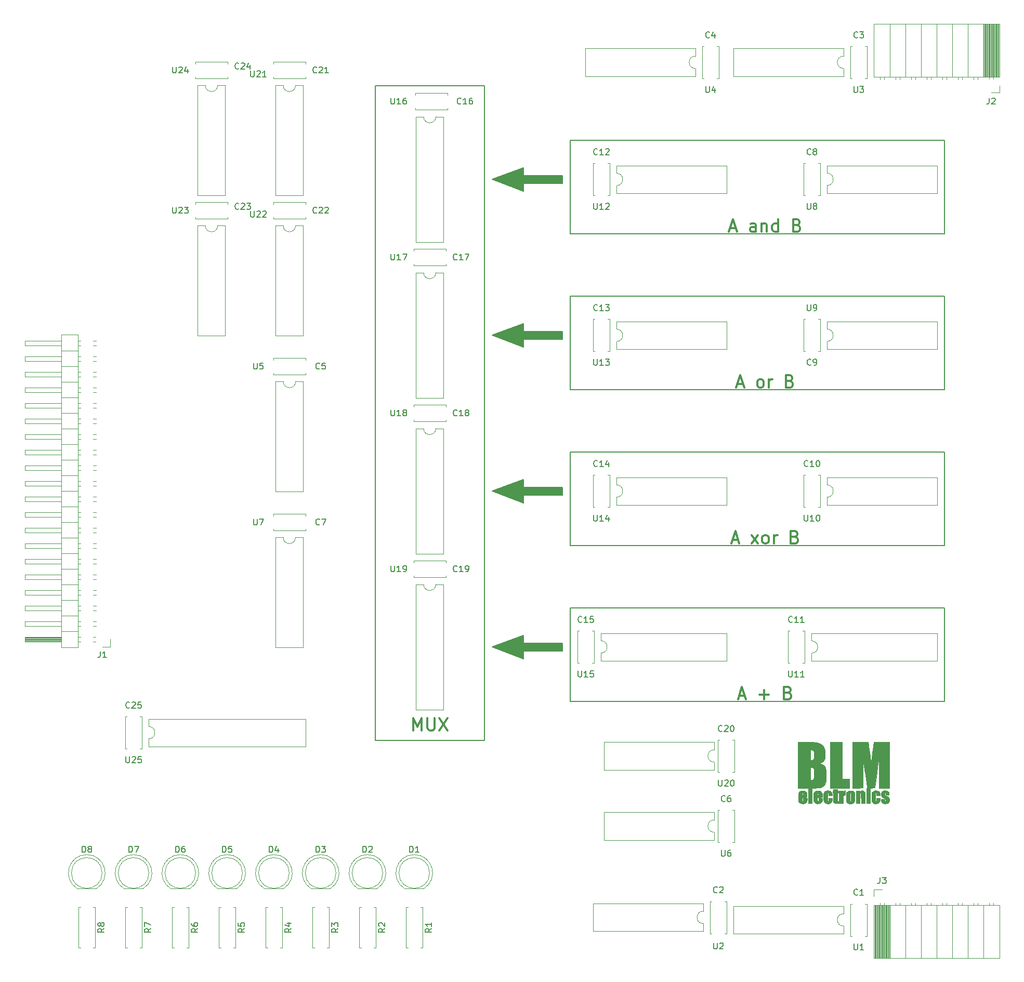
<source format=gbr>
%TF.GenerationSoftware,KiCad,Pcbnew,(6.0.1)*%
%TF.CreationDate,2022-07-04T18:26:58+02:00*%
%TF.ProjectId,ALU,414c552e-6b69-4636-9164-5f7063625858,rev?*%
%TF.SameCoordinates,Original*%
%TF.FileFunction,Legend,Top*%
%TF.FilePolarity,Positive*%
%FSLAX46Y46*%
G04 Gerber Fmt 4.6, Leading zero omitted, Abs format (unit mm)*
G04 Created by KiCad (PCBNEW (6.0.1)) date 2022-07-04 18:26:58*
%MOMM*%
%LPD*%
G01*
G04 APERTURE LIST*
%ADD10C,0.150000*%
%ADD11C,0.300000*%
%ADD12C,0.010000*%
%ADD13C,0.120000*%
G04 APERTURE END LIST*
D10*
X107950000Y-120650000D02*
X168910000Y-120650000D01*
X168910000Y-120650000D02*
X168910000Y-135890000D01*
X168910000Y-135890000D02*
X107950000Y-135890000D01*
X107950000Y-135890000D02*
X107950000Y-120650000D01*
X107950000Y-95250000D02*
X168910000Y-95250000D01*
X168910000Y-95250000D02*
X168910000Y-110490000D01*
X168910000Y-110490000D02*
X107950000Y-110490000D01*
X107950000Y-110490000D02*
X107950000Y-95250000D01*
X100330000Y-126365000D02*
X106680000Y-126365000D01*
X106680000Y-126365000D02*
X106680000Y-127635000D01*
X106680000Y-127635000D02*
X100330000Y-127635000D01*
X100330000Y-127635000D02*
X100330000Y-128905000D01*
X100330000Y-128905000D02*
X95250000Y-127000000D01*
X95250000Y-127000000D02*
X100330000Y-125095000D01*
X100330000Y-125095000D02*
X100330000Y-126365000D01*
G36*
X100330000Y-126365000D02*
G01*
X106680000Y-126365000D01*
X106680000Y-127635000D01*
X100330000Y-127635000D01*
X100330000Y-128905000D01*
X95250000Y-127000000D01*
X100330000Y-125095000D01*
X100330000Y-126365000D01*
G37*
X100330000Y-126365000D02*
X106680000Y-126365000D01*
X106680000Y-127635000D01*
X100330000Y-127635000D01*
X100330000Y-128905000D01*
X95250000Y-127000000D01*
X100330000Y-125095000D01*
X100330000Y-126365000D01*
X100330000Y-100965000D02*
X106680000Y-100965000D01*
X106680000Y-100965000D02*
X106680000Y-102235000D01*
X106680000Y-102235000D02*
X100330000Y-102235000D01*
X100330000Y-102235000D02*
X100330000Y-103505000D01*
X100330000Y-103505000D02*
X95250000Y-101600000D01*
X95250000Y-101600000D02*
X100330000Y-99695000D01*
X100330000Y-99695000D02*
X100330000Y-100965000D01*
G36*
X100330000Y-100965000D02*
G01*
X106680000Y-100965000D01*
X106680000Y-102235000D01*
X100330000Y-102235000D01*
X100330000Y-103505000D01*
X95250000Y-101600000D01*
X100330000Y-99695000D01*
X100330000Y-100965000D01*
G37*
X100330000Y-100965000D02*
X106680000Y-100965000D01*
X106680000Y-102235000D01*
X100330000Y-102235000D01*
X100330000Y-103505000D01*
X95250000Y-101600000D01*
X100330000Y-99695000D01*
X100330000Y-100965000D01*
X100330000Y-75565000D02*
X106680000Y-75565000D01*
X106680000Y-75565000D02*
X106680000Y-76835000D01*
X106680000Y-76835000D02*
X100330000Y-76835000D01*
X100330000Y-76835000D02*
X100330000Y-78105000D01*
X100330000Y-78105000D02*
X95250000Y-76200000D01*
X95250000Y-76200000D02*
X100330000Y-74295000D01*
X100330000Y-74295000D02*
X100330000Y-75565000D01*
G36*
X100330000Y-75565000D02*
G01*
X106680000Y-75565000D01*
X106680000Y-76835000D01*
X100330000Y-76835000D01*
X100330000Y-78105000D01*
X95250000Y-76200000D01*
X100330000Y-74295000D01*
X100330000Y-75565000D01*
G37*
X100330000Y-75565000D02*
X106680000Y-75565000D01*
X106680000Y-76835000D01*
X100330000Y-76835000D01*
X100330000Y-78105000D01*
X95250000Y-76200000D01*
X100330000Y-74295000D01*
X100330000Y-75565000D01*
X107950000Y-69850000D02*
X168910000Y-69850000D01*
X168910000Y-69850000D02*
X168910000Y-85090000D01*
X168910000Y-85090000D02*
X107950000Y-85090000D01*
X107950000Y-85090000D02*
X107950000Y-69850000D01*
X100330000Y-50165000D02*
X106680000Y-50165000D01*
X106680000Y-50165000D02*
X106680000Y-51435000D01*
X106680000Y-51435000D02*
X100330000Y-51435000D01*
X100330000Y-51435000D02*
X100330000Y-52705000D01*
X100330000Y-52705000D02*
X95250000Y-50800000D01*
X95250000Y-50800000D02*
X100330000Y-48895000D01*
X100330000Y-48895000D02*
X100330000Y-50165000D01*
G36*
X100330000Y-50165000D02*
G01*
X106680000Y-50165000D01*
X106680000Y-51435000D01*
X100330000Y-51435000D01*
X100330000Y-52705000D01*
X95250000Y-50800000D01*
X100330000Y-48895000D01*
X100330000Y-50165000D01*
G37*
X100330000Y-50165000D02*
X106680000Y-50165000D01*
X106680000Y-51435000D01*
X100330000Y-51435000D01*
X100330000Y-52705000D01*
X95250000Y-50800000D01*
X100330000Y-48895000D01*
X100330000Y-50165000D01*
X107950000Y-44450000D02*
X168910000Y-44450000D01*
X168910000Y-44450000D02*
X168910000Y-59690000D01*
X168910000Y-59690000D02*
X107950000Y-59690000D01*
X107950000Y-59690000D02*
X107950000Y-44450000D01*
X76200000Y-35560000D02*
X93980000Y-35560000D01*
X93980000Y-35560000D02*
X93980000Y-142240000D01*
X93980000Y-142240000D02*
X76200000Y-142240000D01*
X76200000Y-142240000D02*
X76200000Y-35560000D01*
D11*
X133985714Y-58753333D02*
X134938095Y-58753333D01*
X133795238Y-59324761D02*
X134461904Y-57324761D01*
X135128571Y-59324761D01*
X138176190Y-59324761D02*
X138176190Y-58277142D01*
X138080952Y-58086666D01*
X137890476Y-57991428D01*
X137509523Y-57991428D01*
X137319047Y-58086666D01*
X138176190Y-59229523D02*
X137985714Y-59324761D01*
X137509523Y-59324761D01*
X137319047Y-59229523D01*
X137223809Y-59039047D01*
X137223809Y-58848571D01*
X137319047Y-58658095D01*
X137509523Y-58562857D01*
X137985714Y-58562857D01*
X138176190Y-58467619D01*
X139128571Y-57991428D02*
X139128571Y-59324761D01*
X139128571Y-58181904D02*
X139223809Y-58086666D01*
X139414285Y-57991428D01*
X139700000Y-57991428D01*
X139890476Y-58086666D01*
X139985714Y-58277142D01*
X139985714Y-59324761D01*
X141795238Y-59324761D02*
X141795238Y-57324761D01*
X141795238Y-59229523D02*
X141604761Y-59324761D01*
X141223809Y-59324761D01*
X141033333Y-59229523D01*
X140938095Y-59134285D01*
X140842857Y-58943809D01*
X140842857Y-58372380D01*
X140938095Y-58181904D01*
X141033333Y-58086666D01*
X141223809Y-57991428D01*
X141604761Y-57991428D01*
X141795238Y-58086666D01*
X144938095Y-58277142D02*
X145223809Y-58372380D01*
X145319047Y-58467619D01*
X145414285Y-58658095D01*
X145414285Y-58943809D01*
X145319047Y-59134285D01*
X145223809Y-59229523D01*
X145033333Y-59324761D01*
X144271428Y-59324761D01*
X144271428Y-57324761D01*
X144938095Y-57324761D01*
X145128571Y-57420000D01*
X145223809Y-57515238D01*
X145319047Y-57705714D01*
X145319047Y-57896190D01*
X145223809Y-58086666D01*
X145128571Y-58181904D01*
X144938095Y-58277142D01*
X144271428Y-58277142D01*
X135461904Y-134953333D02*
X136414285Y-134953333D01*
X135271428Y-135524761D02*
X135938095Y-133524761D01*
X136604761Y-135524761D01*
X138795238Y-134762857D02*
X140319047Y-134762857D01*
X139557142Y-135524761D02*
X139557142Y-134000952D01*
X143461904Y-134477142D02*
X143747619Y-134572380D01*
X143842857Y-134667619D01*
X143938095Y-134858095D01*
X143938095Y-135143809D01*
X143842857Y-135334285D01*
X143747619Y-135429523D01*
X143557142Y-135524761D01*
X142795238Y-135524761D01*
X142795238Y-133524761D01*
X143461904Y-133524761D01*
X143652380Y-133620000D01*
X143747619Y-133715238D01*
X143842857Y-133905714D01*
X143842857Y-134096190D01*
X143747619Y-134286666D01*
X143652380Y-134381904D01*
X143461904Y-134477142D01*
X142795238Y-134477142D01*
X82423333Y-140604761D02*
X82423333Y-138604761D01*
X83090000Y-140033333D01*
X83756666Y-138604761D01*
X83756666Y-140604761D01*
X84709047Y-138604761D02*
X84709047Y-140223809D01*
X84804285Y-140414285D01*
X84899523Y-140509523D01*
X85090000Y-140604761D01*
X85470952Y-140604761D01*
X85661428Y-140509523D01*
X85756666Y-140414285D01*
X85851904Y-140223809D01*
X85851904Y-138604761D01*
X86613809Y-138604761D02*
X87947142Y-140604761D01*
X87947142Y-138604761D02*
X86613809Y-140604761D01*
X134366666Y-109553333D02*
X135319047Y-109553333D01*
X134176190Y-110124761D02*
X134842857Y-108124761D01*
X135509523Y-110124761D01*
X137509523Y-110124761D02*
X138557142Y-108791428D01*
X137509523Y-108791428D02*
X138557142Y-110124761D01*
X139604761Y-110124761D02*
X139414285Y-110029523D01*
X139319047Y-109934285D01*
X139223809Y-109743809D01*
X139223809Y-109172380D01*
X139319047Y-108981904D01*
X139414285Y-108886666D01*
X139604761Y-108791428D01*
X139890476Y-108791428D01*
X140080952Y-108886666D01*
X140176190Y-108981904D01*
X140271428Y-109172380D01*
X140271428Y-109743809D01*
X140176190Y-109934285D01*
X140080952Y-110029523D01*
X139890476Y-110124761D01*
X139604761Y-110124761D01*
X141128571Y-110124761D02*
X141128571Y-108791428D01*
X141128571Y-109172380D02*
X141223809Y-108981904D01*
X141319047Y-108886666D01*
X141509523Y-108791428D01*
X141700000Y-108791428D01*
X144557142Y-109077142D02*
X144842857Y-109172380D01*
X144938095Y-109267619D01*
X145033333Y-109458095D01*
X145033333Y-109743809D01*
X144938095Y-109934285D01*
X144842857Y-110029523D01*
X144652380Y-110124761D01*
X143890476Y-110124761D01*
X143890476Y-108124761D01*
X144557142Y-108124761D01*
X144747619Y-108220000D01*
X144842857Y-108315238D01*
X144938095Y-108505714D01*
X144938095Y-108696190D01*
X144842857Y-108886666D01*
X144747619Y-108981904D01*
X144557142Y-109077142D01*
X143890476Y-109077142D01*
X135176190Y-84153333D02*
X136128571Y-84153333D01*
X134985714Y-84724761D02*
X135652380Y-82724761D01*
X136319047Y-84724761D01*
X138795238Y-84724761D02*
X138604761Y-84629523D01*
X138509523Y-84534285D01*
X138414285Y-84343809D01*
X138414285Y-83772380D01*
X138509523Y-83581904D01*
X138604761Y-83486666D01*
X138795238Y-83391428D01*
X139080952Y-83391428D01*
X139271428Y-83486666D01*
X139366666Y-83581904D01*
X139461904Y-83772380D01*
X139461904Y-84343809D01*
X139366666Y-84534285D01*
X139271428Y-84629523D01*
X139080952Y-84724761D01*
X138795238Y-84724761D01*
X140319047Y-84724761D02*
X140319047Y-83391428D01*
X140319047Y-83772380D02*
X140414285Y-83581904D01*
X140509523Y-83486666D01*
X140700000Y-83391428D01*
X140890476Y-83391428D01*
X143747619Y-83677142D02*
X144033333Y-83772380D01*
X144128571Y-83867619D01*
X144223809Y-84058095D01*
X144223809Y-84343809D01*
X144128571Y-84534285D01*
X144033333Y-84629523D01*
X143842857Y-84724761D01*
X143080952Y-84724761D01*
X143080952Y-82724761D01*
X143747619Y-82724761D01*
X143938095Y-82820000D01*
X144033333Y-82915238D01*
X144128571Y-83105714D01*
X144128571Y-83296190D01*
X144033333Y-83486666D01*
X143938095Y-83581904D01*
X143747619Y-83677142D01*
X143080952Y-83677142D01*
D10*
%TO.C,U20*%
X132111904Y-148677380D02*
X132111904Y-149486904D01*
X132159523Y-149582142D01*
X132207142Y-149629761D01*
X132302380Y-149677380D01*
X132492857Y-149677380D01*
X132588095Y-149629761D01*
X132635714Y-149582142D01*
X132683333Y-149486904D01*
X132683333Y-148677380D01*
X133111904Y-148772619D02*
X133159523Y-148725000D01*
X133254761Y-148677380D01*
X133492857Y-148677380D01*
X133588095Y-148725000D01*
X133635714Y-148772619D01*
X133683333Y-148867857D01*
X133683333Y-148963095D01*
X133635714Y-149105952D01*
X133064285Y-149677380D01*
X133683333Y-149677380D01*
X134302380Y-148677380D02*
X134397619Y-148677380D01*
X134492857Y-148725000D01*
X134540476Y-148772619D01*
X134588095Y-148867857D01*
X134635714Y-149058333D01*
X134635714Y-149296428D01*
X134588095Y-149486904D01*
X134540476Y-149582142D01*
X134492857Y-149629761D01*
X134397619Y-149677380D01*
X134302380Y-149677380D01*
X134207142Y-149629761D01*
X134159523Y-149582142D01*
X134111904Y-149486904D01*
X134064285Y-149296428D01*
X134064285Y-149058333D01*
X134111904Y-148867857D01*
X134159523Y-148772619D01*
X134207142Y-148725000D01*
X134302380Y-148677380D01*
%TO.C,U10*%
X146081904Y-105497380D02*
X146081904Y-106306904D01*
X146129523Y-106402142D01*
X146177142Y-106449761D01*
X146272380Y-106497380D01*
X146462857Y-106497380D01*
X146558095Y-106449761D01*
X146605714Y-106402142D01*
X146653333Y-106306904D01*
X146653333Y-105497380D01*
X147653333Y-106497380D02*
X147081904Y-106497380D01*
X147367619Y-106497380D02*
X147367619Y-105497380D01*
X147272380Y-105640238D01*
X147177142Y-105735476D01*
X147081904Y-105783095D01*
X148272380Y-105497380D02*
X148367619Y-105497380D01*
X148462857Y-105545000D01*
X148510476Y-105592619D01*
X148558095Y-105687857D01*
X148605714Y-105878333D01*
X148605714Y-106116428D01*
X148558095Y-106306904D01*
X148510476Y-106402142D01*
X148462857Y-106449761D01*
X148367619Y-106497380D01*
X148272380Y-106497380D01*
X148177142Y-106449761D01*
X148129523Y-106402142D01*
X148081904Y-106306904D01*
X148034285Y-106116428D01*
X148034285Y-105878333D01*
X148081904Y-105687857D01*
X148129523Y-105592619D01*
X148177142Y-105545000D01*
X148272380Y-105497380D01*
%TO.C,U22*%
X55911904Y-55967380D02*
X55911904Y-56776904D01*
X55959523Y-56872142D01*
X56007142Y-56919761D01*
X56102380Y-56967380D01*
X56292857Y-56967380D01*
X56388095Y-56919761D01*
X56435714Y-56872142D01*
X56483333Y-56776904D01*
X56483333Y-55967380D01*
X56911904Y-56062619D02*
X56959523Y-56015000D01*
X57054761Y-55967380D01*
X57292857Y-55967380D01*
X57388095Y-56015000D01*
X57435714Y-56062619D01*
X57483333Y-56157857D01*
X57483333Y-56253095D01*
X57435714Y-56395952D01*
X56864285Y-56967380D01*
X57483333Y-56967380D01*
X57864285Y-56062619D02*
X57911904Y-56015000D01*
X58007142Y-55967380D01*
X58245238Y-55967380D01*
X58340476Y-56015000D01*
X58388095Y-56062619D01*
X58435714Y-56157857D01*
X58435714Y-56253095D01*
X58388095Y-56395952D01*
X57816666Y-56967380D01*
X58435714Y-56967380D01*
%TO.C,D7*%
X36091904Y-160472380D02*
X36091904Y-159472380D01*
X36330000Y-159472380D01*
X36472857Y-159520000D01*
X36568095Y-159615238D01*
X36615714Y-159710476D01*
X36663333Y-159900952D01*
X36663333Y-160043809D01*
X36615714Y-160234285D01*
X36568095Y-160329523D01*
X36472857Y-160424761D01*
X36330000Y-160472380D01*
X36091904Y-160472380D01*
X36996666Y-159472380D02*
X37663333Y-159472380D01*
X37234761Y-160472380D01*
%TO.C,U15*%
X109251904Y-130897380D02*
X109251904Y-131706904D01*
X109299523Y-131802142D01*
X109347142Y-131849761D01*
X109442380Y-131897380D01*
X109632857Y-131897380D01*
X109728095Y-131849761D01*
X109775714Y-131802142D01*
X109823333Y-131706904D01*
X109823333Y-130897380D01*
X110823333Y-131897380D02*
X110251904Y-131897380D01*
X110537619Y-131897380D02*
X110537619Y-130897380D01*
X110442380Y-131040238D01*
X110347142Y-131135476D01*
X110251904Y-131183095D01*
X111728095Y-130897380D02*
X111251904Y-130897380D01*
X111204285Y-131373571D01*
X111251904Y-131325952D01*
X111347142Y-131278333D01*
X111585238Y-131278333D01*
X111680476Y-131325952D01*
X111728095Y-131373571D01*
X111775714Y-131468809D01*
X111775714Y-131706904D01*
X111728095Y-131802142D01*
X111680476Y-131849761D01*
X111585238Y-131897380D01*
X111347142Y-131897380D01*
X111251904Y-131849761D01*
X111204285Y-131802142D01*
%TO.C,D1*%
X81811904Y-160472380D02*
X81811904Y-159472380D01*
X82050000Y-159472380D01*
X82192857Y-159520000D01*
X82288095Y-159615238D01*
X82335714Y-159710476D01*
X82383333Y-159900952D01*
X82383333Y-160043809D01*
X82335714Y-160234285D01*
X82288095Y-160329523D01*
X82192857Y-160424761D01*
X82050000Y-160472380D01*
X81811904Y-160472380D01*
X83335714Y-160472380D02*
X82764285Y-160472380D01*
X83050000Y-160472380D02*
X83050000Y-159472380D01*
X82954761Y-159615238D01*
X82859523Y-159710476D01*
X82764285Y-159758095D01*
%TO.C,C3*%
X154773333Y-27662142D02*
X154725714Y-27709761D01*
X154582857Y-27757380D01*
X154487619Y-27757380D01*
X154344761Y-27709761D01*
X154249523Y-27614523D01*
X154201904Y-27519285D01*
X154154285Y-27328809D01*
X154154285Y-27185952D01*
X154201904Y-26995476D01*
X154249523Y-26900238D01*
X154344761Y-26805000D01*
X154487619Y-26757380D01*
X154582857Y-26757380D01*
X154725714Y-26805000D01*
X154773333Y-26852619D01*
X155106666Y-26757380D02*
X155725714Y-26757380D01*
X155392380Y-27138333D01*
X155535238Y-27138333D01*
X155630476Y-27185952D01*
X155678095Y-27233571D01*
X155725714Y-27328809D01*
X155725714Y-27566904D01*
X155678095Y-27662142D01*
X155630476Y-27709761D01*
X155535238Y-27757380D01*
X155249523Y-27757380D01*
X155154285Y-27709761D01*
X155106666Y-27662142D01*
%TO.C,U1*%
X154178095Y-175347380D02*
X154178095Y-176156904D01*
X154225714Y-176252142D01*
X154273333Y-176299761D01*
X154368571Y-176347380D01*
X154559047Y-176347380D01*
X154654285Y-176299761D01*
X154701904Y-176252142D01*
X154749523Y-176156904D01*
X154749523Y-175347380D01*
X155749523Y-176347380D02*
X155178095Y-176347380D01*
X155463809Y-176347380D02*
X155463809Y-175347380D01*
X155368571Y-175490238D01*
X155273333Y-175585476D01*
X155178095Y-175633095D01*
%TO.C,C14*%
X112387142Y-97512142D02*
X112339523Y-97559761D01*
X112196666Y-97607380D01*
X112101428Y-97607380D01*
X111958571Y-97559761D01*
X111863333Y-97464523D01*
X111815714Y-97369285D01*
X111768095Y-97178809D01*
X111768095Y-97035952D01*
X111815714Y-96845476D01*
X111863333Y-96750238D01*
X111958571Y-96655000D01*
X112101428Y-96607380D01*
X112196666Y-96607380D01*
X112339523Y-96655000D01*
X112387142Y-96702619D01*
X113339523Y-97607380D02*
X112768095Y-97607380D01*
X113053809Y-97607380D02*
X113053809Y-96607380D01*
X112958571Y-96750238D01*
X112863333Y-96845476D01*
X112768095Y-96893095D01*
X114196666Y-96940714D02*
X114196666Y-97607380D01*
X113958571Y-96559761D02*
X113720476Y-97274047D01*
X114339523Y-97274047D01*
%TO.C,R2*%
X77752380Y-172886666D02*
X77276190Y-173220000D01*
X77752380Y-173458095D02*
X76752380Y-173458095D01*
X76752380Y-173077142D01*
X76800000Y-172981904D01*
X76847619Y-172934285D01*
X76942857Y-172886666D01*
X77085714Y-172886666D01*
X77180952Y-172934285D01*
X77228571Y-172981904D01*
X77276190Y-173077142D01*
X77276190Y-173458095D01*
X76847619Y-172505714D02*
X76800000Y-172458095D01*
X76752380Y-172362857D01*
X76752380Y-172124761D01*
X76800000Y-172029523D01*
X76847619Y-171981904D01*
X76942857Y-171934285D01*
X77038095Y-171934285D01*
X77180952Y-171981904D01*
X77752380Y-172553333D01*
X77752380Y-171934285D01*
%TO.C,D4*%
X58951904Y-160472380D02*
X58951904Y-159472380D01*
X59190000Y-159472380D01*
X59332857Y-159520000D01*
X59428095Y-159615238D01*
X59475714Y-159710476D01*
X59523333Y-159900952D01*
X59523333Y-160043809D01*
X59475714Y-160234285D01*
X59428095Y-160329523D01*
X59332857Y-160424761D01*
X59190000Y-160472380D01*
X58951904Y-160472380D01*
X60380476Y-159805714D02*
X60380476Y-160472380D01*
X60142380Y-159424761D02*
X59904285Y-160139047D01*
X60523333Y-160139047D01*
%TO.C,R4*%
X62512380Y-172886666D02*
X62036190Y-173220000D01*
X62512380Y-173458095D02*
X61512380Y-173458095D01*
X61512380Y-173077142D01*
X61560000Y-172981904D01*
X61607619Y-172934285D01*
X61702857Y-172886666D01*
X61845714Y-172886666D01*
X61940952Y-172934285D01*
X61988571Y-172981904D01*
X62036190Y-173077142D01*
X62036190Y-173458095D01*
X61845714Y-172029523D02*
X62512380Y-172029523D01*
X61464761Y-172267619D02*
X62179047Y-172505714D01*
X62179047Y-171886666D01*
%TO.C,U25*%
X35591904Y-144867380D02*
X35591904Y-145676904D01*
X35639523Y-145772142D01*
X35687142Y-145819761D01*
X35782380Y-145867380D01*
X35972857Y-145867380D01*
X36068095Y-145819761D01*
X36115714Y-145772142D01*
X36163333Y-145676904D01*
X36163333Y-144867380D01*
X36591904Y-144962619D02*
X36639523Y-144915000D01*
X36734761Y-144867380D01*
X36972857Y-144867380D01*
X37068095Y-144915000D01*
X37115714Y-144962619D01*
X37163333Y-145057857D01*
X37163333Y-145153095D01*
X37115714Y-145295952D01*
X36544285Y-145867380D01*
X37163333Y-145867380D01*
X38068095Y-144867380D02*
X37591904Y-144867380D01*
X37544285Y-145343571D01*
X37591904Y-145295952D01*
X37687142Y-145248333D01*
X37925238Y-145248333D01*
X38020476Y-145295952D01*
X38068095Y-145343571D01*
X38115714Y-145438809D01*
X38115714Y-145676904D01*
X38068095Y-145772142D01*
X38020476Y-145819761D01*
X37925238Y-145867380D01*
X37687142Y-145867380D01*
X37591904Y-145819761D01*
X37544285Y-145772142D01*
%TO.C,C1*%
X154773333Y-167362142D02*
X154725714Y-167409761D01*
X154582857Y-167457380D01*
X154487619Y-167457380D01*
X154344761Y-167409761D01*
X154249523Y-167314523D01*
X154201904Y-167219285D01*
X154154285Y-167028809D01*
X154154285Y-166885952D01*
X154201904Y-166695476D01*
X154249523Y-166600238D01*
X154344761Y-166505000D01*
X154487619Y-166457380D01*
X154582857Y-166457380D01*
X154725714Y-166505000D01*
X154773333Y-166552619D01*
X155725714Y-167457380D02*
X155154285Y-167457380D01*
X155440000Y-167457380D02*
X155440000Y-166457380D01*
X155344761Y-166600238D01*
X155249523Y-166695476D01*
X155154285Y-166743095D01*
%TO.C,U24*%
X43211904Y-32472380D02*
X43211904Y-33281904D01*
X43259523Y-33377142D01*
X43307142Y-33424761D01*
X43402380Y-33472380D01*
X43592857Y-33472380D01*
X43688095Y-33424761D01*
X43735714Y-33377142D01*
X43783333Y-33281904D01*
X43783333Y-32472380D01*
X44211904Y-32567619D02*
X44259523Y-32520000D01*
X44354761Y-32472380D01*
X44592857Y-32472380D01*
X44688095Y-32520000D01*
X44735714Y-32567619D01*
X44783333Y-32662857D01*
X44783333Y-32758095D01*
X44735714Y-32900952D01*
X44164285Y-33472380D01*
X44783333Y-33472380D01*
X45640476Y-32805714D02*
X45640476Y-33472380D01*
X45402380Y-32424761D02*
X45164285Y-33139047D01*
X45783333Y-33139047D01*
%TO.C,C18*%
X89527142Y-89257142D02*
X89479523Y-89304761D01*
X89336666Y-89352380D01*
X89241428Y-89352380D01*
X89098571Y-89304761D01*
X89003333Y-89209523D01*
X88955714Y-89114285D01*
X88908095Y-88923809D01*
X88908095Y-88780952D01*
X88955714Y-88590476D01*
X89003333Y-88495238D01*
X89098571Y-88400000D01*
X89241428Y-88352380D01*
X89336666Y-88352380D01*
X89479523Y-88400000D01*
X89527142Y-88447619D01*
X90479523Y-89352380D02*
X89908095Y-89352380D01*
X90193809Y-89352380D02*
X90193809Y-88352380D01*
X90098571Y-88495238D01*
X90003333Y-88590476D01*
X89908095Y-88638095D01*
X91050952Y-88780952D02*
X90955714Y-88733333D01*
X90908095Y-88685714D01*
X90860476Y-88590476D01*
X90860476Y-88542857D01*
X90908095Y-88447619D01*
X90955714Y-88400000D01*
X91050952Y-88352380D01*
X91241428Y-88352380D01*
X91336666Y-88400000D01*
X91384285Y-88447619D01*
X91431904Y-88542857D01*
X91431904Y-88590476D01*
X91384285Y-88685714D01*
X91336666Y-88733333D01*
X91241428Y-88780952D01*
X91050952Y-88780952D01*
X90955714Y-88828571D01*
X90908095Y-88876190D01*
X90860476Y-88971428D01*
X90860476Y-89161904D01*
X90908095Y-89257142D01*
X90955714Y-89304761D01*
X91050952Y-89352380D01*
X91241428Y-89352380D01*
X91336666Y-89304761D01*
X91384285Y-89257142D01*
X91431904Y-89161904D01*
X91431904Y-88971428D01*
X91384285Y-88876190D01*
X91336666Y-88828571D01*
X91241428Y-88780952D01*
%TO.C,C9*%
X147153333Y-81002142D02*
X147105714Y-81049761D01*
X146962857Y-81097380D01*
X146867619Y-81097380D01*
X146724761Y-81049761D01*
X146629523Y-80954523D01*
X146581904Y-80859285D01*
X146534285Y-80668809D01*
X146534285Y-80525952D01*
X146581904Y-80335476D01*
X146629523Y-80240238D01*
X146724761Y-80145000D01*
X146867619Y-80097380D01*
X146962857Y-80097380D01*
X147105714Y-80145000D01*
X147153333Y-80192619D01*
X147629523Y-81097380D02*
X147820000Y-81097380D01*
X147915238Y-81049761D01*
X147962857Y-81002142D01*
X148058095Y-80859285D01*
X148105714Y-80668809D01*
X148105714Y-80287857D01*
X148058095Y-80192619D01*
X148010476Y-80145000D01*
X147915238Y-80097380D01*
X147724761Y-80097380D01*
X147629523Y-80145000D01*
X147581904Y-80192619D01*
X147534285Y-80287857D01*
X147534285Y-80525952D01*
X147581904Y-80621190D01*
X147629523Y-80668809D01*
X147724761Y-80716428D01*
X147915238Y-80716428D01*
X148010476Y-80668809D01*
X148058095Y-80621190D01*
X148105714Y-80525952D01*
%TO.C,C19*%
X89527142Y-114657142D02*
X89479523Y-114704761D01*
X89336666Y-114752380D01*
X89241428Y-114752380D01*
X89098571Y-114704761D01*
X89003333Y-114609523D01*
X88955714Y-114514285D01*
X88908095Y-114323809D01*
X88908095Y-114180952D01*
X88955714Y-113990476D01*
X89003333Y-113895238D01*
X89098571Y-113800000D01*
X89241428Y-113752380D01*
X89336666Y-113752380D01*
X89479523Y-113800000D01*
X89527142Y-113847619D01*
X90479523Y-114752380D02*
X89908095Y-114752380D01*
X90193809Y-114752380D02*
X90193809Y-113752380D01*
X90098571Y-113895238D01*
X90003333Y-113990476D01*
X89908095Y-114038095D01*
X90955714Y-114752380D02*
X91146190Y-114752380D01*
X91241428Y-114704761D01*
X91289047Y-114657142D01*
X91384285Y-114514285D01*
X91431904Y-114323809D01*
X91431904Y-113942857D01*
X91384285Y-113847619D01*
X91336666Y-113800000D01*
X91241428Y-113752380D01*
X91050952Y-113752380D01*
X90955714Y-113800000D01*
X90908095Y-113847619D01*
X90860476Y-113942857D01*
X90860476Y-114180952D01*
X90908095Y-114276190D01*
X90955714Y-114323809D01*
X91050952Y-114371428D01*
X91241428Y-114371428D01*
X91336666Y-114323809D01*
X91384285Y-114276190D01*
X91431904Y-114180952D01*
%TO.C,U8*%
X146558095Y-54697380D02*
X146558095Y-55506904D01*
X146605714Y-55602142D01*
X146653333Y-55649761D01*
X146748571Y-55697380D01*
X146939047Y-55697380D01*
X147034285Y-55649761D01*
X147081904Y-55602142D01*
X147129523Y-55506904D01*
X147129523Y-54697380D01*
X147748571Y-55125952D02*
X147653333Y-55078333D01*
X147605714Y-55030714D01*
X147558095Y-54935476D01*
X147558095Y-54887857D01*
X147605714Y-54792619D01*
X147653333Y-54745000D01*
X147748571Y-54697380D01*
X147939047Y-54697380D01*
X148034285Y-54745000D01*
X148081904Y-54792619D01*
X148129523Y-54887857D01*
X148129523Y-54935476D01*
X148081904Y-55030714D01*
X148034285Y-55078333D01*
X147939047Y-55125952D01*
X147748571Y-55125952D01*
X147653333Y-55173571D01*
X147605714Y-55221190D01*
X147558095Y-55316428D01*
X147558095Y-55506904D01*
X147605714Y-55602142D01*
X147653333Y-55649761D01*
X147748571Y-55697380D01*
X147939047Y-55697380D01*
X148034285Y-55649761D01*
X148081904Y-55602142D01*
X148129523Y-55506904D01*
X148129523Y-55316428D01*
X148081904Y-55221190D01*
X148034285Y-55173571D01*
X147939047Y-55125952D01*
%TO.C,C2*%
X131913333Y-166981142D02*
X131865714Y-167028761D01*
X131722857Y-167076380D01*
X131627619Y-167076380D01*
X131484761Y-167028761D01*
X131389523Y-166933523D01*
X131341904Y-166838285D01*
X131294285Y-166647809D01*
X131294285Y-166504952D01*
X131341904Y-166314476D01*
X131389523Y-166219238D01*
X131484761Y-166124000D01*
X131627619Y-166076380D01*
X131722857Y-166076380D01*
X131865714Y-166124000D01*
X131913333Y-166171619D01*
X132294285Y-166171619D02*
X132341904Y-166124000D01*
X132437142Y-166076380D01*
X132675238Y-166076380D01*
X132770476Y-166124000D01*
X132818095Y-166171619D01*
X132865714Y-166266857D01*
X132865714Y-166362095D01*
X132818095Y-166504952D01*
X132246666Y-167076380D01*
X132865714Y-167076380D01*
%TO.C,U13*%
X111791904Y-80097380D02*
X111791904Y-80906904D01*
X111839523Y-81002142D01*
X111887142Y-81049761D01*
X111982380Y-81097380D01*
X112172857Y-81097380D01*
X112268095Y-81049761D01*
X112315714Y-81002142D01*
X112363333Y-80906904D01*
X112363333Y-80097380D01*
X113363333Y-81097380D02*
X112791904Y-81097380D01*
X113077619Y-81097380D02*
X113077619Y-80097380D01*
X112982380Y-80240238D01*
X112887142Y-80335476D01*
X112791904Y-80383095D01*
X113696666Y-80097380D02*
X114315714Y-80097380D01*
X113982380Y-80478333D01*
X114125238Y-80478333D01*
X114220476Y-80525952D01*
X114268095Y-80573571D01*
X114315714Y-80668809D01*
X114315714Y-80906904D01*
X114268095Y-81002142D01*
X114220476Y-81049761D01*
X114125238Y-81097380D01*
X113839523Y-81097380D01*
X113744285Y-81049761D01*
X113696666Y-81002142D01*
%TO.C,C4*%
X130643333Y-27662142D02*
X130595714Y-27709761D01*
X130452857Y-27757380D01*
X130357619Y-27757380D01*
X130214761Y-27709761D01*
X130119523Y-27614523D01*
X130071904Y-27519285D01*
X130024285Y-27328809D01*
X130024285Y-27185952D01*
X130071904Y-26995476D01*
X130119523Y-26900238D01*
X130214761Y-26805000D01*
X130357619Y-26757380D01*
X130452857Y-26757380D01*
X130595714Y-26805000D01*
X130643333Y-26852619D01*
X131500476Y-27090714D02*
X131500476Y-27757380D01*
X131262380Y-26709761D02*
X131024285Y-27424047D01*
X131643333Y-27424047D01*
%TO.C,C12*%
X112387142Y-46712142D02*
X112339523Y-46759761D01*
X112196666Y-46807380D01*
X112101428Y-46807380D01*
X111958571Y-46759761D01*
X111863333Y-46664523D01*
X111815714Y-46569285D01*
X111768095Y-46378809D01*
X111768095Y-46235952D01*
X111815714Y-46045476D01*
X111863333Y-45950238D01*
X111958571Y-45855000D01*
X112101428Y-45807380D01*
X112196666Y-45807380D01*
X112339523Y-45855000D01*
X112387142Y-45902619D01*
X113339523Y-46807380D02*
X112768095Y-46807380D01*
X113053809Y-46807380D02*
X113053809Y-45807380D01*
X112958571Y-45950238D01*
X112863333Y-46045476D01*
X112768095Y-46093095D01*
X113720476Y-45902619D02*
X113768095Y-45855000D01*
X113863333Y-45807380D01*
X114101428Y-45807380D01*
X114196666Y-45855000D01*
X114244285Y-45902619D01*
X114291904Y-45997857D01*
X114291904Y-46093095D01*
X114244285Y-46235952D01*
X113672857Y-46807380D01*
X114291904Y-46807380D01*
%TO.C,U6*%
X132588095Y-160107380D02*
X132588095Y-160916904D01*
X132635714Y-161012142D01*
X132683333Y-161059761D01*
X132778571Y-161107380D01*
X132969047Y-161107380D01*
X133064285Y-161059761D01*
X133111904Y-161012142D01*
X133159523Y-160916904D01*
X133159523Y-160107380D01*
X134064285Y-160107380D02*
X133873809Y-160107380D01*
X133778571Y-160155000D01*
X133730952Y-160202619D01*
X133635714Y-160345476D01*
X133588095Y-160535952D01*
X133588095Y-160916904D01*
X133635714Y-161012142D01*
X133683333Y-161059761D01*
X133778571Y-161107380D01*
X133969047Y-161107380D01*
X134064285Y-161059761D01*
X134111904Y-161012142D01*
X134159523Y-160916904D01*
X134159523Y-160678809D01*
X134111904Y-160583571D01*
X134064285Y-160535952D01*
X133969047Y-160488333D01*
X133778571Y-160488333D01*
X133683333Y-160535952D01*
X133635714Y-160583571D01*
X133588095Y-160678809D01*
%TO.C,U17*%
X78771904Y-62952380D02*
X78771904Y-63761904D01*
X78819523Y-63857142D01*
X78867142Y-63904761D01*
X78962380Y-63952380D01*
X79152857Y-63952380D01*
X79248095Y-63904761D01*
X79295714Y-63857142D01*
X79343333Y-63761904D01*
X79343333Y-62952380D01*
X80343333Y-63952380D02*
X79771904Y-63952380D01*
X80057619Y-63952380D02*
X80057619Y-62952380D01*
X79962380Y-63095238D01*
X79867142Y-63190476D01*
X79771904Y-63238095D01*
X80676666Y-62952380D02*
X81343333Y-62952380D01*
X80914761Y-63952380D01*
%TO.C,C22*%
X66667142Y-56237142D02*
X66619523Y-56284761D01*
X66476666Y-56332380D01*
X66381428Y-56332380D01*
X66238571Y-56284761D01*
X66143333Y-56189523D01*
X66095714Y-56094285D01*
X66048095Y-55903809D01*
X66048095Y-55760952D01*
X66095714Y-55570476D01*
X66143333Y-55475238D01*
X66238571Y-55380000D01*
X66381428Y-55332380D01*
X66476666Y-55332380D01*
X66619523Y-55380000D01*
X66667142Y-55427619D01*
X67048095Y-55427619D02*
X67095714Y-55380000D01*
X67190952Y-55332380D01*
X67429047Y-55332380D01*
X67524285Y-55380000D01*
X67571904Y-55427619D01*
X67619523Y-55522857D01*
X67619523Y-55618095D01*
X67571904Y-55760952D01*
X67000476Y-56332380D01*
X67619523Y-56332380D01*
X68000476Y-55427619D02*
X68048095Y-55380000D01*
X68143333Y-55332380D01*
X68381428Y-55332380D01*
X68476666Y-55380000D01*
X68524285Y-55427619D01*
X68571904Y-55522857D01*
X68571904Y-55618095D01*
X68524285Y-55760952D01*
X67952857Y-56332380D01*
X68571904Y-56332380D01*
%TO.C,C7*%
X67143333Y-107037142D02*
X67095714Y-107084761D01*
X66952857Y-107132380D01*
X66857619Y-107132380D01*
X66714761Y-107084761D01*
X66619523Y-106989523D01*
X66571904Y-106894285D01*
X66524285Y-106703809D01*
X66524285Y-106560952D01*
X66571904Y-106370476D01*
X66619523Y-106275238D01*
X66714761Y-106180000D01*
X66857619Y-106132380D01*
X66952857Y-106132380D01*
X67095714Y-106180000D01*
X67143333Y-106227619D01*
X67476666Y-106132380D02*
X68143333Y-106132380D01*
X67714761Y-107132380D01*
%TO.C,C16*%
X90162142Y-38457142D02*
X90114523Y-38504761D01*
X89971666Y-38552380D01*
X89876428Y-38552380D01*
X89733571Y-38504761D01*
X89638333Y-38409523D01*
X89590714Y-38314285D01*
X89543095Y-38123809D01*
X89543095Y-37980952D01*
X89590714Y-37790476D01*
X89638333Y-37695238D01*
X89733571Y-37600000D01*
X89876428Y-37552380D01*
X89971666Y-37552380D01*
X90114523Y-37600000D01*
X90162142Y-37647619D01*
X91114523Y-38552380D02*
X90543095Y-38552380D01*
X90828809Y-38552380D02*
X90828809Y-37552380D01*
X90733571Y-37695238D01*
X90638333Y-37790476D01*
X90543095Y-37838095D01*
X91971666Y-37552380D02*
X91781190Y-37552380D01*
X91685952Y-37600000D01*
X91638333Y-37647619D01*
X91543095Y-37790476D01*
X91495476Y-37980952D01*
X91495476Y-38361904D01*
X91543095Y-38457142D01*
X91590714Y-38504761D01*
X91685952Y-38552380D01*
X91876428Y-38552380D01*
X91971666Y-38504761D01*
X92019285Y-38457142D01*
X92066904Y-38361904D01*
X92066904Y-38123809D01*
X92019285Y-38028571D01*
X91971666Y-37980952D01*
X91876428Y-37933333D01*
X91685952Y-37933333D01*
X91590714Y-37980952D01*
X91543095Y-38028571D01*
X91495476Y-38123809D01*
%TO.C,U4*%
X130048095Y-35647380D02*
X130048095Y-36456904D01*
X130095714Y-36552142D01*
X130143333Y-36599761D01*
X130238571Y-36647380D01*
X130429047Y-36647380D01*
X130524285Y-36599761D01*
X130571904Y-36552142D01*
X130619523Y-36456904D01*
X130619523Y-35647380D01*
X131524285Y-35980714D02*
X131524285Y-36647380D01*
X131286190Y-35599761D02*
X131048095Y-36314047D01*
X131667142Y-36314047D01*
%TO.C,D8*%
X28471904Y-160472380D02*
X28471904Y-159472380D01*
X28710000Y-159472380D01*
X28852857Y-159520000D01*
X28948095Y-159615238D01*
X28995714Y-159710476D01*
X29043333Y-159900952D01*
X29043333Y-160043809D01*
X28995714Y-160234285D01*
X28948095Y-160329523D01*
X28852857Y-160424761D01*
X28710000Y-160472380D01*
X28471904Y-160472380D01*
X29614761Y-159900952D02*
X29519523Y-159853333D01*
X29471904Y-159805714D01*
X29424285Y-159710476D01*
X29424285Y-159662857D01*
X29471904Y-159567619D01*
X29519523Y-159520000D01*
X29614761Y-159472380D01*
X29805238Y-159472380D01*
X29900476Y-159520000D01*
X29948095Y-159567619D01*
X29995714Y-159662857D01*
X29995714Y-159710476D01*
X29948095Y-159805714D01*
X29900476Y-159853333D01*
X29805238Y-159900952D01*
X29614761Y-159900952D01*
X29519523Y-159948571D01*
X29471904Y-159996190D01*
X29424285Y-160091428D01*
X29424285Y-160281904D01*
X29471904Y-160377142D01*
X29519523Y-160424761D01*
X29614761Y-160472380D01*
X29805238Y-160472380D01*
X29900476Y-160424761D01*
X29948095Y-160377142D01*
X29995714Y-160281904D01*
X29995714Y-160091428D01*
X29948095Y-159996190D01*
X29900476Y-159948571D01*
X29805238Y-159900952D01*
%TO.C,U18*%
X78771904Y-88352380D02*
X78771904Y-89161904D01*
X78819523Y-89257142D01*
X78867142Y-89304761D01*
X78962380Y-89352380D01*
X79152857Y-89352380D01*
X79248095Y-89304761D01*
X79295714Y-89257142D01*
X79343333Y-89161904D01*
X79343333Y-88352380D01*
X80343333Y-89352380D02*
X79771904Y-89352380D01*
X80057619Y-89352380D02*
X80057619Y-88352380D01*
X79962380Y-88495238D01*
X79867142Y-88590476D01*
X79771904Y-88638095D01*
X80914761Y-88780952D02*
X80819523Y-88733333D01*
X80771904Y-88685714D01*
X80724285Y-88590476D01*
X80724285Y-88542857D01*
X80771904Y-88447619D01*
X80819523Y-88400000D01*
X80914761Y-88352380D01*
X81105238Y-88352380D01*
X81200476Y-88400000D01*
X81248095Y-88447619D01*
X81295714Y-88542857D01*
X81295714Y-88590476D01*
X81248095Y-88685714D01*
X81200476Y-88733333D01*
X81105238Y-88780952D01*
X80914761Y-88780952D01*
X80819523Y-88828571D01*
X80771904Y-88876190D01*
X80724285Y-88971428D01*
X80724285Y-89161904D01*
X80771904Y-89257142D01*
X80819523Y-89304761D01*
X80914761Y-89352380D01*
X81105238Y-89352380D01*
X81200476Y-89304761D01*
X81248095Y-89257142D01*
X81295714Y-89161904D01*
X81295714Y-88971428D01*
X81248095Y-88876190D01*
X81200476Y-88828571D01*
X81105238Y-88780952D01*
%TO.C,U21*%
X55911904Y-33107380D02*
X55911904Y-33916904D01*
X55959523Y-34012142D01*
X56007142Y-34059761D01*
X56102380Y-34107380D01*
X56292857Y-34107380D01*
X56388095Y-34059761D01*
X56435714Y-34012142D01*
X56483333Y-33916904D01*
X56483333Y-33107380D01*
X56911904Y-33202619D02*
X56959523Y-33155000D01*
X57054761Y-33107380D01*
X57292857Y-33107380D01*
X57388095Y-33155000D01*
X57435714Y-33202619D01*
X57483333Y-33297857D01*
X57483333Y-33393095D01*
X57435714Y-33535952D01*
X56864285Y-34107380D01*
X57483333Y-34107380D01*
X58435714Y-34107380D02*
X57864285Y-34107380D01*
X58150000Y-34107380D02*
X58150000Y-33107380D01*
X58054761Y-33250238D01*
X57959523Y-33345476D01*
X57864285Y-33393095D01*
%TO.C,C8*%
X147153333Y-46712142D02*
X147105714Y-46759761D01*
X146962857Y-46807380D01*
X146867619Y-46807380D01*
X146724761Y-46759761D01*
X146629523Y-46664523D01*
X146581904Y-46569285D01*
X146534285Y-46378809D01*
X146534285Y-46235952D01*
X146581904Y-46045476D01*
X146629523Y-45950238D01*
X146724761Y-45855000D01*
X146867619Y-45807380D01*
X146962857Y-45807380D01*
X147105714Y-45855000D01*
X147153333Y-45902619D01*
X147724761Y-46235952D02*
X147629523Y-46188333D01*
X147581904Y-46140714D01*
X147534285Y-46045476D01*
X147534285Y-45997857D01*
X147581904Y-45902619D01*
X147629523Y-45855000D01*
X147724761Y-45807380D01*
X147915238Y-45807380D01*
X148010476Y-45855000D01*
X148058095Y-45902619D01*
X148105714Y-45997857D01*
X148105714Y-46045476D01*
X148058095Y-46140714D01*
X148010476Y-46188333D01*
X147915238Y-46235952D01*
X147724761Y-46235952D01*
X147629523Y-46283571D01*
X147581904Y-46331190D01*
X147534285Y-46426428D01*
X147534285Y-46616904D01*
X147581904Y-46712142D01*
X147629523Y-46759761D01*
X147724761Y-46807380D01*
X147915238Y-46807380D01*
X148010476Y-46759761D01*
X148058095Y-46712142D01*
X148105714Y-46616904D01*
X148105714Y-46426428D01*
X148058095Y-46331190D01*
X148010476Y-46283571D01*
X147915238Y-46235952D01*
%TO.C,U16*%
X78771904Y-37552380D02*
X78771904Y-38361904D01*
X78819523Y-38457142D01*
X78867142Y-38504761D01*
X78962380Y-38552380D01*
X79152857Y-38552380D01*
X79248095Y-38504761D01*
X79295714Y-38457142D01*
X79343333Y-38361904D01*
X79343333Y-37552380D01*
X80343333Y-38552380D02*
X79771904Y-38552380D01*
X80057619Y-38552380D02*
X80057619Y-37552380D01*
X79962380Y-37695238D01*
X79867142Y-37790476D01*
X79771904Y-37838095D01*
X81200476Y-37552380D02*
X81010000Y-37552380D01*
X80914761Y-37600000D01*
X80867142Y-37647619D01*
X80771904Y-37790476D01*
X80724285Y-37980952D01*
X80724285Y-38361904D01*
X80771904Y-38457142D01*
X80819523Y-38504761D01*
X80914761Y-38552380D01*
X81105238Y-38552380D01*
X81200476Y-38504761D01*
X81248095Y-38457142D01*
X81295714Y-38361904D01*
X81295714Y-38123809D01*
X81248095Y-38028571D01*
X81200476Y-37980952D01*
X81105238Y-37933333D01*
X80914761Y-37933333D01*
X80819523Y-37980952D01*
X80771904Y-38028571D01*
X80724285Y-38123809D01*
%TO.C,J1*%
X31416666Y-127722380D02*
X31416666Y-128436666D01*
X31369047Y-128579523D01*
X31273809Y-128674761D01*
X31130952Y-128722380D01*
X31035714Y-128722380D01*
X32416666Y-128722380D02*
X31845238Y-128722380D01*
X32130952Y-128722380D02*
X32130952Y-127722380D01*
X32035714Y-127865238D01*
X31940476Y-127960476D01*
X31845238Y-128008095D01*
%TO.C,C25*%
X36187142Y-136882142D02*
X36139523Y-136929761D01*
X35996666Y-136977380D01*
X35901428Y-136977380D01*
X35758571Y-136929761D01*
X35663333Y-136834523D01*
X35615714Y-136739285D01*
X35568095Y-136548809D01*
X35568095Y-136405952D01*
X35615714Y-136215476D01*
X35663333Y-136120238D01*
X35758571Y-136025000D01*
X35901428Y-135977380D01*
X35996666Y-135977380D01*
X36139523Y-136025000D01*
X36187142Y-136072619D01*
X36568095Y-136072619D02*
X36615714Y-136025000D01*
X36710952Y-135977380D01*
X36949047Y-135977380D01*
X37044285Y-136025000D01*
X37091904Y-136072619D01*
X37139523Y-136167857D01*
X37139523Y-136263095D01*
X37091904Y-136405952D01*
X36520476Y-136977380D01*
X37139523Y-136977380D01*
X38044285Y-135977380D02*
X37568095Y-135977380D01*
X37520476Y-136453571D01*
X37568095Y-136405952D01*
X37663333Y-136358333D01*
X37901428Y-136358333D01*
X37996666Y-136405952D01*
X38044285Y-136453571D01*
X38091904Y-136548809D01*
X38091904Y-136786904D01*
X38044285Y-136882142D01*
X37996666Y-136929761D01*
X37901428Y-136977380D01*
X37663333Y-136977380D01*
X37568095Y-136929761D01*
X37520476Y-136882142D01*
%TO.C,C15*%
X109847142Y-122912142D02*
X109799523Y-122959761D01*
X109656666Y-123007380D01*
X109561428Y-123007380D01*
X109418571Y-122959761D01*
X109323333Y-122864523D01*
X109275714Y-122769285D01*
X109228095Y-122578809D01*
X109228095Y-122435952D01*
X109275714Y-122245476D01*
X109323333Y-122150238D01*
X109418571Y-122055000D01*
X109561428Y-122007380D01*
X109656666Y-122007380D01*
X109799523Y-122055000D01*
X109847142Y-122102619D01*
X110799523Y-123007380D02*
X110228095Y-123007380D01*
X110513809Y-123007380D02*
X110513809Y-122007380D01*
X110418571Y-122150238D01*
X110323333Y-122245476D01*
X110228095Y-122293095D01*
X111704285Y-122007380D02*
X111228095Y-122007380D01*
X111180476Y-122483571D01*
X111228095Y-122435952D01*
X111323333Y-122388333D01*
X111561428Y-122388333D01*
X111656666Y-122435952D01*
X111704285Y-122483571D01*
X111751904Y-122578809D01*
X111751904Y-122816904D01*
X111704285Y-122912142D01*
X111656666Y-122959761D01*
X111561428Y-123007380D01*
X111323333Y-123007380D01*
X111228095Y-122959761D01*
X111180476Y-122912142D01*
%TO.C,R7*%
X39652380Y-172886666D02*
X39176190Y-173220000D01*
X39652380Y-173458095D02*
X38652380Y-173458095D01*
X38652380Y-173077142D01*
X38700000Y-172981904D01*
X38747619Y-172934285D01*
X38842857Y-172886666D01*
X38985714Y-172886666D01*
X39080952Y-172934285D01*
X39128571Y-172981904D01*
X39176190Y-173077142D01*
X39176190Y-173458095D01*
X38652380Y-172553333D02*
X38652380Y-171886666D01*
X39652380Y-172315238D01*
%TO.C,D6*%
X43711442Y-160472380D02*
X43711442Y-159472380D01*
X43949538Y-159472380D01*
X44092395Y-159520000D01*
X44187633Y-159615238D01*
X44235252Y-159710476D01*
X44282871Y-159900952D01*
X44282871Y-160043809D01*
X44235252Y-160234285D01*
X44187633Y-160329523D01*
X44092395Y-160424761D01*
X43949538Y-160472380D01*
X43711442Y-160472380D01*
X45140014Y-159472380D02*
X44949538Y-159472380D01*
X44854299Y-159520000D01*
X44806680Y-159567619D01*
X44711442Y-159710476D01*
X44663823Y-159900952D01*
X44663823Y-160281904D01*
X44711442Y-160377142D01*
X44759061Y-160424761D01*
X44854299Y-160472380D01*
X45044776Y-160472380D01*
X45140014Y-160424761D01*
X45187633Y-160377142D01*
X45235252Y-160281904D01*
X45235252Y-160043809D01*
X45187633Y-159948571D01*
X45140014Y-159900952D01*
X45044776Y-159853333D01*
X44854299Y-159853333D01*
X44759061Y-159900952D01*
X44711442Y-159948571D01*
X44663823Y-160043809D01*
%TO.C,C21*%
X66667142Y-33377142D02*
X66619523Y-33424761D01*
X66476666Y-33472380D01*
X66381428Y-33472380D01*
X66238571Y-33424761D01*
X66143333Y-33329523D01*
X66095714Y-33234285D01*
X66048095Y-33043809D01*
X66048095Y-32900952D01*
X66095714Y-32710476D01*
X66143333Y-32615238D01*
X66238571Y-32520000D01*
X66381428Y-32472380D01*
X66476666Y-32472380D01*
X66619523Y-32520000D01*
X66667142Y-32567619D01*
X67048095Y-32567619D02*
X67095714Y-32520000D01*
X67190952Y-32472380D01*
X67429047Y-32472380D01*
X67524285Y-32520000D01*
X67571904Y-32567619D01*
X67619523Y-32662857D01*
X67619523Y-32758095D01*
X67571904Y-32900952D01*
X67000476Y-33472380D01*
X67619523Y-33472380D01*
X68571904Y-33472380D02*
X68000476Y-33472380D01*
X68286190Y-33472380D02*
X68286190Y-32472380D01*
X68190952Y-32615238D01*
X68095714Y-32710476D01*
X68000476Y-32758095D01*
%TO.C,C10*%
X146677142Y-97512142D02*
X146629523Y-97559761D01*
X146486666Y-97607380D01*
X146391428Y-97607380D01*
X146248571Y-97559761D01*
X146153333Y-97464523D01*
X146105714Y-97369285D01*
X146058095Y-97178809D01*
X146058095Y-97035952D01*
X146105714Y-96845476D01*
X146153333Y-96750238D01*
X146248571Y-96655000D01*
X146391428Y-96607380D01*
X146486666Y-96607380D01*
X146629523Y-96655000D01*
X146677142Y-96702619D01*
X147629523Y-97607380D02*
X147058095Y-97607380D01*
X147343809Y-97607380D02*
X147343809Y-96607380D01*
X147248571Y-96750238D01*
X147153333Y-96845476D01*
X147058095Y-96893095D01*
X148248571Y-96607380D02*
X148343809Y-96607380D01*
X148439047Y-96655000D01*
X148486666Y-96702619D01*
X148534285Y-96797857D01*
X148581904Y-96988333D01*
X148581904Y-97226428D01*
X148534285Y-97416904D01*
X148486666Y-97512142D01*
X148439047Y-97559761D01*
X148343809Y-97607380D01*
X148248571Y-97607380D01*
X148153333Y-97559761D01*
X148105714Y-97512142D01*
X148058095Y-97416904D01*
X148010476Y-97226428D01*
X148010476Y-96988333D01*
X148058095Y-96797857D01*
X148105714Y-96702619D01*
X148153333Y-96655000D01*
X148248571Y-96607380D01*
%TO.C,C20*%
X132707142Y-140692142D02*
X132659523Y-140739761D01*
X132516666Y-140787380D01*
X132421428Y-140787380D01*
X132278571Y-140739761D01*
X132183333Y-140644523D01*
X132135714Y-140549285D01*
X132088095Y-140358809D01*
X132088095Y-140215952D01*
X132135714Y-140025476D01*
X132183333Y-139930238D01*
X132278571Y-139835000D01*
X132421428Y-139787380D01*
X132516666Y-139787380D01*
X132659523Y-139835000D01*
X132707142Y-139882619D01*
X133088095Y-139882619D02*
X133135714Y-139835000D01*
X133230952Y-139787380D01*
X133469047Y-139787380D01*
X133564285Y-139835000D01*
X133611904Y-139882619D01*
X133659523Y-139977857D01*
X133659523Y-140073095D01*
X133611904Y-140215952D01*
X133040476Y-140787380D01*
X133659523Y-140787380D01*
X134278571Y-139787380D02*
X134373809Y-139787380D01*
X134469047Y-139835000D01*
X134516666Y-139882619D01*
X134564285Y-139977857D01*
X134611904Y-140168333D01*
X134611904Y-140406428D01*
X134564285Y-140596904D01*
X134516666Y-140692142D01*
X134469047Y-140739761D01*
X134373809Y-140787380D01*
X134278571Y-140787380D01*
X134183333Y-140739761D01*
X134135714Y-140692142D01*
X134088095Y-140596904D01*
X134040476Y-140406428D01*
X134040476Y-140168333D01*
X134088095Y-139977857D01*
X134135714Y-139882619D01*
X134183333Y-139835000D01*
X134278571Y-139787380D01*
%TO.C,C17*%
X89527142Y-63857142D02*
X89479523Y-63904761D01*
X89336666Y-63952380D01*
X89241428Y-63952380D01*
X89098571Y-63904761D01*
X89003333Y-63809523D01*
X88955714Y-63714285D01*
X88908095Y-63523809D01*
X88908095Y-63380952D01*
X88955714Y-63190476D01*
X89003333Y-63095238D01*
X89098571Y-63000000D01*
X89241428Y-62952380D01*
X89336666Y-62952380D01*
X89479523Y-63000000D01*
X89527142Y-63047619D01*
X90479523Y-63952380D02*
X89908095Y-63952380D01*
X90193809Y-63952380D02*
X90193809Y-62952380D01*
X90098571Y-63095238D01*
X90003333Y-63190476D01*
X89908095Y-63238095D01*
X90812857Y-62952380D02*
X91479523Y-62952380D01*
X91050952Y-63952380D01*
%TO.C,R1*%
X85372380Y-172886666D02*
X84896190Y-173220000D01*
X85372380Y-173458095D02*
X84372380Y-173458095D01*
X84372380Y-173077142D01*
X84420000Y-172981904D01*
X84467619Y-172934285D01*
X84562857Y-172886666D01*
X84705714Y-172886666D01*
X84800952Y-172934285D01*
X84848571Y-172981904D01*
X84896190Y-173077142D01*
X84896190Y-173458095D01*
X85372380Y-171934285D02*
X85372380Y-172505714D01*
X85372380Y-172220000D02*
X84372380Y-172220000D01*
X84515238Y-172315238D01*
X84610476Y-172410476D01*
X84658095Y-172505714D01*
%TO.C,R8*%
X32032380Y-172886666D02*
X31556190Y-173220000D01*
X32032380Y-173458095D02*
X31032380Y-173458095D01*
X31032380Y-173077142D01*
X31080000Y-172981904D01*
X31127619Y-172934285D01*
X31222857Y-172886666D01*
X31365714Y-172886666D01*
X31460952Y-172934285D01*
X31508571Y-172981904D01*
X31556190Y-173077142D01*
X31556190Y-173458095D01*
X31460952Y-172315238D02*
X31413333Y-172410476D01*
X31365714Y-172458095D01*
X31270476Y-172505714D01*
X31222857Y-172505714D01*
X31127619Y-172458095D01*
X31080000Y-172410476D01*
X31032380Y-172315238D01*
X31032380Y-172124761D01*
X31080000Y-172029523D01*
X31127619Y-171981904D01*
X31222857Y-171934285D01*
X31270476Y-171934285D01*
X31365714Y-171981904D01*
X31413333Y-172029523D01*
X31460952Y-172124761D01*
X31460952Y-172315238D01*
X31508571Y-172410476D01*
X31556190Y-172458095D01*
X31651428Y-172505714D01*
X31841904Y-172505714D01*
X31937142Y-172458095D01*
X31984761Y-172410476D01*
X32032380Y-172315238D01*
X32032380Y-172124761D01*
X31984761Y-172029523D01*
X31937142Y-171981904D01*
X31841904Y-171934285D01*
X31651428Y-171934285D01*
X31556190Y-171981904D01*
X31508571Y-172029523D01*
X31460952Y-172124761D01*
%TO.C,U19*%
X78771904Y-113752380D02*
X78771904Y-114561904D01*
X78819523Y-114657142D01*
X78867142Y-114704761D01*
X78962380Y-114752380D01*
X79152857Y-114752380D01*
X79248095Y-114704761D01*
X79295714Y-114657142D01*
X79343333Y-114561904D01*
X79343333Y-113752380D01*
X80343333Y-114752380D02*
X79771904Y-114752380D01*
X80057619Y-114752380D02*
X80057619Y-113752380D01*
X79962380Y-113895238D01*
X79867142Y-113990476D01*
X79771904Y-114038095D01*
X80819523Y-114752380D02*
X81010000Y-114752380D01*
X81105238Y-114704761D01*
X81152857Y-114657142D01*
X81248095Y-114514285D01*
X81295714Y-114323809D01*
X81295714Y-113942857D01*
X81248095Y-113847619D01*
X81200476Y-113800000D01*
X81105238Y-113752380D01*
X80914761Y-113752380D01*
X80819523Y-113800000D01*
X80771904Y-113847619D01*
X80724285Y-113942857D01*
X80724285Y-114180952D01*
X80771904Y-114276190D01*
X80819523Y-114323809D01*
X80914761Y-114371428D01*
X81105238Y-114371428D01*
X81200476Y-114323809D01*
X81248095Y-114276190D01*
X81295714Y-114180952D01*
%TO.C,U9*%
X146558095Y-71207380D02*
X146558095Y-72016904D01*
X146605714Y-72112142D01*
X146653333Y-72159761D01*
X146748571Y-72207380D01*
X146939047Y-72207380D01*
X147034285Y-72159761D01*
X147081904Y-72112142D01*
X147129523Y-72016904D01*
X147129523Y-71207380D01*
X147653333Y-72207380D02*
X147843809Y-72207380D01*
X147939047Y-72159761D01*
X147986666Y-72112142D01*
X148081904Y-71969285D01*
X148129523Y-71778809D01*
X148129523Y-71397857D01*
X148081904Y-71302619D01*
X148034285Y-71255000D01*
X147939047Y-71207380D01*
X147748571Y-71207380D01*
X147653333Y-71255000D01*
X147605714Y-71302619D01*
X147558095Y-71397857D01*
X147558095Y-71635952D01*
X147605714Y-71731190D01*
X147653333Y-71778809D01*
X147748571Y-71826428D01*
X147939047Y-71826428D01*
X148034285Y-71778809D01*
X148081904Y-71731190D01*
X148129523Y-71635952D01*
%TO.C,U5*%
X56388095Y-80732380D02*
X56388095Y-81541904D01*
X56435714Y-81637142D01*
X56483333Y-81684761D01*
X56578571Y-81732380D01*
X56769047Y-81732380D01*
X56864285Y-81684761D01*
X56911904Y-81637142D01*
X56959523Y-81541904D01*
X56959523Y-80732380D01*
X57911904Y-80732380D02*
X57435714Y-80732380D01*
X57388095Y-81208571D01*
X57435714Y-81160952D01*
X57530952Y-81113333D01*
X57769047Y-81113333D01*
X57864285Y-81160952D01*
X57911904Y-81208571D01*
X57959523Y-81303809D01*
X57959523Y-81541904D01*
X57911904Y-81637142D01*
X57864285Y-81684761D01*
X57769047Y-81732380D01*
X57530952Y-81732380D01*
X57435714Y-81684761D01*
X57388095Y-81637142D01*
%TO.C,R5*%
X54892380Y-172886666D02*
X54416190Y-173220000D01*
X54892380Y-173458095D02*
X53892380Y-173458095D01*
X53892380Y-173077142D01*
X53940000Y-172981904D01*
X53987619Y-172934285D01*
X54082857Y-172886666D01*
X54225714Y-172886666D01*
X54320952Y-172934285D01*
X54368571Y-172981904D01*
X54416190Y-173077142D01*
X54416190Y-173458095D01*
X53892380Y-171981904D02*
X53892380Y-172458095D01*
X54368571Y-172505714D01*
X54320952Y-172458095D01*
X54273333Y-172362857D01*
X54273333Y-172124761D01*
X54320952Y-172029523D01*
X54368571Y-171981904D01*
X54463809Y-171934285D01*
X54701904Y-171934285D01*
X54797142Y-171981904D01*
X54844761Y-172029523D01*
X54892380Y-172124761D01*
X54892380Y-172362857D01*
X54844761Y-172458095D01*
X54797142Y-172505714D01*
%TO.C,J3*%
X158416666Y-164552380D02*
X158416666Y-165266666D01*
X158369047Y-165409523D01*
X158273809Y-165504761D01*
X158130952Y-165552380D01*
X158035714Y-165552380D01*
X158797619Y-164552380D02*
X159416666Y-164552380D01*
X159083333Y-164933333D01*
X159226190Y-164933333D01*
X159321428Y-164980952D01*
X159369047Y-165028571D01*
X159416666Y-165123809D01*
X159416666Y-165361904D01*
X159369047Y-165457142D01*
X159321428Y-165504761D01*
X159226190Y-165552380D01*
X158940476Y-165552380D01*
X158845238Y-165504761D01*
X158797619Y-165457142D01*
%TO.C,D5*%
X51331904Y-160472380D02*
X51331904Y-159472380D01*
X51570000Y-159472380D01*
X51712857Y-159520000D01*
X51808095Y-159615238D01*
X51855714Y-159710476D01*
X51903333Y-159900952D01*
X51903333Y-160043809D01*
X51855714Y-160234285D01*
X51808095Y-160329523D01*
X51712857Y-160424761D01*
X51570000Y-160472380D01*
X51331904Y-160472380D01*
X52808095Y-159472380D02*
X52331904Y-159472380D01*
X52284285Y-159948571D01*
X52331904Y-159900952D01*
X52427142Y-159853333D01*
X52665238Y-159853333D01*
X52760476Y-159900952D01*
X52808095Y-159948571D01*
X52855714Y-160043809D01*
X52855714Y-160281904D01*
X52808095Y-160377142D01*
X52760476Y-160424761D01*
X52665238Y-160472380D01*
X52427142Y-160472380D01*
X52331904Y-160424761D01*
X52284285Y-160377142D01*
%TO.C,U23*%
X43211904Y-55332380D02*
X43211904Y-56141904D01*
X43259523Y-56237142D01*
X43307142Y-56284761D01*
X43402380Y-56332380D01*
X43592857Y-56332380D01*
X43688095Y-56284761D01*
X43735714Y-56237142D01*
X43783333Y-56141904D01*
X43783333Y-55332380D01*
X44211904Y-55427619D02*
X44259523Y-55380000D01*
X44354761Y-55332380D01*
X44592857Y-55332380D01*
X44688095Y-55380000D01*
X44735714Y-55427619D01*
X44783333Y-55522857D01*
X44783333Y-55618095D01*
X44735714Y-55760952D01*
X44164285Y-56332380D01*
X44783333Y-56332380D01*
X45116666Y-55332380D02*
X45735714Y-55332380D01*
X45402380Y-55713333D01*
X45545238Y-55713333D01*
X45640476Y-55760952D01*
X45688095Y-55808571D01*
X45735714Y-55903809D01*
X45735714Y-56141904D01*
X45688095Y-56237142D01*
X45640476Y-56284761D01*
X45545238Y-56332380D01*
X45259523Y-56332380D01*
X45164285Y-56284761D01*
X45116666Y-56237142D01*
%TO.C,J2*%
X176196666Y-37552380D02*
X176196666Y-38266666D01*
X176149047Y-38409523D01*
X176053809Y-38504761D01*
X175910952Y-38552380D01*
X175815714Y-38552380D01*
X176625238Y-37647619D02*
X176672857Y-37600000D01*
X176768095Y-37552380D01*
X177006190Y-37552380D01*
X177101428Y-37600000D01*
X177149047Y-37647619D01*
X177196666Y-37742857D01*
X177196666Y-37838095D01*
X177149047Y-37980952D01*
X176577619Y-38552380D01*
X177196666Y-38552380D01*
%TO.C,U7*%
X56388095Y-106132380D02*
X56388095Y-106941904D01*
X56435714Y-107037142D01*
X56483333Y-107084761D01*
X56578571Y-107132380D01*
X56769047Y-107132380D01*
X56864285Y-107084761D01*
X56911904Y-107037142D01*
X56959523Y-106941904D01*
X56959523Y-106132380D01*
X57340476Y-106132380D02*
X58007142Y-106132380D01*
X57578571Y-107132380D01*
%TO.C,C5*%
X67143333Y-81637142D02*
X67095714Y-81684761D01*
X66952857Y-81732380D01*
X66857619Y-81732380D01*
X66714761Y-81684761D01*
X66619523Y-81589523D01*
X66571904Y-81494285D01*
X66524285Y-81303809D01*
X66524285Y-81160952D01*
X66571904Y-80970476D01*
X66619523Y-80875238D01*
X66714761Y-80780000D01*
X66857619Y-80732380D01*
X66952857Y-80732380D01*
X67095714Y-80780000D01*
X67143333Y-80827619D01*
X68048095Y-80732380D02*
X67571904Y-80732380D01*
X67524285Y-81208571D01*
X67571904Y-81160952D01*
X67667142Y-81113333D01*
X67905238Y-81113333D01*
X68000476Y-81160952D01*
X68048095Y-81208571D01*
X68095714Y-81303809D01*
X68095714Y-81541904D01*
X68048095Y-81637142D01*
X68000476Y-81684761D01*
X67905238Y-81732380D01*
X67667142Y-81732380D01*
X67571904Y-81684761D01*
X67524285Y-81637142D01*
%TO.C,C11*%
X144137142Y-122912142D02*
X144089523Y-122959761D01*
X143946666Y-123007380D01*
X143851428Y-123007380D01*
X143708571Y-122959761D01*
X143613333Y-122864523D01*
X143565714Y-122769285D01*
X143518095Y-122578809D01*
X143518095Y-122435952D01*
X143565714Y-122245476D01*
X143613333Y-122150238D01*
X143708571Y-122055000D01*
X143851428Y-122007380D01*
X143946666Y-122007380D01*
X144089523Y-122055000D01*
X144137142Y-122102619D01*
X145089523Y-123007380D02*
X144518095Y-123007380D01*
X144803809Y-123007380D02*
X144803809Y-122007380D01*
X144708571Y-122150238D01*
X144613333Y-122245476D01*
X144518095Y-122293095D01*
X146041904Y-123007380D02*
X145470476Y-123007380D01*
X145756190Y-123007380D02*
X145756190Y-122007380D01*
X145660952Y-122150238D01*
X145565714Y-122245476D01*
X145470476Y-122293095D01*
%TO.C,U14*%
X111791904Y-105497380D02*
X111791904Y-106306904D01*
X111839523Y-106402142D01*
X111887142Y-106449761D01*
X111982380Y-106497380D01*
X112172857Y-106497380D01*
X112268095Y-106449761D01*
X112315714Y-106402142D01*
X112363333Y-106306904D01*
X112363333Y-105497380D01*
X113363333Y-106497380D02*
X112791904Y-106497380D01*
X113077619Y-106497380D02*
X113077619Y-105497380D01*
X112982380Y-105640238D01*
X112887142Y-105735476D01*
X112791904Y-105783095D01*
X114220476Y-105830714D02*
X114220476Y-106497380D01*
X113982380Y-105449761D02*
X113744285Y-106164047D01*
X114363333Y-106164047D01*
%TO.C,U12*%
X111791904Y-54697380D02*
X111791904Y-55506904D01*
X111839523Y-55602142D01*
X111887142Y-55649761D01*
X111982380Y-55697380D01*
X112172857Y-55697380D01*
X112268095Y-55649761D01*
X112315714Y-55602142D01*
X112363333Y-55506904D01*
X112363333Y-54697380D01*
X113363333Y-55697380D02*
X112791904Y-55697380D01*
X113077619Y-55697380D02*
X113077619Y-54697380D01*
X112982380Y-54840238D01*
X112887142Y-54935476D01*
X112791904Y-54983095D01*
X113744285Y-54792619D02*
X113791904Y-54745000D01*
X113887142Y-54697380D01*
X114125238Y-54697380D01*
X114220476Y-54745000D01*
X114268095Y-54792619D01*
X114315714Y-54887857D01*
X114315714Y-54983095D01*
X114268095Y-55125952D01*
X113696666Y-55697380D01*
X114315714Y-55697380D01*
%TO.C,D2*%
X74191442Y-160472380D02*
X74191442Y-159472380D01*
X74429538Y-159472380D01*
X74572395Y-159520000D01*
X74667633Y-159615238D01*
X74715252Y-159710476D01*
X74762871Y-159900952D01*
X74762871Y-160043809D01*
X74715252Y-160234285D01*
X74667633Y-160329523D01*
X74572395Y-160424761D01*
X74429538Y-160472380D01*
X74191442Y-160472380D01*
X75143823Y-159567619D02*
X75191442Y-159520000D01*
X75286680Y-159472380D01*
X75524776Y-159472380D01*
X75620014Y-159520000D01*
X75667633Y-159567619D01*
X75715252Y-159662857D01*
X75715252Y-159758095D01*
X75667633Y-159900952D01*
X75096204Y-160472380D01*
X75715252Y-160472380D01*
%TO.C,R3*%
X70132380Y-172886666D02*
X69656190Y-173220000D01*
X70132380Y-173458095D02*
X69132380Y-173458095D01*
X69132380Y-173077142D01*
X69180000Y-172981904D01*
X69227619Y-172934285D01*
X69322857Y-172886666D01*
X69465714Y-172886666D01*
X69560952Y-172934285D01*
X69608571Y-172981904D01*
X69656190Y-173077142D01*
X69656190Y-173458095D01*
X69132380Y-172553333D02*
X69132380Y-171934285D01*
X69513333Y-172267619D01*
X69513333Y-172124761D01*
X69560952Y-172029523D01*
X69608571Y-171981904D01*
X69703809Y-171934285D01*
X69941904Y-171934285D01*
X70037142Y-171981904D01*
X70084761Y-172029523D01*
X70132380Y-172124761D01*
X70132380Y-172410476D01*
X70084761Y-172505714D01*
X70037142Y-172553333D01*
%TO.C,U2*%
X131318095Y-175220380D02*
X131318095Y-176029904D01*
X131365714Y-176125142D01*
X131413333Y-176172761D01*
X131508571Y-176220380D01*
X131699047Y-176220380D01*
X131794285Y-176172761D01*
X131841904Y-176125142D01*
X131889523Y-176029904D01*
X131889523Y-175220380D01*
X132318095Y-175315619D02*
X132365714Y-175268000D01*
X132460952Y-175220380D01*
X132699047Y-175220380D01*
X132794285Y-175268000D01*
X132841904Y-175315619D01*
X132889523Y-175410857D01*
X132889523Y-175506095D01*
X132841904Y-175648952D01*
X132270476Y-176220380D01*
X132889523Y-176220380D01*
%TO.C,C6*%
X133183333Y-152122142D02*
X133135714Y-152169761D01*
X132992857Y-152217380D01*
X132897619Y-152217380D01*
X132754761Y-152169761D01*
X132659523Y-152074523D01*
X132611904Y-151979285D01*
X132564285Y-151788809D01*
X132564285Y-151645952D01*
X132611904Y-151455476D01*
X132659523Y-151360238D01*
X132754761Y-151265000D01*
X132897619Y-151217380D01*
X132992857Y-151217380D01*
X133135714Y-151265000D01*
X133183333Y-151312619D01*
X134040476Y-151217380D02*
X133850000Y-151217380D01*
X133754761Y-151265000D01*
X133707142Y-151312619D01*
X133611904Y-151455476D01*
X133564285Y-151645952D01*
X133564285Y-152026904D01*
X133611904Y-152122142D01*
X133659523Y-152169761D01*
X133754761Y-152217380D01*
X133945238Y-152217380D01*
X134040476Y-152169761D01*
X134088095Y-152122142D01*
X134135714Y-152026904D01*
X134135714Y-151788809D01*
X134088095Y-151693571D01*
X134040476Y-151645952D01*
X133945238Y-151598333D01*
X133754761Y-151598333D01*
X133659523Y-151645952D01*
X133611904Y-151693571D01*
X133564285Y-151788809D01*
%TO.C,U11*%
X143541904Y-130897380D02*
X143541904Y-131706904D01*
X143589523Y-131802142D01*
X143637142Y-131849761D01*
X143732380Y-131897380D01*
X143922857Y-131897380D01*
X144018095Y-131849761D01*
X144065714Y-131802142D01*
X144113333Y-131706904D01*
X144113333Y-130897380D01*
X145113333Y-131897380D02*
X144541904Y-131897380D01*
X144827619Y-131897380D02*
X144827619Y-130897380D01*
X144732380Y-131040238D01*
X144637142Y-131135476D01*
X144541904Y-131183095D01*
X146065714Y-131897380D02*
X145494285Y-131897380D01*
X145780000Y-131897380D02*
X145780000Y-130897380D01*
X145684761Y-131040238D01*
X145589523Y-131135476D01*
X145494285Y-131183095D01*
%TO.C,D3*%
X66571442Y-160472380D02*
X66571442Y-159472380D01*
X66809538Y-159472380D01*
X66952395Y-159520000D01*
X67047633Y-159615238D01*
X67095252Y-159710476D01*
X67142871Y-159900952D01*
X67142871Y-160043809D01*
X67095252Y-160234285D01*
X67047633Y-160329523D01*
X66952395Y-160424761D01*
X66809538Y-160472380D01*
X66571442Y-160472380D01*
X67476204Y-159472380D02*
X68095252Y-159472380D01*
X67761918Y-159853333D01*
X67904776Y-159853333D01*
X68000014Y-159900952D01*
X68047633Y-159948571D01*
X68095252Y-160043809D01*
X68095252Y-160281904D01*
X68047633Y-160377142D01*
X68000014Y-160424761D01*
X67904776Y-160472380D01*
X67619061Y-160472380D01*
X67523823Y-160424761D01*
X67476204Y-160377142D01*
%TO.C,C13*%
X112387142Y-72112142D02*
X112339523Y-72159761D01*
X112196666Y-72207380D01*
X112101428Y-72207380D01*
X111958571Y-72159761D01*
X111863333Y-72064523D01*
X111815714Y-71969285D01*
X111768095Y-71778809D01*
X111768095Y-71635952D01*
X111815714Y-71445476D01*
X111863333Y-71350238D01*
X111958571Y-71255000D01*
X112101428Y-71207380D01*
X112196666Y-71207380D01*
X112339523Y-71255000D01*
X112387142Y-71302619D01*
X113339523Y-72207380D02*
X112768095Y-72207380D01*
X113053809Y-72207380D02*
X113053809Y-71207380D01*
X112958571Y-71350238D01*
X112863333Y-71445476D01*
X112768095Y-71493095D01*
X113672857Y-71207380D02*
X114291904Y-71207380D01*
X113958571Y-71588333D01*
X114101428Y-71588333D01*
X114196666Y-71635952D01*
X114244285Y-71683571D01*
X114291904Y-71778809D01*
X114291904Y-72016904D01*
X114244285Y-72112142D01*
X114196666Y-72159761D01*
X114101428Y-72207380D01*
X113815714Y-72207380D01*
X113720476Y-72159761D01*
X113672857Y-72112142D01*
%TO.C,U3*%
X154178095Y-35647380D02*
X154178095Y-36456904D01*
X154225714Y-36552142D01*
X154273333Y-36599761D01*
X154368571Y-36647380D01*
X154559047Y-36647380D01*
X154654285Y-36599761D01*
X154701904Y-36552142D01*
X154749523Y-36456904D01*
X154749523Y-35647380D01*
X155130476Y-35647380D02*
X155749523Y-35647380D01*
X155416190Y-36028333D01*
X155559047Y-36028333D01*
X155654285Y-36075952D01*
X155701904Y-36123571D01*
X155749523Y-36218809D01*
X155749523Y-36456904D01*
X155701904Y-36552142D01*
X155654285Y-36599761D01*
X155559047Y-36647380D01*
X155273333Y-36647380D01*
X155178095Y-36599761D01*
X155130476Y-36552142D01*
%TO.C,C23*%
X53967142Y-55602142D02*
X53919523Y-55649761D01*
X53776666Y-55697380D01*
X53681428Y-55697380D01*
X53538571Y-55649761D01*
X53443333Y-55554523D01*
X53395714Y-55459285D01*
X53348095Y-55268809D01*
X53348095Y-55125952D01*
X53395714Y-54935476D01*
X53443333Y-54840238D01*
X53538571Y-54745000D01*
X53681428Y-54697380D01*
X53776666Y-54697380D01*
X53919523Y-54745000D01*
X53967142Y-54792619D01*
X54348095Y-54792619D02*
X54395714Y-54745000D01*
X54490952Y-54697380D01*
X54729047Y-54697380D01*
X54824285Y-54745000D01*
X54871904Y-54792619D01*
X54919523Y-54887857D01*
X54919523Y-54983095D01*
X54871904Y-55125952D01*
X54300476Y-55697380D01*
X54919523Y-55697380D01*
X55252857Y-54697380D02*
X55871904Y-54697380D01*
X55538571Y-55078333D01*
X55681428Y-55078333D01*
X55776666Y-55125952D01*
X55824285Y-55173571D01*
X55871904Y-55268809D01*
X55871904Y-55506904D01*
X55824285Y-55602142D01*
X55776666Y-55649761D01*
X55681428Y-55697380D01*
X55395714Y-55697380D01*
X55300476Y-55649761D01*
X55252857Y-55602142D01*
%TO.C,C24*%
X53967142Y-32742142D02*
X53919523Y-32789761D01*
X53776666Y-32837380D01*
X53681428Y-32837380D01*
X53538571Y-32789761D01*
X53443333Y-32694523D01*
X53395714Y-32599285D01*
X53348095Y-32408809D01*
X53348095Y-32265952D01*
X53395714Y-32075476D01*
X53443333Y-31980238D01*
X53538571Y-31885000D01*
X53681428Y-31837380D01*
X53776666Y-31837380D01*
X53919523Y-31885000D01*
X53967142Y-31932619D01*
X54348095Y-31932619D02*
X54395714Y-31885000D01*
X54490952Y-31837380D01*
X54729047Y-31837380D01*
X54824285Y-31885000D01*
X54871904Y-31932619D01*
X54919523Y-32027857D01*
X54919523Y-32123095D01*
X54871904Y-32265952D01*
X54300476Y-32837380D01*
X54919523Y-32837380D01*
X55776666Y-32170714D02*
X55776666Y-32837380D01*
X55538571Y-31789761D02*
X55300476Y-32504047D01*
X55919523Y-32504047D01*
%TO.C,R6*%
X47272380Y-172886666D02*
X46796190Y-173220000D01*
X47272380Y-173458095D02*
X46272380Y-173458095D01*
X46272380Y-173077142D01*
X46320000Y-172981904D01*
X46367619Y-172934285D01*
X46462857Y-172886666D01*
X46605714Y-172886666D01*
X46700952Y-172934285D01*
X46748571Y-172981904D01*
X46796190Y-173077142D01*
X46796190Y-173458095D01*
X46272380Y-172029523D02*
X46272380Y-172220000D01*
X46320000Y-172315238D01*
X46367619Y-172362857D01*
X46510476Y-172458095D01*
X46700952Y-172505714D01*
X47081904Y-172505714D01*
X47177142Y-172458095D01*
X47224761Y-172410476D01*
X47272380Y-172315238D01*
X47272380Y-172124761D01*
X47224761Y-172029523D01*
X47177142Y-171981904D01*
X47081904Y-171934285D01*
X46843809Y-171934285D01*
X46748571Y-171981904D01*
X46700952Y-172029523D01*
X46653333Y-172124761D01*
X46653333Y-172315238D01*
X46700952Y-172410476D01*
X46748571Y-172458095D01*
X46843809Y-172505714D01*
D12*
%TO.C,G\u002A\u002A\u002A*%
X145794400Y-150409499D02*
X145975803Y-150420439D01*
X145975803Y-150420439D02*
X146120600Y-150453996D01*
X146120600Y-150453996D02*
X146239504Y-150514305D01*
X146239504Y-150514305D02*
X146343227Y-150605500D01*
X146343227Y-150605500D02*
X146364598Y-150629563D01*
X146364598Y-150629563D02*
X146428415Y-150722826D01*
X146428415Y-150722826D02*
X146473280Y-150835508D01*
X146473280Y-150835508D02*
X146501343Y-150976340D01*
X146501343Y-150976340D02*
X146514755Y-151154055D01*
X146514755Y-151154055D02*
X146516572Y-151246500D01*
X146516572Y-151246500D02*
X146518300Y-151500500D01*
X146518300Y-151500500D02*
X146117473Y-151507498D01*
X146117473Y-151507498D02*
X145716646Y-151514497D01*
X145716646Y-151514497D02*
X145723773Y-151824998D01*
X145723773Y-151824998D02*
X145727079Y-151954869D01*
X145727079Y-151954869D02*
X145731182Y-152042577D01*
X145731182Y-152042577D02*
X145737952Y-152096744D01*
X145737952Y-152096744D02*
X145749258Y-152125997D01*
X145749258Y-152125997D02*
X145766969Y-152138961D01*
X145766969Y-152138961D02*
X145792955Y-152144259D01*
X145792955Y-152144259D02*
X145792976Y-152144262D01*
X145792976Y-152144262D02*
X145848788Y-152140219D01*
X145848788Y-152140219D02*
X145886959Y-152105860D01*
X145886959Y-152105860D02*
X145909956Y-152035553D01*
X145909956Y-152035553D02*
X145920247Y-151923668D01*
X145920247Y-151923668D02*
X145921400Y-151851245D01*
X145921400Y-151851245D02*
X145921400Y-151640200D01*
X145921400Y-151640200D02*
X146538545Y-151640200D01*
X146538545Y-151640200D02*
X146523491Y-151853521D01*
X146523491Y-151853521D02*
X146496297Y-152050188D01*
X146496297Y-152050188D02*
X146443358Y-152207278D01*
X146443358Y-152207278D02*
X146361388Y-152330775D01*
X146361388Y-152330775D02*
X146247100Y-152426667D01*
X146247100Y-152426667D02*
X146191254Y-152458815D01*
X146191254Y-152458815D02*
X146080060Y-152497515D01*
X146080060Y-152497515D02*
X145937799Y-152519876D01*
X145937799Y-152519876D02*
X145781686Y-152525356D01*
X145781686Y-152525356D02*
X145628937Y-152513408D01*
X145628937Y-152513408D02*
X145496768Y-152483488D01*
X145496768Y-152483488D02*
X145489600Y-152481014D01*
X145489600Y-152481014D02*
X145344155Y-152405466D01*
X145344155Y-152405466D02*
X145224467Y-152295368D01*
X145224467Y-152295368D02*
X145139754Y-152160765D01*
X145139754Y-152160765D02*
X145107850Y-152065058D01*
X145107850Y-152065058D02*
X145096202Y-151978316D01*
X145096202Y-151978316D02*
X145088799Y-151843256D01*
X145088799Y-151843256D02*
X145085710Y-151662191D01*
X145085710Y-151662191D02*
X145087003Y-151437430D01*
X145087003Y-151437430D02*
X145087815Y-151386200D01*
X145087815Y-151386200D02*
X145092090Y-151185402D01*
X145092090Y-151185402D02*
X145093151Y-151157600D01*
X145093151Y-151157600D02*
X145715974Y-151157600D01*
X145715974Y-151157600D02*
X145805987Y-151157600D01*
X145805987Y-151157600D02*
X145861845Y-151155078D01*
X145861845Y-151155078D02*
X145887911Y-151138166D01*
X145887911Y-151138166D02*
X145895544Y-151092844D01*
X145895544Y-151092844D02*
X145896000Y-151046475D01*
X145896000Y-151046475D02*
X145892114Y-150954938D01*
X145892114Y-150954938D02*
X145882506Y-150869389D01*
X145882506Y-150869389D02*
X145879854Y-150854620D01*
X145879854Y-150854620D02*
X145862242Y-150798914D01*
X145862242Y-150798914D02*
X145830682Y-150780380D01*
X145830682Y-150780380D02*
X145797304Y-150781595D01*
X145797304Y-150781595D02*
X145762933Y-150788382D01*
X145762933Y-150788382D02*
X145742455Y-150806381D01*
X145742455Y-150806381D02*
X145731502Y-150846936D01*
X145731502Y-150846936D02*
X145725707Y-150921392D01*
X145725707Y-150921392D02*
X145723437Y-150973450D01*
X145723437Y-150973450D02*
X145715974Y-151157600D01*
X145715974Y-151157600D02*
X145093151Y-151157600D01*
X145093151Y-151157600D02*
X145098100Y-151028056D01*
X145098100Y-151028056D02*
X145107347Y-150906814D01*
X145107347Y-150906814D02*
X145121337Y-150814330D01*
X145121337Y-150814330D02*
X145141573Y-150743254D01*
X145141573Y-150743254D02*
X145169561Y-150686240D01*
X145169561Y-150686240D02*
X145206804Y-150635940D01*
X145206804Y-150635940D02*
X145251093Y-150588718D01*
X145251093Y-150588718D02*
X145353341Y-150504601D01*
X145353341Y-150504601D02*
X145468700Y-150449185D01*
X145468700Y-150449185D02*
X145608531Y-150418724D01*
X145608531Y-150418724D02*
X145784193Y-150409470D01*
X145784193Y-150409470D02*
X145794400Y-150409499D01*
X145794400Y-150409499D02*
X145794400Y-150409499D01*
G36*
X145107347Y-150906814D02*
G01*
X145121337Y-150814330D01*
X145141573Y-150743254D01*
X145169561Y-150686240D01*
X145206804Y-150635940D01*
X145251093Y-150588718D01*
X145353341Y-150504601D01*
X145468700Y-150449185D01*
X145608531Y-150418724D01*
X145784193Y-150409470D01*
X145794400Y-150409499D01*
X145975803Y-150420439D01*
X146120600Y-150453996D01*
X146239504Y-150514305D01*
X146343227Y-150605500D01*
X146364598Y-150629563D01*
X146428415Y-150722826D01*
X146473280Y-150835508D01*
X146501343Y-150976340D01*
X146514755Y-151154055D01*
X146516572Y-151246500D01*
X146518300Y-151500500D01*
X146117473Y-151507498D01*
X145716646Y-151514497D01*
X145723773Y-151824998D01*
X145727079Y-151954869D01*
X145731182Y-152042577D01*
X145737952Y-152096744D01*
X145749258Y-152125997D01*
X145766969Y-152138961D01*
X145792955Y-152144259D01*
X145792976Y-152144262D01*
X145848788Y-152140219D01*
X145886959Y-152105860D01*
X145909956Y-152035553D01*
X145920247Y-151923668D01*
X145921400Y-151851245D01*
X145921400Y-151640200D01*
X146538545Y-151640200D01*
X146523491Y-151853521D01*
X146496297Y-152050188D01*
X146443358Y-152207278D01*
X146361388Y-152330775D01*
X146247100Y-152426667D01*
X146191254Y-152458815D01*
X146080060Y-152497515D01*
X145937799Y-152519876D01*
X145781686Y-152525356D01*
X145628937Y-152513408D01*
X145496768Y-152483488D01*
X145489600Y-152481014D01*
X145344155Y-152405466D01*
X145224467Y-152295368D01*
X145139754Y-152160765D01*
X145107850Y-152065058D01*
X145096202Y-151978316D01*
X145088799Y-151843256D01*
X145085710Y-151662191D01*
X145087003Y-151437430D01*
X145087815Y-151386200D01*
X145092090Y-151185402D01*
X145093151Y-151157600D01*
X145715974Y-151157600D01*
X145805987Y-151157600D01*
X145861845Y-151155078D01*
X145887911Y-151138166D01*
X145895544Y-151092844D01*
X145896000Y-151046475D01*
X145892114Y-150954938D01*
X145882506Y-150869389D01*
X145879854Y-150854620D01*
X145862242Y-150798914D01*
X145830682Y-150780380D01*
X145797304Y-150781595D01*
X145762933Y-150788382D01*
X145742455Y-150806381D01*
X145731502Y-150846936D01*
X145725707Y-150921392D01*
X145723437Y-150973450D01*
X145715974Y-151157600D01*
X145093151Y-151157600D01*
X145098100Y-151028056D01*
X145107347Y-150906814D01*
G37*
X145107347Y-150906814D02*
X145121337Y-150814330D01*
X145141573Y-150743254D01*
X145169561Y-150686240D01*
X145206804Y-150635940D01*
X145251093Y-150588718D01*
X145353341Y-150504601D01*
X145468700Y-150449185D01*
X145608531Y-150418724D01*
X145784193Y-150409470D01*
X145794400Y-150409499D01*
X145975803Y-150420439D01*
X146120600Y-150453996D01*
X146239504Y-150514305D01*
X146343227Y-150605500D01*
X146364598Y-150629563D01*
X146428415Y-150722826D01*
X146473280Y-150835508D01*
X146501343Y-150976340D01*
X146514755Y-151154055D01*
X146516572Y-151246500D01*
X146518300Y-151500500D01*
X146117473Y-151507498D01*
X145716646Y-151514497D01*
X145723773Y-151824998D01*
X145727079Y-151954869D01*
X145731182Y-152042577D01*
X145737952Y-152096744D01*
X145749258Y-152125997D01*
X145766969Y-152138961D01*
X145792955Y-152144259D01*
X145792976Y-152144262D01*
X145848788Y-152140219D01*
X145886959Y-152105860D01*
X145909956Y-152035553D01*
X145920247Y-151923668D01*
X145921400Y-151851245D01*
X145921400Y-151640200D01*
X146538545Y-151640200D01*
X146523491Y-151853521D01*
X146496297Y-152050188D01*
X146443358Y-152207278D01*
X146361388Y-152330775D01*
X146247100Y-152426667D01*
X146191254Y-152458815D01*
X146080060Y-152497515D01*
X145937799Y-152519876D01*
X145781686Y-152525356D01*
X145628937Y-152513408D01*
X145496768Y-152483488D01*
X145489600Y-152481014D01*
X145344155Y-152405466D01*
X145224467Y-152295368D01*
X145139754Y-152160765D01*
X145107850Y-152065058D01*
X145096202Y-151978316D01*
X145088799Y-151843256D01*
X145085710Y-151662191D01*
X145087003Y-151437430D01*
X145087815Y-151386200D01*
X145092090Y-151185402D01*
X145093151Y-151157600D01*
X145715974Y-151157600D01*
X145805987Y-151157600D01*
X145861845Y-151155078D01*
X145887911Y-151138166D01*
X145895544Y-151092844D01*
X145896000Y-151046475D01*
X145892114Y-150954938D01*
X145882506Y-150869389D01*
X145879854Y-150854620D01*
X145862242Y-150798914D01*
X145830682Y-150780380D01*
X145797304Y-150781595D01*
X145762933Y-150788382D01*
X145742455Y-150806381D01*
X145731502Y-150846936D01*
X145725707Y-150921392D01*
X145723437Y-150973450D01*
X145715974Y-151157600D01*
X145093151Y-151157600D01*
X145098100Y-151028056D01*
X145107347Y-150906814D01*
X148506609Y-150423619D02*
X148633178Y-150463363D01*
X148633178Y-150463363D02*
X148743879Y-150528490D01*
X148743879Y-150528490D02*
X148812681Y-150585219D01*
X148812681Y-150585219D02*
X148889540Y-150669535D01*
X148889540Y-150669535D02*
X148944578Y-150768244D01*
X148944578Y-150768244D02*
X148980533Y-150890343D01*
X148980533Y-150890343D02*
X149000139Y-151044827D01*
X149000139Y-151044827D02*
X149006080Y-151221100D01*
X149006080Y-151221100D02*
X149007500Y-151500500D01*
X149007500Y-151500500D02*
X148607450Y-151507494D01*
X148607450Y-151507494D02*
X148207400Y-151514489D01*
X148207400Y-151514489D02*
X148207400Y-151791167D01*
X148207400Y-151791167D02*
X148208761Y-151908092D01*
X148208761Y-151908092D02*
X148212445Y-152008581D01*
X148212445Y-152008581D02*
X148217848Y-152080242D01*
X148217848Y-152080242D02*
X148222817Y-152108022D01*
X148222817Y-152108022D02*
X148258604Y-152138929D01*
X148258604Y-152138929D02*
X148309000Y-152148200D01*
X148309000Y-152148200D02*
X148352788Y-152143274D01*
X148352788Y-152143274D02*
X148381945Y-152122914D01*
X148381945Y-152122914D02*
X148399360Y-152078746D01*
X148399360Y-152078746D02*
X148407927Y-152002397D01*
X148407927Y-152002397D02*
X148410537Y-151885494D01*
X148410537Y-151885494D02*
X148410600Y-151854022D01*
X148410600Y-151854022D02*
X148410600Y-151640200D01*
X148410600Y-151640200D02*
X149027246Y-151640200D01*
X149027246Y-151640200D02*
X149014526Y-151863286D01*
X149014526Y-151863286D02*
X148987872Y-152059202D01*
X148987872Y-152059202D02*
X148930770Y-152217410D01*
X148930770Y-152217410D02*
X148840492Y-152342769D01*
X148840492Y-152342769D02*
X148714312Y-152440142D01*
X148714312Y-152440142D02*
X148680454Y-152458815D01*
X148680454Y-152458815D02*
X148582576Y-152492605D01*
X148582576Y-152492605D02*
X148452275Y-152514562D01*
X148452275Y-152514562D02*
X148306720Y-152523855D01*
X148306720Y-152523855D02*
X148163083Y-152519650D01*
X148163083Y-152519650D02*
X148038535Y-152501115D01*
X148038535Y-152501115D02*
X148004200Y-152491599D01*
X148004200Y-152491599D02*
X147859113Y-152420984D01*
X147859113Y-152420984D02*
X147731797Y-152314159D01*
X147731797Y-152314159D02*
X147641512Y-152190193D01*
X147641512Y-152190193D02*
X147623562Y-152154237D01*
X147623562Y-152154237D02*
X147609880Y-152117414D01*
X147609880Y-152117414D02*
X147599890Y-152072532D01*
X147599890Y-152072532D02*
X147593015Y-152012401D01*
X147593015Y-152012401D02*
X147588675Y-151929829D01*
X147588675Y-151929829D02*
X147586295Y-151817624D01*
X147586295Y-151817624D02*
X147585295Y-151668594D01*
X147585295Y-151668594D02*
X147585100Y-151487800D01*
X147585100Y-151487800D02*
X147585562Y-151291780D01*
X147585562Y-151291780D02*
X147587056Y-151157600D01*
X147587056Y-151157600D02*
X148205174Y-151157600D01*
X148205174Y-151157600D02*
X148385200Y-151157600D01*
X148385200Y-151157600D02*
X148384853Y-151024250D01*
X148384853Y-151024250D02*
X148381007Y-150906374D01*
X148381007Y-150906374D02*
X148368187Y-150831456D01*
X148368187Y-150831456D02*
X148343358Y-150792004D01*
X148343358Y-150792004D02*
X148303489Y-150780523D01*
X148303489Y-150780523D02*
X148286630Y-150781583D01*
X148286630Y-150781583D02*
X148252195Y-150788361D01*
X148252195Y-150788361D02*
X148231682Y-150806318D01*
X148231682Y-150806318D02*
X148220715Y-150846801D01*
X148220715Y-150846801D02*
X148214918Y-150921154D01*
X148214918Y-150921154D02*
X148212637Y-150973450D01*
X148212637Y-150973450D02*
X148205174Y-151157600D01*
X148205174Y-151157600D02*
X147587056Y-151157600D01*
X147587056Y-151157600D02*
X147587261Y-151139239D01*
X147587261Y-151139239D02*
X147590668Y-151022857D01*
X147590668Y-151022857D02*
X147596251Y-150935318D01*
X147596251Y-150935318D02*
X147604480Y-150869306D01*
X147604480Y-150869306D02*
X147615824Y-150817503D01*
X147615824Y-150817503D02*
X147630753Y-150772592D01*
X147630753Y-150772592D02*
X147631034Y-150771864D01*
X147631034Y-150771864D02*
X147710993Y-150631835D01*
X147710993Y-150631835D02*
X147828373Y-150522472D01*
X147828373Y-150522472D02*
X147978313Y-150446278D01*
X147978313Y-150446278D02*
X148155953Y-150405758D01*
X148155953Y-150405758D02*
X148347459Y-150402702D01*
X148347459Y-150402702D02*
X148506609Y-150423619D01*
X148506609Y-150423619D02*
X148506609Y-150423619D01*
G36*
X147590668Y-151022857D02*
G01*
X147596251Y-150935318D01*
X147604480Y-150869306D01*
X147615824Y-150817503D01*
X147630753Y-150772592D01*
X147631034Y-150771864D01*
X147710993Y-150631835D01*
X147828373Y-150522472D01*
X147978313Y-150446278D01*
X148155953Y-150405758D01*
X148347459Y-150402702D01*
X148506609Y-150423619D01*
X148633178Y-150463363D01*
X148743879Y-150528490D01*
X148812681Y-150585219D01*
X148889540Y-150669535D01*
X148944578Y-150768244D01*
X148980533Y-150890343D01*
X149000139Y-151044827D01*
X149006080Y-151221100D01*
X149007500Y-151500500D01*
X148607450Y-151507494D01*
X148207400Y-151514489D01*
X148207400Y-151791167D01*
X148208761Y-151908092D01*
X148212445Y-152008581D01*
X148217848Y-152080242D01*
X148222817Y-152108022D01*
X148258604Y-152138929D01*
X148309000Y-152148200D01*
X148352788Y-152143274D01*
X148381945Y-152122914D01*
X148399360Y-152078746D01*
X148407927Y-152002397D01*
X148410537Y-151885494D01*
X148410600Y-151854022D01*
X148410600Y-151640200D01*
X149027246Y-151640200D01*
X149014526Y-151863286D01*
X148987872Y-152059202D01*
X148930770Y-152217410D01*
X148840492Y-152342769D01*
X148714312Y-152440142D01*
X148680454Y-152458815D01*
X148582576Y-152492605D01*
X148452275Y-152514562D01*
X148306720Y-152523855D01*
X148163083Y-152519650D01*
X148038535Y-152501115D01*
X148004200Y-152491599D01*
X147859113Y-152420984D01*
X147731797Y-152314159D01*
X147641512Y-152190193D01*
X147623562Y-152154237D01*
X147609880Y-152117414D01*
X147599890Y-152072532D01*
X147593015Y-152012401D01*
X147588675Y-151929829D01*
X147586295Y-151817624D01*
X147585295Y-151668594D01*
X147585100Y-151487800D01*
X147585562Y-151291780D01*
X147587056Y-151157600D01*
X148205174Y-151157600D01*
X148385200Y-151157600D01*
X148384853Y-151024250D01*
X148381007Y-150906374D01*
X148368187Y-150831456D01*
X148343358Y-150792004D01*
X148303489Y-150780523D01*
X148286630Y-150781583D01*
X148252195Y-150788361D01*
X148231682Y-150806318D01*
X148220715Y-150846801D01*
X148214918Y-150921154D01*
X148212637Y-150973450D01*
X148205174Y-151157600D01*
X147587056Y-151157600D01*
X147587261Y-151139239D01*
X147590668Y-151022857D01*
G37*
X147590668Y-151022857D02*
X147596251Y-150935318D01*
X147604480Y-150869306D01*
X147615824Y-150817503D01*
X147630753Y-150772592D01*
X147631034Y-150771864D01*
X147710993Y-150631835D01*
X147828373Y-150522472D01*
X147978313Y-150446278D01*
X148155953Y-150405758D01*
X148347459Y-150402702D01*
X148506609Y-150423619D01*
X148633178Y-150463363D01*
X148743879Y-150528490D01*
X148812681Y-150585219D01*
X148889540Y-150669535D01*
X148944578Y-150768244D01*
X148980533Y-150890343D01*
X149000139Y-151044827D01*
X149006080Y-151221100D01*
X149007500Y-151500500D01*
X148607450Y-151507494D01*
X148207400Y-151514489D01*
X148207400Y-151791167D01*
X148208761Y-151908092D01*
X148212445Y-152008581D01*
X148217848Y-152080242D01*
X148222817Y-152108022D01*
X148258604Y-152138929D01*
X148309000Y-152148200D01*
X148352788Y-152143274D01*
X148381945Y-152122914D01*
X148399360Y-152078746D01*
X148407927Y-152002397D01*
X148410537Y-151885494D01*
X148410600Y-151854022D01*
X148410600Y-151640200D01*
X149027246Y-151640200D01*
X149014526Y-151863286D01*
X148987872Y-152059202D01*
X148930770Y-152217410D01*
X148840492Y-152342769D01*
X148714312Y-152440142D01*
X148680454Y-152458815D01*
X148582576Y-152492605D01*
X148452275Y-152514562D01*
X148306720Y-152523855D01*
X148163083Y-152519650D01*
X148038535Y-152501115D01*
X148004200Y-152491599D01*
X147859113Y-152420984D01*
X147731797Y-152314159D01*
X147641512Y-152190193D01*
X147623562Y-152154237D01*
X147609880Y-152117414D01*
X147599890Y-152072532D01*
X147593015Y-152012401D01*
X147588675Y-151929829D01*
X147586295Y-151817624D01*
X147585295Y-151668594D01*
X147585100Y-151487800D01*
X147585562Y-151291780D01*
X147587056Y-151157600D01*
X148205174Y-151157600D01*
X148385200Y-151157600D01*
X148384853Y-151024250D01*
X148381007Y-150906374D01*
X148368187Y-150831456D01*
X148343358Y-150792004D01*
X148303489Y-150780523D01*
X148286630Y-150781583D01*
X148252195Y-150788361D01*
X148231682Y-150806318D01*
X148220715Y-150846801D01*
X148214918Y-150921154D01*
X148212637Y-150973450D01*
X148205174Y-151157600D01*
X147587056Y-151157600D01*
X147587261Y-151139239D01*
X147590668Y-151022857D01*
X150062998Y-150412499D02*
X150178224Y-150441963D01*
X150178224Y-150441963D02*
X150337175Y-150515553D01*
X150337175Y-150515553D02*
X150454815Y-150614391D01*
X150454815Y-150614391D02*
X150534395Y-150742965D01*
X150534395Y-150742965D02*
X150579165Y-150905760D01*
X150579165Y-150905760D02*
X150590059Y-151010308D01*
X150590059Y-151010308D02*
X150601527Y-151208400D01*
X150601527Y-151208400D02*
X150010800Y-151208400D01*
X150010800Y-151208400D02*
X150010411Y-151024250D01*
X150010411Y-151024250D02*
X150006792Y-150905991D01*
X150006792Y-150905991D02*
X149994394Y-150830701D01*
X149994394Y-150830701D02*
X149969999Y-150790856D01*
X149969999Y-150790856D02*
X149930391Y-150778931D01*
X149930391Y-150778931D02*
X149906327Y-150780727D01*
X149906327Y-150780727D02*
X149845700Y-150789300D01*
X149845700Y-150789300D02*
X149838904Y-151418787D01*
X149838904Y-151418787D02*
X149837647Y-151642645D01*
X149837647Y-151642645D02*
X149839097Y-151824828D01*
X149839097Y-151824828D02*
X149843188Y-151963060D01*
X149843188Y-151963060D02*
X149849854Y-152055063D01*
X149849854Y-152055063D02*
X149858848Y-152098237D01*
X149858848Y-152098237D02*
X149900363Y-152135957D01*
X149900363Y-152135957D02*
X149956269Y-152146982D01*
X149956269Y-152146982D02*
X150004899Y-152130003D01*
X150004899Y-152130003D02*
X150020782Y-152108022D01*
X150020782Y-152108022D02*
X150027915Y-152065012D01*
X150027915Y-152065012D02*
X150033299Y-151986048D01*
X150033299Y-151986048D02*
X150036031Y-151885970D01*
X150036031Y-151885970D02*
X150036200Y-151854022D01*
X150036200Y-151854022D02*
X150036200Y-151640200D01*
X150036200Y-151640200D02*
X150595000Y-151640200D01*
X150595000Y-151640200D02*
X150594858Y-151824350D01*
X150594858Y-151824350D02*
X150588700Y-151976808D01*
X150588700Y-151976808D02*
X150567047Y-152094936D01*
X150567047Y-152094936D02*
X150524725Y-152194147D01*
X150524725Y-152194147D02*
X150456560Y-152289850D01*
X150456560Y-152289850D02*
X150427267Y-152323562D01*
X150427267Y-152323562D02*
X150340418Y-152408984D01*
X150340418Y-152408984D02*
X150257084Y-152462519D01*
X150257084Y-152462519D02*
X150181985Y-152490711D01*
X150181985Y-152490711D02*
X150031266Y-152519007D01*
X150031266Y-152519007D02*
X149859984Y-152525500D01*
X149859984Y-152525500D02*
X149693126Y-152510297D01*
X149693126Y-152510297D02*
X149596965Y-152488245D01*
X149596965Y-152488245D02*
X149459807Y-152421070D01*
X149459807Y-152421070D02*
X149345477Y-152316228D01*
X149345477Y-152316228D02*
X149265364Y-152185259D01*
X149265364Y-152185259D02*
X149247034Y-152133734D01*
X149247034Y-152133734D02*
X149234024Y-152072736D01*
X149234024Y-152072736D02*
X149224202Y-151987201D01*
X149224202Y-151987201D02*
X149217276Y-151871294D01*
X149217276Y-151871294D02*
X149212951Y-151719180D01*
X149212951Y-151719180D02*
X149210934Y-151525023D01*
X149210934Y-151525023D02*
X149210700Y-151411600D01*
X149210700Y-151411600D02*
X149210875Y-151221922D01*
X149210875Y-151221922D02*
X149211808Y-151075920D01*
X149211808Y-151075920D02*
X149214106Y-150966470D01*
X149214106Y-150966470D02*
X149218375Y-150886446D01*
X149218375Y-150886446D02*
X149225224Y-150828725D01*
X149225224Y-150828725D02*
X149235260Y-150786182D01*
X149235260Y-150786182D02*
X149249091Y-150751694D01*
X149249091Y-150751694D02*
X149267324Y-150718135D01*
X149267324Y-150718135D02*
X149270266Y-150713100D01*
X149270266Y-150713100D02*
X149326225Y-150633898D01*
X149326225Y-150633898D02*
X149391370Y-150563165D01*
X149391370Y-150563165D02*
X149407642Y-150549083D01*
X149407642Y-150549083D02*
X149543033Y-150469602D01*
X149543033Y-150469602D02*
X149707049Y-150419001D01*
X149707049Y-150419001D02*
X149885200Y-150399296D01*
X149885200Y-150399296D02*
X150062998Y-150412499D01*
X150062998Y-150412499D02*
X150062998Y-150412499D01*
G36*
X150062998Y-150412499D02*
G01*
X150178224Y-150441963D01*
X150337175Y-150515553D01*
X150454815Y-150614391D01*
X150534395Y-150742965D01*
X150579165Y-150905760D01*
X150590059Y-151010308D01*
X150601527Y-151208400D01*
X150010800Y-151208400D01*
X150010411Y-151024250D01*
X150006792Y-150905991D01*
X149994394Y-150830701D01*
X149969999Y-150790856D01*
X149930391Y-150778931D01*
X149906327Y-150780727D01*
X149845700Y-150789300D01*
X149838904Y-151418787D01*
X149837647Y-151642645D01*
X149839097Y-151824828D01*
X149843188Y-151963060D01*
X149849854Y-152055063D01*
X149858848Y-152098237D01*
X149900363Y-152135957D01*
X149956269Y-152146982D01*
X150004899Y-152130003D01*
X150020782Y-152108022D01*
X150027915Y-152065012D01*
X150033299Y-151986048D01*
X150036031Y-151885970D01*
X150036200Y-151854022D01*
X150036200Y-151640200D01*
X150595000Y-151640200D01*
X150594858Y-151824350D01*
X150588700Y-151976808D01*
X150567047Y-152094936D01*
X150524725Y-152194147D01*
X150456560Y-152289850D01*
X150427267Y-152323562D01*
X150340418Y-152408984D01*
X150257084Y-152462519D01*
X150181985Y-152490711D01*
X150031266Y-152519007D01*
X149859984Y-152525500D01*
X149693126Y-152510297D01*
X149596965Y-152488245D01*
X149459807Y-152421070D01*
X149345477Y-152316228D01*
X149265364Y-152185259D01*
X149247034Y-152133734D01*
X149234024Y-152072736D01*
X149224202Y-151987201D01*
X149217276Y-151871294D01*
X149212951Y-151719180D01*
X149210934Y-151525023D01*
X149210700Y-151411600D01*
X149210875Y-151221922D01*
X149211808Y-151075920D01*
X149214106Y-150966470D01*
X149218375Y-150886446D01*
X149225224Y-150828725D01*
X149235260Y-150786182D01*
X149249091Y-150751694D01*
X149267324Y-150718135D01*
X149270266Y-150713100D01*
X149326225Y-150633898D01*
X149391370Y-150563165D01*
X149407642Y-150549083D01*
X149543033Y-150469602D01*
X149707049Y-150419001D01*
X149885200Y-150399296D01*
X150062998Y-150412499D01*
G37*
X150062998Y-150412499D02*
X150178224Y-150441963D01*
X150337175Y-150515553D01*
X150454815Y-150614391D01*
X150534395Y-150742965D01*
X150579165Y-150905760D01*
X150590059Y-151010308D01*
X150601527Y-151208400D01*
X150010800Y-151208400D01*
X150010411Y-151024250D01*
X150006792Y-150905991D01*
X149994394Y-150830701D01*
X149969999Y-150790856D01*
X149930391Y-150778931D01*
X149906327Y-150780727D01*
X149845700Y-150789300D01*
X149838904Y-151418787D01*
X149837647Y-151642645D01*
X149839097Y-151824828D01*
X149843188Y-151963060D01*
X149849854Y-152055063D01*
X149858848Y-152098237D01*
X149900363Y-152135957D01*
X149956269Y-152146982D01*
X150004899Y-152130003D01*
X150020782Y-152108022D01*
X150027915Y-152065012D01*
X150033299Y-151986048D01*
X150036031Y-151885970D01*
X150036200Y-151854022D01*
X150036200Y-151640200D01*
X150595000Y-151640200D01*
X150594858Y-151824350D01*
X150588700Y-151976808D01*
X150567047Y-152094936D01*
X150524725Y-152194147D01*
X150456560Y-152289850D01*
X150427267Y-152323562D01*
X150340418Y-152408984D01*
X150257084Y-152462519D01*
X150181985Y-152490711D01*
X150031266Y-152519007D01*
X149859984Y-152525500D01*
X149693126Y-152510297D01*
X149596965Y-152488245D01*
X149459807Y-152421070D01*
X149345477Y-152316228D01*
X149265364Y-152185259D01*
X149247034Y-152133734D01*
X149234024Y-152072736D01*
X149224202Y-151987201D01*
X149217276Y-151871294D01*
X149212951Y-151719180D01*
X149210934Y-151525023D01*
X149210700Y-151411600D01*
X149210875Y-151221922D01*
X149211808Y-151075920D01*
X149214106Y-150966470D01*
X149218375Y-150886446D01*
X149225224Y-150828725D01*
X149235260Y-150786182D01*
X149249091Y-150751694D01*
X149267324Y-150718135D01*
X149270266Y-150713100D01*
X149326225Y-150633898D01*
X149391370Y-150563165D01*
X149407642Y-150549083D01*
X149543033Y-150469602D01*
X149707049Y-150419001D01*
X149885200Y-150399296D01*
X150062998Y-150412499D01*
X153718467Y-150412455D02*
X153810118Y-150421623D01*
X153810118Y-150421623D02*
X153883213Y-150439671D01*
X153883213Y-150439671D02*
X153953812Y-150469271D01*
X153953812Y-150469271D02*
X153954844Y-150469772D01*
X153954844Y-150469772D02*
X154070035Y-150544281D01*
X154070035Y-150544281D02*
X154172372Y-150643885D01*
X154172372Y-150643885D02*
X154248421Y-150753785D01*
X154248421Y-150753785D02*
X154277959Y-150825740D01*
X154277959Y-150825740D02*
X154288886Y-150894155D01*
X154288886Y-150894155D02*
X154296863Y-151003106D01*
X154296863Y-151003106D02*
X154301984Y-151142416D01*
X154301984Y-151142416D02*
X154304343Y-151301911D01*
X154304343Y-151301911D02*
X154304033Y-151471419D01*
X154304033Y-151471419D02*
X154301148Y-151640764D01*
X154301148Y-151640764D02*
X154295782Y-151799772D01*
X154295782Y-151799772D02*
X154288030Y-151938269D01*
X154288030Y-151938269D02*
X154277983Y-152046081D01*
X154277983Y-152046081D02*
X154266100Y-152111839D01*
X154266100Y-152111839D02*
X154196276Y-152260714D01*
X154196276Y-152260714D02*
X154083867Y-152382087D01*
X154083867Y-152382087D02*
X153970414Y-152455508D01*
X153970414Y-152455508D02*
X153859258Y-152494689D01*
X153859258Y-152494689D02*
X153716567Y-152518542D01*
X153716567Y-152518542D02*
X153559437Y-152526423D01*
X153559437Y-152526423D02*
X153404963Y-152517690D01*
X153404963Y-152517690D02*
X153270241Y-152491700D01*
X153270241Y-152491700D02*
X153242890Y-152482874D01*
X153242890Y-152482874D02*
X153123837Y-152431085D01*
X153123837Y-152431085D02*
X153038802Y-152367291D01*
X153038802Y-152367291D02*
X152971040Y-152277530D01*
X152971040Y-152277530D02*
X152948147Y-152237100D01*
X152948147Y-152237100D02*
X152930619Y-152201198D01*
X152930619Y-152201198D02*
X152917132Y-152162446D01*
X152917132Y-152162446D02*
X152907034Y-152113633D01*
X152907034Y-152113633D02*
X152899675Y-152047549D01*
X152899675Y-152047549D02*
X152894404Y-151956982D01*
X152894404Y-151956982D02*
X152890570Y-151834724D01*
X152890570Y-151834724D02*
X152887523Y-151673562D01*
X152887523Y-151673562D02*
X152885657Y-151544571D01*
X152885657Y-151544571D02*
X152884234Y-151379827D01*
X152884234Y-151379827D02*
X153494685Y-151379827D01*
X153494685Y-151379827D02*
X153495784Y-151534504D01*
X153495784Y-151534504D02*
X153498416Y-151687846D01*
X153498416Y-151687846D02*
X153502451Y-151830792D01*
X153502451Y-151830792D02*
X153507757Y-151954281D01*
X153507757Y-151954281D02*
X153514205Y-152049251D01*
X153514205Y-152049251D02*
X153521663Y-152106641D01*
X153521663Y-152106641D02*
X153525382Y-152117902D01*
X153525382Y-152117902D02*
X153564578Y-152141461D01*
X153564578Y-152141461D02*
X153600946Y-152143302D01*
X153600946Y-152143302D02*
X153617380Y-152139891D01*
X153617380Y-152139891D02*
X153630145Y-152131065D01*
X153630145Y-152131065D02*
X153639705Y-152111060D01*
X153639705Y-152111060D02*
X153646522Y-152074114D01*
X153646522Y-152074114D02*
X153651061Y-152014461D01*
X153651061Y-152014461D02*
X153653785Y-151926339D01*
X153653785Y-151926339D02*
X153655157Y-151803983D01*
X153655157Y-151803983D02*
X153655640Y-151641630D01*
X153655640Y-151641630D02*
X153655700Y-151462400D01*
X153655700Y-151462400D02*
X153655700Y-150789300D01*
X153655700Y-150789300D02*
X153592549Y-150789300D01*
X153592549Y-150789300D02*
X153555496Y-150794356D01*
X153555496Y-150794356D02*
X153533036Y-150817640D01*
X153533036Y-150817640D02*
X153517824Y-150871320D01*
X153517824Y-150871320D02*
X153508235Y-150929000D01*
X153508235Y-150929000D02*
X153501895Y-150998402D01*
X153501895Y-150998402D02*
X153497610Y-151102715D01*
X153497610Y-151102715D02*
X153495250Y-151232877D01*
X153495250Y-151232877D02*
X153494685Y-151379827D01*
X153494685Y-151379827D02*
X152884234Y-151379827D01*
X152884234Y-151379827D02*
X152883695Y-151317436D01*
X152883695Y-151317436D02*
X152885445Y-151134447D01*
X152885445Y-151134447D02*
X152892102Y-150989011D01*
X152892102Y-150989011D02*
X152904859Y-150874536D01*
X152904859Y-150874536D02*
X152924909Y-150784431D01*
X152924909Y-150784431D02*
X152953445Y-150712103D01*
X152953445Y-150712103D02*
X152991660Y-150650960D01*
X152991660Y-150650960D02*
X153040747Y-150594410D01*
X153040747Y-150594410D02*
X153061365Y-150573854D01*
X153061365Y-150573854D02*
X153146961Y-150501693D01*
X153146961Y-150501693D02*
X153236405Y-150453122D01*
X153236405Y-150453122D02*
X153342205Y-150424270D01*
X153342205Y-150424270D02*
X153476868Y-150411264D01*
X153476868Y-150411264D02*
X153592200Y-150409499D01*
X153592200Y-150409499D02*
X153718467Y-150412455D01*
X153718467Y-150412455D02*
X153718467Y-150412455D01*
G36*
X152885445Y-151134447D02*
G01*
X152892102Y-150989011D01*
X152904859Y-150874536D01*
X152924909Y-150784431D01*
X152953445Y-150712103D01*
X152991660Y-150650960D01*
X153040747Y-150594410D01*
X153061365Y-150573854D01*
X153146961Y-150501693D01*
X153236405Y-150453122D01*
X153342205Y-150424270D01*
X153476868Y-150411264D01*
X153592200Y-150409499D01*
X153718467Y-150412455D01*
X153810118Y-150421623D01*
X153883213Y-150439671D01*
X153953812Y-150469271D01*
X153954844Y-150469772D01*
X154070035Y-150544281D01*
X154172372Y-150643885D01*
X154248421Y-150753785D01*
X154277959Y-150825740D01*
X154288886Y-150894155D01*
X154296863Y-151003106D01*
X154301984Y-151142416D01*
X154304343Y-151301911D01*
X154304033Y-151471419D01*
X154301148Y-151640764D01*
X154295782Y-151799772D01*
X154288030Y-151938269D01*
X154277983Y-152046081D01*
X154266100Y-152111839D01*
X154196276Y-152260714D01*
X154083867Y-152382087D01*
X153970414Y-152455508D01*
X153859258Y-152494689D01*
X153716567Y-152518542D01*
X153559437Y-152526423D01*
X153404963Y-152517690D01*
X153270241Y-152491700D01*
X153242890Y-152482874D01*
X153123837Y-152431085D01*
X153038802Y-152367291D01*
X152971040Y-152277530D01*
X152948147Y-152237100D01*
X152930619Y-152201198D01*
X152917132Y-152162446D01*
X152907034Y-152113633D01*
X152899675Y-152047549D01*
X152894404Y-151956982D01*
X152890570Y-151834724D01*
X152887523Y-151673562D01*
X152885657Y-151544571D01*
X152884234Y-151379827D01*
X153494685Y-151379827D01*
X153495784Y-151534504D01*
X153498416Y-151687846D01*
X153502451Y-151830792D01*
X153507757Y-151954281D01*
X153514205Y-152049251D01*
X153521663Y-152106641D01*
X153525382Y-152117902D01*
X153564578Y-152141461D01*
X153600946Y-152143302D01*
X153617380Y-152139891D01*
X153630145Y-152131065D01*
X153639705Y-152111060D01*
X153646522Y-152074114D01*
X153651061Y-152014461D01*
X153653785Y-151926339D01*
X153655157Y-151803983D01*
X153655640Y-151641630D01*
X153655700Y-151462400D01*
X153655700Y-150789300D01*
X153592549Y-150789300D01*
X153555496Y-150794356D01*
X153533036Y-150817640D01*
X153517824Y-150871320D01*
X153508235Y-150929000D01*
X153501895Y-150998402D01*
X153497610Y-151102715D01*
X153495250Y-151232877D01*
X153494685Y-151379827D01*
X152884234Y-151379827D01*
X152883695Y-151317436D01*
X152885445Y-151134447D01*
G37*
X152885445Y-151134447D02*
X152892102Y-150989011D01*
X152904859Y-150874536D01*
X152924909Y-150784431D01*
X152953445Y-150712103D01*
X152991660Y-150650960D01*
X153040747Y-150594410D01*
X153061365Y-150573854D01*
X153146961Y-150501693D01*
X153236405Y-150453122D01*
X153342205Y-150424270D01*
X153476868Y-150411264D01*
X153592200Y-150409499D01*
X153718467Y-150412455D01*
X153810118Y-150421623D01*
X153883213Y-150439671D01*
X153953812Y-150469271D01*
X153954844Y-150469772D01*
X154070035Y-150544281D01*
X154172372Y-150643885D01*
X154248421Y-150753785D01*
X154277959Y-150825740D01*
X154288886Y-150894155D01*
X154296863Y-151003106D01*
X154301984Y-151142416D01*
X154304343Y-151301911D01*
X154304033Y-151471419D01*
X154301148Y-151640764D01*
X154295782Y-151799772D01*
X154288030Y-151938269D01*
X154277983Y-152046081D01*
X154266100Y-152111839D01*
X154196276Y-152260714D01*
X154083867Y-152382087D01*
X153970414Y-152455508D01*
X153859258Y-152494689D01*
X153716567Y-152518542D01*
X153559437Y-152526423D01*
X153404963Y-152517690D01*
X153270241Y-152491700D01*
X153242890Y-152482874D01*
X153123837Y-152431085D01*
X153038802Y-152367291D01*
X152971040Y-152277530D01*
X152948147Y-152237100D01*
X152930619Y-152201198D01*
X152917132Y-152162446D01*
X152907034Y-152113633D01*
X152899675Y-152047549D01*
X152894404Y-151956982D01*
X152890570Y-151834724D01*
X152887523Y-151673562D01*
X152885657Y-151544571D01*
X152884234Y-151379827D01*
X153494685Y-151379827D01*
X153495784Y-151534504D01*
X153498416Y-151687846D01*
X153502451Y-151830792D01*
X153507757Y-151954281D01*
X153514205Y-152049251D01*
X153521663Y-152106641D01*
X153525382Y-152117902D01*
X153564578Y-152141461D01*
X153600946Y-152143302D01*
X153617380Y-152139891D01*
X153630145Y-152131065D01*
X153639705Y-152111060D01*
X153646522Y-152074114D01*
X153651061Y-152014461D01*
X153653785Y-151926339D01*
X153655157Y-151803983D01*
X153655640Y-151641630D01*
X153655700Y-151462400D01*
X153655700Y-150789300D01*
X153592549Y-150789300D01*
X153555496Y-150794356D01*
X153533036Y-150817640D01*
X153517824Y-150871320D01*
X153508235Y-150929000D01*
X153501895Y-150998402D01*
X153497610Y-151102715D01*
X153495250Y-151232877D01*
X153494685Y-151379827D01*
X152884234Y-151379827D01*
X152883695Y-151317436D01*
X152885445Y-151134447D01*
X157883263Y-150410604D02*
X158067193Y-150468618D01*
X158067193Y-150468618D02*
X158107782Y-150488025D01*
X158107782Y-150488025D02*
X158218140Y-150555904D01*
X158218140Y-150555904D02*
X158300243Y-150636583D01*
X158300243Y-150636583D02*
X158359259Y-150739262D01*
X158359259Y-150739262D02*
X158400358Y-150873141D01*
X158400358Y-150873141D02*
X158428708Y-151047420D01*
X158428708Y-151047420D02*
X158430461Y-151062350D01*
X158430461Y-151062350D02*
X158447255Y-151208400D01*
X158447255Y-151208400D02*
X157834000Y-151208400D01*
X157834000Y-151208400D02*
X157834000Y-151032677D01*
X157834000Y-151032677D02*
X157831857Y-150937997D01*
X157831857Y-150937997D02*
X157826245Y-150860146D01*
X157826245Y-150860146D02*
X157818582Y-150816777D01*
X157818582Y-150816777D02*
X157783661Y-150784674D01*
X157783661Y-150784674D02*
X157730343Y-150778663D01*
X157730343Y-150778663D02*
X157683816Y-150798744D01*
X157683816Y-150798744D02*
X157671617Y-150816777D01*
X157671617Y-150816777D02*
X157665335Y-150858838D01*
X157665335Y-150858838D02*
X157660675Y-150942050D01*
X157660675Y-150942050D02*
X157657562Y-151057600D01*
X157657562Y-151057600D02*
X157655922Y-151196672D01*
X157655922Y-151196672D02*
X157655678Y-151350454D01*
X157655678Y-151350454D02*
X157656758Y-151510133D01*
X157656758Y-151510133D02*
X157659085Y-151666893D01*
X157659085Y-151666893D02*
X157662586Y-151811922D01*
X157662586Y-151811922D02*
X157667185Y-151936406D01*
X157667185Y-151936406D02*
X157672808Y-152031532D01*
X157672808Y-152031532D02*
X157679380Y-152088484D01*
X157679380Y-152088484D02*
X157682493Y-152099069D01*
X157682493Y-152099069D02*
X157723854Y-152136254D01*
X157723854Y-152136254D02*
X157779763Y-152146873D01*
X157779763Y-152146873D02*
X157828334Y-152129712D01*
X157828334Y-152129712D02*
X157843982Y-152108022D01*
X157843982Y-152108022D02*
X157851115Y-152065012D01*
X157851115Y-152065012D02*
X157856499Y-151986048D01*
X157856499Y-151986048D02*
X157859231Y-151885970D01*
X157859231Y-151885970D02*
X157859400Y-151854022D01*
X157859400Y-151854022D02*
X157859400Y-151640200D01*
X157859400Y-151640200D02*
X158444788Y-151640200D01*
X158444788Y-151640200D02*
X158428483Y-151849750D01*
X158428483Y-151849750D02*
X158415050Y-151963835D01*
X158415050Y-151963835D02*
X158394564Y-152072446D01*
X158394564Y-152072446D02*
X158371119Y-152154506D01*
X158371119Y-152154506D02*
X158367622Y-152163170D01*
X158367622Y-152163170D02*
X158283399Y-152300979D01*
X158283399Y-152300979D02*
X158165462Y-152411587D01*
X158165462Y-152411587D02*
X158025682Y-152484220D01*
X158025682Y-152484220D02*
X158007385Y-152490057D01*
X158007385Y-152490057D02*
X157869145Y-152517021D01*
X157869145Y-152517021D02*
X157711272Y-152526101D01*
X157711272Y-152526101D02*
X157556676Y-152517188D01*
X157556676Y-152517188D02*
X157436229Y-152492753D01*
X157436229Y-152492753D02*
X157299060Y-152432989D01*
X157299060Y-152432989D02*
X157195356Y-152345398D01*
X157195356Y-152345398D02*
X157112858Y-152219305D01*
X157112858Y-152219305D02*
X157105618Y-152204813D01*
X157105618Y-152204813D02*
X157081669Y-152154281D01*
X157081669Y-152154281D02*
X157063652Y-152108524D01*
X157063652Y-152108524D02*
X157050561Y-152059206D01*
X157050561Y-152059206D02*
X157041391Y-151997991D01*
X157041391Y-151997991D02*
X157035135Y-151916543D01*
X157035135Y-151916543D02*
X157030789Y-151806528D01*
X157030789Y-151806528D02*
X157027346Y-151659608D01*
X157027346Y-151659608D02*
X157025057Y-151537103D01*
X157025057Y-151537103D02*
X157022204Y-151314809D01*
X157022204Y-151314809D02*
X157023402Y-151136433D01*
X157023402Y-151136433D02*
X157029915Y-150995168D01*
X157029915Y-150995168D02*
X157043010Y-150884207D01*
X157043010Y-150884207D02*
X157063951Y-150796745D01*
X157063951Y-150796745D02*
X157094004Y-150725976D01*
X157094004Y-150725976D02*
X157134434Y-150665092D01*
X157134434Y-150665092D02*
X157186507Y-150607289D01*
X157186507Y-150607289D02*
X157200484Y-150593501D01*
X157200484Y-150593501D02*
X157344458Y-150487716D01*
X157344458Y-150487716D02*
X157512506Y-150421244D01*
X157512506Y-150421244D02*
X157695238Y-150395176D01*
X157695238Y-150395176D02*
X157883263Y-150410604D01*
X157883263Y-150410604D02*
X157883263Y-150410604D01*
G36*
X157883263Y-150410604D02*
G01*
X158067193Y-150468618D01*
X158107782Y-150488025D01*
X158218140Y-150555904D01*
X158300243Y-150636583D01*
X158359259Y-150739262D01*
X158400358Y-150873141D01*
X158428708Y-151047420D01*
X158430461Y-151062350D01*
X158447255Y-151208400D01*
X157834000Y-151208400D01*
X157834000Y-151032677D01*
X157831857Y-150937997D01*
X157826245Y-150860146D01*
X157818582Y-150816777D01*
X157783661Y-150784674D01*
X157730343Y-150778663D01*
X157683816Y-150798744D01*
X157671617Y-150816777D01*
X157665335Y-150858838D01*
X157660675Y-150942050D01*
X157657562Y-151057600D01*
X157655922Y-151196672D01*
X157655678Y-151350454D01*
X157656758Y-151510133D01*
X157659085Y-151666893D01*
X157662586Y-151811922D01*
X157667185Y-151936406D01*
X157672808Y-152031532D01*
X157679380Y-152088484D01*
X157682493Y-152099069D01*
X157723854Y-152136254D01*
X157779763Y-152146873D01*
X157828334Y-152129712D01*
X157843982Y-152108022D01*
X157851115Y-152065012D01*
X157856499Y-151986048D01*
X157859231Y-151885970D01*
X157859400Y-151854022D01*
X157859400Y-151640200D01*
X158444788Y-151640200D01*
X158428483Y-151849750D01*
X158415050Y-151963835D01*
X158394564Y-152072446D01*
X158371119Y-152154506D01*
X158367622Y-152163170D01*
X158283399Y-152300979D01*
X158165462Y-152411587D01*
X158025682Y-152484220D01*
X158007385Y-152490057D01*
X157869145Y-152517021D01*
X157711272Y-152526101D01*
X157556676Y-152517188D01*
X157436229Y-152492753D01*
X157299060Y-152432989D01*
X157195356Y-152345398D01*
X157112858Y-152219305D01*
X157105618Y-152204813D01*
X157081669Y-152154281D01*
X157063652Y-152108524D01*
X157050561Y-152059206D01*
X157041391Y-151997991D01*
X157035135Y-151916543D01*
X157030789Y-151806528D01*
X157027346Y-151659608D01*
X157025057Y-151537103D01*
X157022204Y-151314809D01*
X157023402Y-151136433D01*
X157029915Y-150995168D01*
X157043010Y-150884207D01*
X157063951Y-150796745D01*
X157094004Y-150725976D01*
X157134434Y-150665092D01*
X157186507Y-150607289D01*
X157200484Y-150593501D01*
X157344458Y-150487716D01*
X157512506Y-150421244D01*
X157695238Y-150395176D01*
X157883263Y-150410604D01*
G37*
X157883263Y-150410604D02*
X158067193Y-150468618D01*
X158107782Y-150488025D01*
X158218140Y-150555904D01*
X158300243Y-150636583D01*
X158359259Y-150739262D01*
X158400358Y-150873141D01*
X158428708Y-151047420D01*
X158430461Y-151062350D01*
X158447255Y-151208400D01*
X157834000Y-151208400D01*
X157834000Y-151032677D01*
X157831857Y-150937997D01*
X157826245Y-150860146D01*
X157818582Y-150816777D01*
X157783661Y-150784674D01*
X157730343Y-150778663D01*
X157683816Y-150798744D01*
X157671617Y-150816777D01*
X157665335Y-150858838D01*
X157660675Y-150942050D01*
X157657562Y-151057600D01*
X157655922Y-151196672D01*
X157655678Y-151350454D01*
X157656758Y-151510133D01*
X157659085Y-151666893D01*
X157662586Y-151811922D01*
X157667185Y-151936406D01*
X157672808Y-152031532D01*
X157679380Y-152088484D01*
X157682493Y-152099069D01*
X157723854Y-152136254D01*
X157779763Y-152146873D01*
X157828334Y-152129712D01*
X157843982Y-152108022D01*
X157851115Y-152065012D01*
X157856499Y-151986048D01*
X157859231Y-151885970D01*
X157859400Y-151854022D01*
X157859400Y-151640200D01*
X158444788Y-151640200D01*
X158428483Y-151849750D01*
X158415050Y-151963835D01*
X158394564Y-152072446D01*
X158371119Y-152154506D01*
X158367622Y-152163170D01*
X158283399Y-152300979D01*
X158165462Y-152411587D01*
X158025682Y-152484220D01*
X158007385Y-152490057D01*
X157869145Y-152517021D01*
X157711272Y-152526101D01*
X157556676Y-152517188D01*
X157436229Y-152492753D01*
X157299060Y-152432989D01*
X157195356Y-152345398D01*
X157112858Y-152219305D01*
X157105618Y-152204813D01*
X157081669Y-152154281D01*
X157063652Y-152108524D01*
X157050561Y-152059206D01*
X157041391Y-151997991D01*
X157035135Y-151916543D01*
X157030789Y-151806528D01*
X157027346Y-151659608D01*
X157025057Y-151537103D01*
X157022204Y-151314809D01*
X157023402Y-151136433D01*
X157029915Y-150995168D01*
X157043010Y-150884207D01*
X157063951Y-150796745D01*
X157094004Y-150725976D01*
X157134434Y-150665092D01*
X157186507Y-150607289D01*
X157200484Y-150593501D01*
X157344458Y-150487716D01*
X157512506Y-150421244D01*
X157695238Y-150395176D01*
X157883263Y-150410604D01*
X159348609Y-150407173D02*
X159514320Y-150441262D01*
X159514320Y-150441262D02*
X159659116Y-150498583D01*
X159659116Y-150498583D02*
X159772349Y-150576437D01*
X159772349Y-150576437D02*
X159817499Y-150627290D01*
X159817499Y-150627290D02*
X159851785Y-150686116D01*
X159851785Y-150686116D02*
X159872679Y-150754814D01*
X159872679Y-150754814D02*
X159884267Y-150849829D01*
X159884267Y-150849829D02*
X159887739Y-150909950D01*
X159887739Y-150909950D02*
X159896778Y-151106800D01*
X159896778Y-151106800D02*
X159335024Y-151106800D01*
X159335024Y-151106800D02*
X159327462Y-150948050D01*
X159327462Y-150948050D02*
X159321962Y-150861191D01*
X159321962Y-150861191D02*
X159312151Y-150812788D01*
X159312151Y-150812788D02*
X159292307Y-150790519D01*
X159292307Y-150790519D02*
X159256712Y-150782057D01*
X159256712Y-150782057D02*
X159250062Y-150781264D01*
X159250062Y-150781264D02*
X159192917Y-150786127D01*
X159192917Y-150786127D02*
X159160226Y-150826646D01*
X159160226Y-150826646D02*
X159155445Y-150838403D01*
X159155445Y-150838403D02*
X159142679Y-150918470D01*
X159142679Y-150918470D02*
X159151558Y-151010675D01*
X159151558Y-151010675D02*
X159178729Y-151087957D01*
X159178729Y-151087957D02*
X159188066Y-151101875D01*
X159188066Y-151101875D02*
X159220267Y-151127064D01*
X159220267Y-151127064D02*
X159286968Y-151169297D01*
X159286968Y-151169297D02*
X159377622Y-151222139D01*
X159377622Y-151222139D02*
X159457027Y-151265962D01*
X159457027Y-151265962D02*
X159623691Y-151360727D01*
X159623691Y-151360727D02*
X159748322Y-151445611D01*
X159748322Y-151445611D02*
X159836629Y-151528098D01*
X159836629Y-151528098D02*
X159894320Y-151615673D01*
X159894320Y-151615673D02*
X159927103Y-151715821D01*
X159927103Y-151715821D02*
X159940684Y-151836026D01*
X159940684Y-151836026D02*
X159942058Y-151902002D01*
X159942058Y-151902002D02*
X159926847Y-152093986D01*
X159926847Y-152093986D02*
X159879821Y-152247642D01*
X159879821Y-152247642D02*
X159799497Y-152365392D01*
X159799497Y-152365392D02*
X159684393Y-152449656D01*
X159684393Y-152449656D02*
X159582185Y-152490057D01*
X159582185Y-152490057D02*
X159452092Y-152515599D01*
X159452092Y-152515599D02*
X159299426Y-152525908D01*
X159299426Y-152525908D02*
X159145956Y-152520890D01*
X159145956Y-152520890D02*
X159013448Y-152500451D01*
X159013448Y-152500451D02*
X158985234Y-152492636D01*
X158985234Y-152492636D02*
X158840282Y-152434656D01*
X158840282Y-152434656D02*
X158733505Y-152359312D01*
X158733505Y-152359312D02*
X158659141Y-152258819D01*
X158659141Y-152258819D02*
X158611431Y-152125397D01*
X158611431Y-152125397D02*
X158584622Y-151951350D01*
X158584622Y-151951350D02*
X158567523Y-151767200D01*
X158567523Y-151767200D02*
X159152574Y-151767200D01*
X159152574Y-151767200D02*
X159160037Y-151951350D01*
X159160037Y-151951350D02*
X159164715Y-152046318D01*
X159164715Y-152046318D02*
X159172339Y-152101904D01*
X159172339Y-152101904D02*
X159187691Y-152129491D01*
X159187691Y-152129491D02*
X159215555Y-152140463D01*
X159215555Y-152140463D02*
X159240943Y-152143883D01*
X159240943Y-152143883D02*
X159302626Y-152139269D01*
X159302626Y-152139269D02*
X159335804Y-152118483D01*
X159335804Y-152118483D02*
X159349701Y-152069674D01*
X159349701Y-152069674D02*
X159356201Y-151993299D01*
X159356201Y-151993299D02*
X159355094Y-151911504D01*
X159355094Y-151911504D02*
X159346172Y-151846435D01*
X159346172Y-151846435D02*
X159338561Y-151826849D01*
X159338561Y-151826849D02*
X159310396Y-151803193D01*
X159310396Y-151803193D02*
X159247448Y-151760336D01*
X159247448Y-151760336D02*
X159159008Y-151704340D01*
X159159008Y-151704340D02*
X159054363Y-151641270D01*
X159054363Y-151641270D02*
X159053200Y-151640585D01*
X159053200Y-151640585D02*
X158943211Y-151574252D01*
X158943211Y-151574252D02*
X158844262Y-151511706D01*
X158844262Y-151511706D02*
X158767608Y-151460239D01*
X158767608Y-151460239D02*
X158725999Y-151428535D01*
X158725999Y-151428535D02*
X158642105Y-151321200D01*
X158642105Y-151321200D02*
X158590960Y-151180108D01*
X158590960Y-151180108D02*
X158571428Y-151001956D01*
X158571428Y-151001956D02*
X158571157Y-150978831D01*
X158571157Y-150978831D02*
X158586713Y-150798191D01*
X158586713Y-150798191D02*
X158635974Y-150654540D01*
X158635974Y-150654540D02*
X158721085Y-150545064D01*
X158721085Y-150545064D02*
X158844188Y-150466947D01*
X158844188Y-150466947D02*
X158997041Y-150419475D01*
X158997041Y-150419475D02*
X159172633Y-150399011D01*
X159172633Y-150399011D02*
X159348609Y-150407173D01*
X159348609Y-150407173D02*
X159348609Y-150407173D01*
G36*
X159348609Y-150407173D02*
G01*
X159514320Y-150441262D01*
X159659116Y-150498583D01*
X159772349Y-150576437D01*
X159817499Y-150627290D01*
X159851785Y-150686116D01*
X159872679Y-150754814D01*
X159884267Y-150849829D01*
X159887739Y-150909950D01*
X159896778Y-151106800D01*
X159335024Y-151106800D01*
X159327462Y-150948050D01*
X159321962Y-150861191D01*
X159312151Y-150812788D01*
X159292307Y-150790519D01*
X159256712Y-150782057D01*
X159250062Y-150781264D01*
X159192917Y-150786127D01*
X159160226Y-150826646D01*
X159155445Y-150838403D01*
X159142679Y-150918470D01*
X159151558Y-151010675D01*
X159178729Y-151087957D01*
X159188066Y-151101875D01*
X159220267Y-151127064D01*
X159286968Y-151169297D01*
X159377622Y-151222139D01*
X159457027Y-151265962D01*
X159623691Y-151360727D01*
X159748322Y-151445611D01*
X159836629Y-151528098D01*
X159894320Y-151615673D01*
X159927103Y-151715821D01*
X159940684Y-151836026D01*
X159942058Y-151902002D01*
X159926847Y-152093986D01*
X159879821Y-152247642D01*
X159799497Y-152365392D01*
X159684393Y-152449656D01*
X159582185Y-152490057D01*
X159452092Y-152515599D01*
X159299426Y-152525908D01*
X159145956Y-152520890D01*
X159013448Y-152500451D01*
X158985234Y-152492636D01*
X158840282Y-152434656D01*
X158733505Y-152359312D01*
X158659141Y-152258819D01*
X158611431Y-152125397D01*
X158584622Y-151951350D01*
X158567523Y-151767200D01*
X159152574Y-151767200D01*
X159160037Y-151951350D01*
X159164715Y-152046318D01*
X159172339Y-152101904D01*
X159187691Y-152129491D01*
X159215555Y-152140463D01*
X159240943Y-152143883D01*
X159302626Y-152139269D01*
X159335804Y-152118483D01*
X159349701Y-152069674D01*
X159356201Y-151993299D01*
X159355094Y-151911504D01*
X159346172Y-151846435D01*
X159338561Y-151826849D01*
X159310396Y-151803193D01*
X159247448Y-151760336D01*
X159159008Y-151704340D01*
X159054363Y-151641270D01*
X159053200Y-151640585D01*
X158943211Y-151574252D01*
X158844262Y-151511706D01*
X158767608Y-151460239D01*
X158725999Y-151428535D01*
X158642105Y-151321200D01*
X158590960Y-151180108D01*
X158571428Y-151001956D01*
X158571157Y-150978831D01*
X158586713Y-150798191D01*
X158635974Y-150654540D01*
X158721085Y-150545064D01*
X158844188Y-150466947D01*
X158997041Y-150419475D01*
X159172633Y-150399011D01*
X159348609Y-150407173D01*
G37*
X159348609Y-150407173D02*
X159514320Y-150441262D01*
X159659116Y-150498583D01*
X159772349Y-150576437D01*
X159817499Y-150627290D01*
X159851785Y-150686116D01*
X159872679Y-150754814D01*
X159884267Y-150849829D01*
X159887739Y-150909950D01*
X159896778Y-151106800D01*
X159335024Y-151106800D01*
X159327462Y-150948050D01*
X159321962Y-150861191D01*
X159312151Y-150812788D01*
X159292307Y-150790519D01*
X159256712Y-150782057D01*
X159250062Y-150781264D01*
X159192917Y-150786127D01*
X159160226Y-150826646D01*
X159155445Y-150838403D01*
X159142679Y-150918470D01*
X159151558Y-151010675D01*
X159178729Y-151087957D01*
X159188066Y-151101875D01*
X159220267Y-151127064D01*
X159286968Y-151169297D01*
X159377622Y-151222139D01*
X159457027Y-151265962D01*
X159623691Y-151360727D01*
X159748322Y-151445611D01*
X159836629Y-151528098D01*
X159894320Y-151615673D01*
X159927103Y-151715821D01*
X159940684Y-151836026D01*
X159942058Y-151902002D01*
X159926847Y-152093986D01*
X159879821Y-152247642D01*
X159799497Y-152365392D01*
X159684393Y-152449656D01*
X159582185Y-152490057D01*
X159452092Y-152515599D01*
X159299426Y-152525908D01*
X159145956Y-152520890D01*
X159013448Y-152500451D01*
X158985234Y-152492636D01*
X158840282Y-152434656D01*
X158733505Y-152359312D01*
X158659141Y-152258819D01*
X158611431Y-152125397D01*
X158584622Y-151951350D01*
X158567523Y-151767200D01*
X159152574Y-151767200D01*
X159160037Y-151951350D01*
X159164715Y-152046318D01*
X159172339Y-152101904D01*
X159187691Y-152129491D01*
X159215555Y-152140463D01*
X159240943Y-152143883D01*
X159302626Y-152139269D01*
X159335804Y-152118483D01*
X159349701Y-152069674D01*
X159356201Y-151993299D01*
X159355094Y-151911504D01*
X159346172Y-151846435D01*
X159338561Y-151826849D01*
X159310396Y-151803193D01*
X159247448Y-151760336D01*
X159159008Y-151704340D01*
X159054363Y-151641270D01*
X159053200Y-151640585D01*
X158943211Y-151574252D01*
X158844262Y-151511706D01*
X158767608Y-151460239D01*
X158725999Y-151428535D01*
X158642105Y-151321200D01*
X158590960Y-151180108D01*
X158571428Y-151001956D01*
X158571157Y-150978831D01*
X158586713Y-150798191D01*
X158635974Y-150654540D01*
X158721085Y-150545064D01*
X158844188Y-150466947D01*
X158997041Y-150419475D01*
X159172633Y-150399011D01*
X159348609Y-150407173D01*
X146461150Y-142504344D02*
X146779635Y-142507397D01*
X146779635Y-142507397D02*
X147052224Y-142510619D01*
X147052224Y-142510619D02*
X147283817Y-142514294D01*
X147283817Y-142514294D02*
X147479319Y-142518705D01*
X147479319Y-142518705D02*
X147643632Y-142524133D01*
X147643632Y-142524133D02*
X147781658Y-142530863D01*
X147781658Y-142530863D02*
X147898301Y-142539176D01*
X147898301Y-142539176D02*
X147998462Y-142549357D01*
X147998462Y-142549357D02*
X148087044Y-142561687D01*
X148087044Y-142561687D02*
X148168951Y-142576450D01*
X148168951Y-142576450D02*
X148249084Y-142593928D01*
X148249084Y-142593928D02*
X148321700Y-142611697D01*
X148321700Y-142611697D02*
X148574905Y-142701077D01*
X148574905Y-142701077D02*
X148807407Y-142833547D01*
X148807407Y-142833547D02*
X149011972Y-143004111D01*
X149011972Y-143004111D02*
X149177924Y-143202764D01*
X149177924Y-143202764D02*
X149273452Y-143376025D01*
X149273452Y-143376025D02*
X149352152Y-143591955D01*
X149352152Y-143591955D02*
X149412798Y-143844876D01*
X149412798Y-143844876D02*
X149454165Y-144129114D01*
X149454165Y-144129114D02*
X149475026Y-144438992D01*
X149475026Y-144438992D02*
X149477399Y-144589680D01*
X149477399Y-144589680D02*
X149468638Y-144870569D01*
X149468638Y-144870569D02*
X149440349Y-145108069D01*
X149440349Y-145108069D02*
X149389528Y-145306830D01*
X149389528Y-145306830D02*
X149313171Y-145471499D01*
X149313171Y-145471499D02*
X149208271Y-145606726D01*
X149208271Y-145606726D02*
X149071825Y-145717161D01*
X149071825Y-145717161D02*
X148900827Y-145807452D01*
X148900827Y-145807452D02*
X148692272Y-145882249D01*
X148692272Y-145882249D02*
X148630442Y-145900031D01*
X148630442Y-145900031D02*
X148481984Y-145940932D01*
X148481984Y-145940932D02*
X148638680Y-145984497D01*
X148638680Y-145984497D02*
X148802985Y-146041397D01*
X148802985Y-146041397D02*
X148971929Y-146119116D01*
X148971929Y-146119116D02*
X149126770Y-146208081D01*
X149126770Y-146208081D02*
X149241740Y-146292563D01*
X149241740Y-146292563D02*
X149333605Y-146395224D01*
X149333605Y-146395224D02*
X149421096Y-146536146D01*
X149421096Y-146536146D02*
X149497849Y-146702828D01*
X149497849Y-146702828D02*
X149557499Y-146882770D01*
X149557499Y-146882770D02*
X149571956Y-146941200D01*
X149571956Y-146941200D02*
X149587463Y-147040483D01*
X149587463Y-147040483D02*
X149599913Y-147181727D01*
X149599913Y-147181727D02*
X149609311Y-147356184D01*
X149609311Y-147356184D02*
X149615661Y-147555105D01*
X149615661Y-147555105D02*
X149618967Y-147769744D01*
X149618967Y-147769744D02*
X149619235Y-147991353D01*
X149619235Y-147991353D02*
X149616468Y-148211183D01*
X149616468Y-148211183D02*
X149610671Y-148420489D01*
X149610671Y-148420489D02*
X149601849Y-148610521D01*
X149601849Y-148610521D02*
X149590006Y-148772533D01*
X149590006Y-148772533D02*
X149575147Y-148897776D01*
X149575147Y-148897776D02*
X149570946Y-148922400D01*
X149570946Y-148922400D02*
X149505341Y-149182341D01*
X149505341Y-149182341D02*
X149411790Y-149400657D01*
X149411790Y-149400657D02*
X149288496Y-149579273D01*
X149288496Y-149579273D02*
X149133667Y-149720114D01*
X149133667Y-149720114D02*
X148945505Y-149825105D01*
X148945505Y-149825105D02*
X148722218Y-149896172D01*
X148722218Y-149896172D02*
X148649497Y-149910916D01*
X148649497Y-149910916D02*
X148546325Y-149925772D01*
X148546325Y-149925772D02*
X148405241Y-149940957D01*
X148405241Y-149940957D02*
X148239120Y-149955532D01*
X148239120Y-149955532D02*
X148060834Y-149968560D01*
X148060834Y-149968560D02*
X147883258Y-149979102D01*
X147883258Y-149979102D02*
X147719264Y-149986218D01*
X147719264Y-149986218D02*
X147581725Y-149988972D01*
X147581725Y-149988972D02*
X147578750Y-149988977D01*
X147578750Y-149988977D02*
X147369200Y-149989200D01*
X147369200Y-149989200D02*
X147369200Y-152503800D01*
X147369200Y-152503800D02*
X146734200Y-152503800D01*
X146734200Y-152503800D02*
X146734200Y-149989200D01*
X146734200Y-149989200D02*
X145083200Y-149989200D01*
X145083200Y-149989200D02*
X145083200Y-148701036D01*
X145083200Y-148701036D02*
X147039000Y-148701036D01*
X147039000Y-148701036D02*
X147193765Y-148684860D01*
X147193765Y-148684860D02*
X147300060Y-148667313D01*
X147300060Y-148667313D02*
X147405034Y-148639840D01*
X147405034Y-148639840D02*
X147457281Y-148620578D01*
X147457281Y-148620578D02*
X147529410Y-148581094D01*
X147529410Y-148581094D02*
X147575729Y-148530188D01*
X147575729Y-148530188D02*
X147613665Y-148448986D01*
X147613665Y-148448986D02*
X147628133Y-148406818D01*
X147628133Y-148406818D02*
X147639375Y-148359880D01*
X147639375Y-148359880D02*
X147647788Y-148301440D01*
X147647788Y-148301440D02*
X147653769Y-148224768D01*
X147653769Y-148224768D02*
X147657714Y-148123131D01*
X147657714Y-148123131D02*
X147660019Y-147989797D01*
X147660019Y-147989797D02*
X147661080Y-147818037D01*
X147661080Y-147818037D02*
X147661300Y-147639700D01*
X147661300Y-147639700D02*
X147660943Y-147429551D01*
X147660943Y-147429551D02*
X147659622Y-147263549D01*
X147659622Y-147263549D02*
X147656958Y-147135040D01*
X147656958Y-147135040D02*
X147652573Y-147037375D01*
X147652573Y-147037375D02*
X147646090Y-146963901D01*
X147646090Y-146963901D02*
X147637131Y-146907967D01*
X147637131Y-146907967D02*
X147625317Y-146862923D01*
X147625317Y-146862923D02*
X147615613Y-146835513D01*
X147615613Y-146835513D02*
X147575614Y-146758352D01*
X147575614Y-146758352D02*
X147518651Y-146702786D01*
X147518651Y-146702786D02*
X147435596Y-146664039D01*
X147435596Y-146664039D02*
X147317326Y-146637337D01*
X147317326Y-146637337D02*
X147210297Y-146623426D01*
X147210297Y-146623426D02*
X147039000Y-146605081D01*
X147039000Y-146605081D02*
X147039000Y-148701036D01*
X147039000Y-148701036D02*
X145083200Y-148701036D01*
X145083200Y-148701036D02*
X145083200Y-145449932D01*
X145083200Y-145449932D02*
X147039000Y-145449932D01*
X147039000Y-145449932D02*
X147226540Y-145435748D01*
X147226540Y-145435748D02*
X147330631Y-145423431D01*
X147330631Y-145423431D02*
X147424343Y-145404681D01*
X147424343Y-145404681D02*
X147487640Y-145383523D01*
X147487640Y-145383523D02*
X147488295Y-145383187D01*
X147488295Y-145383187D02*
X147536982Y-145350703D01*
X147536982Y-145350703D02*
X147574168Y-145305279D01*
X147574168Y-145305279D02*
X147602256Y-145239260D01*
X147602256Y-145239260D02*
X147623650Y-145144992D01*
X147623650Y-145144992D02*
X147640751Y-145014822D01*
X147640751Y-145014822D02*
X147655154Y-144851665D01*
X147655154Y-144851665D02*
X147666245Y-144626953D01*
X147666245Y-144626953D02*
X147664407Y-144419494D01*
X147664407Y-144419494D02*
X147650303Y-144237014D01*
X147650303Y-144237014D02*
X147624594Y-144087242D01*
X147624594Y-144087242D02*
X147587939Y-143977905D01*
X147587939Y-143977905D02*
X147578964Y-143960892D01*
X147578964Y-143960892D02*
X147499409Y-143870922D01*
X147499409Y-143870922D02*
X147383582Y-143814865D01*
X147383582Y-143814865D02*
X147230326Y-143792210D01*
X147230326Y-143792210D02*
X147197750Y-143791639D01*
X147197750Y-143791639D02*
X147039000Y-143791600D01*
X147039000Y-143791600D02*
X147039000Y-145449932D01*
X147039000Y-145449932D02*
X145083200Y-145449932D01*
X145083200Y-145449932D02*
X145083200Y-142492044D01*
X145083200Y-142492044D02*
X146461150Y-142504344D01*
X146461150Y-142504344D02*
X146461150Y-142504344D01*
G36*
X146461150Y-142504344D02*
G01*
X146779635Y-142507397D01*
X147052224Y-142510619D01*
X147283817Y-142514294D01*
X147479319Y-142518705D01*
X147643632Y-142524133D01*
X147781658Y-142530863D01*
X147898301Y-142539176D01*
X147998462Y-142549357D01*
X148087044Y-142561687D01*
X148168951Y-142576450D01*
X148249084Y-142593928D01*
X148321700Y-142611697D01*
X148574905Y-142701077D01*
X148807407Y-142833547D01*
X149011972Y-143004111D01*
X149177924Y-143202764D01*
X149273452Y-143376025D01*
X149352152Y-143591955D01*
X149412798Y-143844876D01*
X149454165Y-144129114D01*
X149475026Y-144438992D01*
X149477399Y-144589680D01*
X149468638Y-144870569D01*
X149440349Y-145108069D01*
X149389528Y-145306830D01*
X149313171Y-145471499D01*
X149208271Y-145606726D01*
X149071825Y-145717161D01*
X148900827Y-145807452D01*
X148692272Y-145882249D01*
X148630442Y-145900031D01*
X148481984Y-145940932D01*
X148638680Y-145984497D01*
X148802985Y-146041397D01*
X148971929Y-146119116D01*
X149126770Y-146208081D01*
X149241740Y-146292563D01*
X149333605Y-146395224D01*
X149421096Y-146536146D01*
X149497849Y-146702828D01*
X149557499Y-146882770D01*
X149571956Y-146941200D01*
X149587463Y-147040483D01*
X149599913Y-147181727D01*
X149609311Y-147356184D01*
X149615661Y-147555105D01*
X149618967Y-147769744D01*
X149619235Y-147991353D01*
X149616468Y-148211183D01*
X149610671Y-148420489D01*
X149601849Y-148610521D01*
X149590006Y-148772533D01*
X149575147Y-148897776D01*
X149570946Y-148922400D01*
X149505341Y-149182341D01*
X149411790Y-149400657D01*
X149288496Y-149579273D01*
X149133667Y-149720114D01*
X148945505Y-149825105D01*
X148722218Y-149896172D01*
X148649497Y-149910916D01*
X148546325Y-149925772D01*
X148405241Y-149940957D01*
X148239120Y-149955532D01*
X148060834Y-149968560D01*
X147883258Y-149979102D01*
X147719264Y-149986218D01*
X147581725Y-149988972D01*
X147578750Y-149988977D01*
X147369200Y-149989200D01*
X147369200Y-152503800D01*
X146734200Y-152503800D01*
X146734200Y-149989200D01*
X145083200Y-149989200D01*
X145083200Y-148701036D01*
X147039000Y-148701036D01*
X147193765Y-148684860D01*
X147300060Y-148667313D01*
X147405034Y-148639840D01*
X147457281Y-148620578D01*
X147529410Y-148581094D01*
X147575729Y-148530188D01*
X147613665Y-148448986D01*
X147628133Y-148406818D01*
X147639375Y-148359880D01*
X147647788Y-148301440D01*
X147653769Y-148224768D01*
X147657714Y-148123131D01*
X147660019Y-147989797D01*
X147661080Y-147818037D01*
X147661300Y-147639700D01*
X147660943Y-147429551D01*
X147659622Y-147263549D01*
X147656958Y-147135040D01*
X147652573Y-147037375D01*
X147646090Y-146963901D01*
X147637131Y-146907967D01*
X147625317Y-146862923D01*
X147615613Y-146835513D01*
X147575614Y-146758352D01*
X147518651Y-146702786D01*
X147435596Y-146664039D01*
X147317326Y-146637337D01*
X147210297Y-146623426D01*
X147039000Y-146605081D01*
X147039000Y-148701036D01*
X145083200Y-148701036D01*
X145083200Y-145449932D01*
X147039000Y-145449932D01*
X147226540Y-145435748D01*
X147330631Y-145423431D01*
X147424343Y-145404681D01*
X147487640Y-145383523D01*
X147488295Y-145383187D01*
X147536982Y-145350703D01*
X147574168Y-145305279D01*
X147602256Y-145239260D01*
X147623650Y-145144992D01*
X147640751Y-145014822D01*
X147655154Y-144851665D01*
X147666245Y-144626953D01*
X147664407Y-144419494D01*
X147650303Y-144237014D01*
X147624594Y-144087242D01*
X147587939Y-143977905D01*
X147578964Y-143960892D01*
X147499409Y-143870922D01*
X147383582Y-143814865D01*
X147230326Y-143792210D01*
X147197750Y-143791639D01*
X147039000Y-143791600D01*
X147039000Y-145449932D01*
X145083200Y-145449932D01*
X145083200Y-142492044D01*
X146461150Y-142504344D01*
G37*
X146461150Y-142504344D02*
X146779635Y-142507397D01*
X147052224Y-142510619D01*
X147283817Y-142514294D01*
X147479319Y-142518705D01*
X147643632Y-142524133D01*
X147781658Y-142530863D01*
X147898301Y-142539176D01*
X147998462Y-142549357D01*
X148087044Y-142561687D01*
X148168951Y-142576450D01*
X148249084Y-142593928D01*
X148321700Y-142611697D01*
X148574905Y-142701077D01*
X148807407Y-142833547D01*
X149011972Y-143004111D01*
X149177924Y-143202764D01*
X149273452Y-143376025D01*
X149352152Y-143591955D01*
X149412798Y-143844876D01*
X149454165Y-144129114D01*
X149475026Y-144438992D01*
X149477399Y-144589680D01*
X149468638Y-144870569D01*
X149440349Y-145108069D01*
X149389528Y-145306830D01*
X149313171Y-145471499D01*
X149208271Y-145606726D01*
X149071825Y-145717161D01*
X148900827Y-145807452D01*
X148692272Y-145882249D01*
X148630442Y-145900031D01*
X148481984Y-145940932D01*
X148638680Y-145984497D01*
X148802985Y-146041397D01*
X148971929Y-146119116D01*
X149126770Y-146208081D01*
X149241740Y-146292563D01*
X149333605Y-146395224D01*
X149421096Y-146536146D01*
X149497849Y-146702828D01*
X149557499Y-146882770D01*
X149571956Y-146941200D01*
X149587463Y-147040483D01*
X149599913Y-147181727D01*
X149609311Y-147356184D01*
X149615661Y-147555105D01*
X149618967Y-147769744D01*
X149619235Y-147991353D01*
X149616468Y-148211183D01*
X149610671Y-148420489D01*
X149601849Y-148610521D01*
X149590006Y-148772533D01*
X149575147Y-148897776D01*
X149570946Y-148922400D01*
X149505341Y-149182341D01*
X149411790Y-149400657D01*
X149288496Y-149579273D01*
X149133667Y-149720114D01*
X148945505Y-149825105D01*
X148722218Y-149896172D01*
X148649497Y-149910916D01*
X148546325Y-149925772D01*
X148405241Y-149940957D01*
X148239120Y-149955532D01*
X148060834Y-149968560D01*
X147883258Y-149979102D01*
X147719264Y-149986218D01*
X147581725Y-149988972D01*
X147578750Y-149988977D01*
X147369200Y-149989200D01*
X147369200Y-152503800D01*
X146734200Y-152503800D01*
X146734200Y-149989200D01*
X145083200Y-149989200D01*
X145083200Y-148701036D01*
X147039000Y-148701036D01*
X147193765Y-148684860D01*
X147300060Y-148667313D01*
X147405034Y-148639840D01*
X147457281Y-148620578D01*
X147529410Y-148581094D01*
X147575729Y-148530188D01*
X147613665Y-148448986D01*
X147628133Y-148406818D01*
X147639375Y-148359880D01*
X147647788Y-148301440D01*
X147653769Y-148224768D01*
X147657714Y-148123131D01*
X147660019Y-147989797D01*
X147661080Y-147818037D01*
X147661300Y-147639700D01*
X147660943Y-147429551D01*
X147659622Y-147263549D01*
X147656958Y-147135040D01*
X147652573Y-147037375D01*
X147646090Y-146963901D01*
X147637131Y-146907967D01*
X147625317Y-146862923D01*
X147615613Y-146835513D01*
X147575614Y-146758352D01*
X147518651Y-146702786D01*
X147435596Y-146664039D01*
X147317326Y-146637337D01*
X147210297Y-146623426D01*
X147039000Y-146605081D01*
X147039000Y-148701036D01*
X145083200Y-148701036D01*
X145083200Y-145449932D01*
X147039000Y-145449932D01*
X147226540Y-145435748D01*
X147330631Y-145423431D01*
X147424343Y-145404681D01*
X147487640Y-145383523D01*
X147488295Y-145383187D01*
X147536982Y-145350703D01*
X147574168Y-145305279D01*
X147602256Y-145239260D01*
X147623650Y-145144992D01*
X147640751Y-145014822D01*
X147655154Y-144851665D01*
X147666245Y-144626953D01*
X147664407Y-144419494D01*
X147650303Y-144237014D01*
X147624594Y-144087242D01*
X147587939Y-143977905D01*
X147578964Y-143960892D01*
X147499409Y-143870922D01*
X147383582Y-143814865D01*
X147230326Y-143792210D01*
X147197750Y-143791639D01*
X147039000Y-143791600D01*
X147039000Y-145449932D01*
X145083200Y-145449932D01*
X145083200Y-142492044D01*
X146461150Y-142504344D01*
X151458600Y-150471800D02*
X151611000Y-150471800D01*
X151611000Y-150471800D02*
X151611000Y-150802000D01*
X151611000Y-150802000D02*
X151457756Y-150802000D01*
X151457756Y-150802000D02*
X151471300Y-152135500D01*
X151471300Y-152135500D02*
X151636400Y-152151418D01*
X151636400Y-152151418D02*
X151636400Y-152503800D01*
X151636400Y-152503800D02*
X151426850Y-152501017D01*
X151426850Y-152501017D02*
X151310868Y-152496858D01*
X151310868Y-152496858D02*
X151198577Y-152488457D01*
X151198577Y-152488457D02*
X151112089Y-152477528D01*
X151112089Y-152477528D02*
X151103878Y-152476007D01*
X151103878Y-152476007D02*
X150982459Y-152429710D01*
X150982459Y-152429710D02*
X150913378Y-152376746D01*
X150913378Y-152376746D02*
X150836300Y-152299712D01*
X150836300Y-152299712D02*
X150810900Y-150814700D01*
X150810900Y-150814700D02*
X150739884Y-150806550D01*
X150739884Y-150806550D02*
X150701122Y-150799812D01*
X150701122Y-150799812D02*
X150680590Y-150782687D01*
X150680590Y-150782687D02*
X150673522Y-150742783D01*
X150673522Y-150742783D02*
X150675151Y-150667704D01*
X150675151Y-150667704D02*
X150676384Y-150641450D01*
X150676384Y-150641450D02*
X150681916Y-150555190D01*
X150681916Y-150555190D02*
X150691893Y-150507311D01*
X150691893Y-150507311D02*
X150712130Y-150485412D01*
X150712130Y-150485412D02*
X150748444Y-150477090D01*
X150748444Y-150477090D02*
X150753750Y-150476462D01*
X150753750Y-150476462D02*
X150792631Y-150469041D01*
X150792631Y-150469041D02*
X150813509Y-150449763D01*
X150813509Y-150449763D02*
X150821970Y-150405937D01*
X150821970Y-150405937D02*
X150823597Y-150324871D01*
X150823597Y-150324871D02*
X150823600Y-150317712D01*
X150823600Y-150317712D02*
X150823600Y-150167000D01*
X150823600Y-150167000D02*
X151458600Y-150167000D01*
X151458600Y-150167000D02*
X151458600Y-150471800D01*
X151458600Y-150471800D02*
X151458600Y-150471800D01*
G36*
X151458600Y-150471800D02*
G01*
X151611000Y-150471800D01*
X151611000Y-150802000D01*
X151457756Y-150802000D01*
X151471300Y-152135500D01*
X151636400Y-152151418D01*
X151636400Y-152503800D01*
X151426850Y-152501017D01*
X151310868Y-152496858D01*
X151198577Y-152488457D01*
X151112089Y-152477528D01*
X151103878Y-152476007D01*
X150982459Y-152429710D01*
X150913378Y-152376746D01*
X150836300Y-152299712D01*
X150810900Y-150814700D01*
X150739884Y-150806550D01*
X150701122Y-150799812D01*
X150680590Y-150782687D01*
X150673522Y-150742783D01*
X150675151Y-150667704D01*
X150676384Y-150641450D01*
X150681916Y-150555190D01*
X150691893Y-150507311D01*
X150712130Y-150485412D01*
X150748444Y-150477090D01*
X150753750Y-150476462D01*
X150792631Y-150469041D01*
X150813509Y-150449763D01*
X150821970Y-150405937D01*
X150823597Y-150324871D01*
X150823600Y-150317712D01*
X150823600Y-150167000D01*
X151458600Y-150167000D01*
X151458600Y-150471800D01*
G37*
X151458600Y-150471800D02*
X151611000Y-150471800D01*
X151611000Y-150802000D01*
X151457756Y-150802000D01*
X151471300Y-152135500D01*
X151636400Y-152151418D01*
X151636400Y-152503800D01*
X151426850Y-152501017D01*
X151310868Y-152496858D01*
X151198577Y-152488457D01*
X151112089Y-152477528D01*
X151103878Y-152476007D01*
X150982459Y-152429710D01*
X150913378Y-152376746D01*
X150836300Y-152299712D01*
X150810900Y-150814700D01*
X150739884Y-150806550D01*
X150701122Y-150799812D01*
X150680590Y-150782687D01*
X150673522Y-150742783D01*
X150675151Y-150667704D01*
X150676384Y-150641450D01*
X150681916Y-150555190D01*
X150691893Y-150507311D01*
X150712130Y-150485412D01*
X150748444Y-150477090D01*
X150753750Y-150476462D01*
X150792631Y-150469041D01*
X150813509Y-150449763D01*
X150821970Y-150405937D01*
X150823597Y-150324871D01*
X150823600Y-150317712D01*
X150823600Y-150167000D01*
X151458600Y-150167000D01*
X151458600Y-150471800D01*
X152739125Y-150420499D02*
X152747405Y-150493357D01*
X152747405Y-150493357D02*
X152752427Y-150611411D01*
X152752427Y-150611411D02*
X152754000Y-150760596D01*
X152754000Y-150760596D02*
X152754000Y-151125593D01*
X152754000Y-151125593D02*
X152636854Y-151138797D01*
X152636854Y-151138797D02*
X152535836Y-151163354D01*
X152535836Y-151163354D02*
X152465404Y-151206252D01*
X152465404Y-151206252D02*
X152448342Y-151225594D01*
X152448342Y-151225594D02*
X152435077Y-151249635D01*
X152435077Y-151249635D02*
X152424959Y-151284878D01*
X152424959Y-151284878D02*
X152417337Y-151337826D01*
X152417337Y-151337826D02*
X152411560Y-151414981D01*
X152411560Y-151414981D02*
X152406978Y-151522845D01*
X152406978Y-151522845D02*
X152402940Y-151667920D01*
X152402940Y-151667920D02*
X152398795Y-151856709D01*
X152398795Y-151856709D02*
X152398400Y-151875801D01*
X152398400Y-151875801D02*
X152385700Y-152491100D01*
X152385700Y-152491100D02*
X152074550Y-152498231D01*
X152074550Y-152498231D02*
X151763400Y-152505363D01*
X151763400Y-152505363D02*
X151763400Y-150421000D01*
X151763400Y-150421000D02*
X152373000Y-150421000D01*
X152373000Y-150421000D02*
X152373000Y-150651367D01*
X152373000Y-150651367D02*
X152455153Y-150557800D01*
X152455153Y-150557800D02*
X152531526Y-150487310D01*
X152531526Y-150487310D02*
X152618873Y-150430917D01*
X152618873Y-150430917D02*
X152699566Y-150399107D01*
X152699566Y-150399107D02*
X152727784Y-150395600D01*
X152727784Y-150395600D02*
X152739125Y-150420499D01*
X152739125Y-150420499D02*
X152739125Y-150420499D01*
G36*
X152739125Y-150420499D02*
G01*
X152747405Y-150493357D01*
X152752427Y-150611411D01*
X152754000Y-150760596D01*
X152754000Y-151125593D01*
X152636854Y-151138797D01*
X152535836Y-151163354D01*
X152465404Y-151206252D01*
X152448342Y-151225594D01*
X152435077Y-151249635D01*
X152424959Y-151284878D01*
X152417337Y-151337826D01*
X152411560Y-151414981D01*
X152406978Y-151522845D01*
X152402940Y-151667920D01*
X152398795Y-151856709D01*
X152398400Y-151875801D01*
X152385700Y-152491100D01*
X152074550Y-152498231D01*
X151763400Y-152505363D01*
X151763400Y-150421000D01*
X152373000Y-150421000D01*
X152373000Y-150651367D01*
X152455153Y-150557800D01*
X152531526Y-150487310D01*
X152618873Y-150430917D01*
X152699566Y-150399107D01*
X152727784Y-150395600D01*
X152739125Y-150420499D01*
G37*
X152739125Y-150420499D02*
X152747405Y-150493357D01*
X152752427Y-150611411D01*
X152754000Y-150760596D01*
X152754000Y-151125593D01*
X152636854Y-151138797D01*
X152535836Y-151163354D01*
X152465404Y-151206252D01*
X152448342Y-151225594D01*
X152435077Y-151249635D01*
X152424959Y-151284878D01*
X152417337Y-151337826D01*
X152411560Y-151414981D01*
X152406978Y-151522845D01*
X152402940Y-151667920D01*
X152398795Y-151856709D01*
X152398400Y-151875801D01*
X152385700Y-152491100D01*
X152074550Y-152498231D01*
X151763400Y-152505363D01*
X151763400Y-150421000D01*
X152373000Y-150421000D01*
X152373000Y-150651367D01*
X152455153Y-150557800D01*
X152531526Y-150487310D01*
X152618873Y-150430917D01*
X152699566Y-150399107D01*
X152727784Y-150395600D01*
X152739125Y-150420499D01*
X155631303Y-150407104D02*
X155745707Y-150446100D01*
X155745707Y-150446100D02*
X155831307Y-150498329D01*
X155831307Y-150498329D02*
X155888119Y-150572265D01*
X155888119Y-150572265D02*
X155903899Y-150604292D01*
X155903899Y-150604292D02*
X155917049Y-150636204D01*
X155917049Y-150636204D02*
X155927649Y-150671689D01*
X155927649Y-150671689D02*
X155935978Y-150716314D01*
X155935978Y-150716314D02*
X155942311Y-150775645D01*
X155942311Y-150775645D02*
X155946926Y-150855249D01*
X155946926Y-150855249D02*
X155950099Y-150960694D01*
X155950099Y-150960694D02*
X155952107Y-151097547D01*
X155952107Y-151097547D02*
X155953226Y-151271375D01*
X155953226Y-151271375D02*
X155953734Y-151487744D01*
X155953734Y-151487744D02*
X155953842Y-151609231D01*
X155953842Y-151609231D02*
X155954400Y-152505363D01*
X155954400Y-152505363D02*
X155643250Y-152498231D01*
X155643250Y-152498231D02*
X155332100Y-152491100D01*
X155332100Y-152491100D02*
X155306700Y-150789300D01*
X155306700Y-150789300D02*
X155240295Y-150781595D01*
X155240295Y-150781595D02*
X155192334Y-150783897D01*
X155192334Y-150783897D02*
X155167872Y-150814920D01*
X155167872Y-150814920D02*
X155157745Y-150854620D01*
X155157745Y-150854620D02*
X155153712Y-150899727D01*
X155153712Y-150899727D02*
X155150046Y-150988646D01*
X155150046Y-150988646D02*
X155146879Y-151114387D01*
X155146879Y-151114387D02*
X155144342Y-151269963D01*
X155144342Y-151269963D02*
X155142564Y-151448385D01*
X155142564Y-151448385D02*
X155141676Y-151642666D01*
X155141676Y-151642666D02*
X155141600Y-151719575D01*
X155141600Y-151719575D02*
X155141600Y-152503800D01*
X155141600Y-152503800D02*
X154836002Y-152503800D01*
X154836002Y-152503800D02*
X154693553Y-152502049D01*
X154693553Y-152502049D02*
X154596566Y-152496449D01*
X154596566Y-152496449D02*
X154539811Y-152486475D01*
X154539811Y-152486475D02*
X154518202Y-152471998D01*
X154518202Y-152471998D02*
X154515678Y-152440328D01*
X154515678Y-152440328D02*
X154513663Y-152363502D01*
X154513663Y-152363502D02*
X154512185Y-152247162D01*
X154512185Y-152247162D02*
X154511275Y-152096948D01*
X154511275Y-152096948D02*
X154510964Y-151918502D01*
X154510964Y-151918502D02*
X154511282Y-151717466D01*
X154511282Y-151717466D02*
X154512258Y-151499481D01*
X154512258Y-151499481D02*
X154512649Y-151436948D01*
X154512649Y-151436948D02*
X154519300Y-150433700D01*
X154519300Y-150433700D02*
X155154300Y-150433700D01*
X155154300Y-150433700D02*
X155137208Y-150611500D01*
X155137208Y-150611500D02*
X155221954Y-150530507D01*
X155221954Y-150530507D02*
X155348452Y-150439624D01*
X155348452Y-150439624D02*
X155485223Y-150398438D01*
X155485223Y-150398438D02*
X155631303Y-150407104D01*
X155631303Y-150407104D02*
X155631303Y-150407104D01*
G36*
X155631303Y-150407104D02*
G01*
X155745707Y-150446100D01*
X155831307Y-150498329D01*
X155888119Y-150572265D01*
X155903899Y-150604292D01*
X155917049Y-150636204D01*
X155927649Y-150671689D01*
X155935978Y-150716314D01*
X155942311Y-150775645D01*
X155946926Y-150855249D01*
X155950099Y-150960694D01*
X155952107Y-151097547D01*
X155953226Y-151271375D01*
X155953734Y-151487744D01*
X155953842Y-151609231D01*
X155954400Y-152505363D01*
X155643250Y-152498231D01*
X155332100Y-152491100D01*
X155306700Y-150789300D01*
X155240295Y-150781595D01*
X155192334Y-150783897D01*
X155167872Y-150814920D01*
X155157745Y-150854620D01*
X155153712Y-150899727D01*
X155150046Y-150988646D01*
X155146879Y-151114387D01*
X155144342Y-151269963D01*
X155142564Y-151448385D01*
X155141676Y-151642666D01*
X155141600Y-151719575D01*
X155141600Y-152503800D01*
X154836002Y-152503800D01*
X154693553Y-152502049D01*
X154596566Y-152496449D01*
X154539811Y-152486475D01*
X154518202Y-152471998D01*
X154515678Y-152440328D01*
X154513663Y-152363502D01*
X154512185Y-152247162D01*
X154511275Y-152096948D01*
X154510964Y-151918502D01*
X154511282Y-151717466D01*
X154512258Y-151499481D01*
X154512649Y-151436948D01*
X154519300Y-150433700D01*
X155154300Y-150433700D01*
X155137208Y-150611500D01*
X155221954Y-150530507D01*
X155348452Y-150439624D01*
X155485223Y-150398438D01*
X155631303Y-150407104D01*
G37*
X155631303Y-150407104D02*
X155745707Y-150446100D01*
X155831307Y-150498329D01*
X155888119Y-150572265D01*
X155903899Y-150604292D01*
X155917049Y-150636204D01*
X155927649Y-150671689D01*
X155935978Y-150716314D01*
X155942311Y-150775645D01*
X155946926Y-150855249D01*
X155950099Y-150960694D01*
X155952107Y-151097547D01*
X155953226Y-151271375D01*
X155953734Y-151487744D01*
X155953842Y-151609231D01*
X155954400Y-152505363D01*
X155643250Y-152498231D01*
X155332100Y-152491100D01*
X155306700Y-150789300D01*
X155240295Y-150781595D01*
X155192334Y-150783897D01*
X155167872Y-150814920D01*
X155157745Y-150854620D01*
X155153712Y-150899727D01*
X155150046Y-150988646D01*
X155146879Y-151114387D01*
X155144342Y-151269963D01*
X155142564Y-151448385D01*
X155141676Y-151642666D01*
X155141600Y-151719575D01*
X155141600Y-152503800D01*
X154836002Y-152503800D01*
X154693553Y-152502049D01*
X154596566Y-152496449D01*
X154539811Y-152486475D01*
X154518202Y-152471998D01*
X154515678Y-152440328D01*
X154513663Y-152363502D01*
X154512185Y-152247162D01*
X154511275Y-152096948D01*
X154510964Y-151918502D01*
X154511282Y-151717466D01*
X154512258Y-151499481D01*
X154512649Y-151436948D01*
X154519300Y-150433700D01*
X155154300Y-150433700D01*
X155137208Y-150611500D01*
X155221954Y-150530507D01*
X155348452Y-150439624D01*
X155485223Y-150398438D01*
X155631303Y-150407104D01*
X156818000Y-152503800D02*
X156183000Y-152503800D01*
X156183000Y-152503800D02*
X156183000Y-150421000D01*
X156183000Y-150421000D02*
X156818000Y-150421000D01*
X156818000Y-150421000D02*
X156818000Y-152503800D01*
X156818000Y-152503800D02*
X156818000Y-152503800D01*
G36*
X156818000Y-152503800D02*
G01*
X156183000Y-152503800D01*
X156183000Y-150421000D01*
X156818000Y-150421000D01*
X156818000Y-152503800D01*
G37*
X156818000Y-152503800D02*
X156183000Y-152503800D01*
X156183000Y-150421000D01*
X156818000Y-150421000D01*
X156818000Y-152503800D01*
X156522402Y-142921650D02*
X156539555Y-143034009D01*
X156539555Y-143034009D02*
X156562697Y-143189574D01*
X156562697Y-143189574D02*
X156590800Y-143381239D01*
X156590800Y-143381239D02*
X156622835Y-143601897D01*
X156622835Y-143601897D02*
X156657776Y-143844441D01*
X156657776Y-143844441D02*
X156694594Y-144101764D01*
X156694594Y-144101764D02*
X156732262Y-144366760D01*
X156732262Y-144366760D02*
X156767610Y-144617100D01*
X156767610Y-144617100D02*
X156810000Y-144917823D01*
X156810000Y-144917823D02*
X156845971Y-145171604D01*
X156845971Y-145171604D02*
X156876054Y-145381823D01*
X156876054Y-145381823D02*
X156900776Y-145551861D01*
X156900776Y-145551861D02*
X156920669Y-145685098D01*
X156920669Y-145685098D02*
X156936261Y-145784915D01*
X156936261Y-145784915D02*
X156948083Y-145854691D01*
X156948083Y-145854691D02*
X156956664Y-145897808D01*
X156956664Y-145897808D02*
X156962533Y-145917645D01*
X156962533Y-145917645D02*
X156966221Y-145917583D01*
X156966221Y-145917583D02*
X156968258Y-145901003D01*
X156968258Y-145901003D02*
X156968394Y-145898502D01*
X156968394Y-145898502D02*
X156972011Y-145864532D01*
X156972011Y-145864532D02*
X156981439Y-145785392D01*
X156981439Y-145785392D02*
X156996014Y-145666298D01*
X156996014Y-145666298D02*
X157015076Y-145512465D01*
X157015076Y-145512465D02*
X157037962Y-145329111D01*
X157037962Y-145329111D02*
X157064010Y-145121450D01*
X157064010Y-145121450D02*
X157092557Y-144894699D01*
X157092557Y-144894699D02*
X157122942Y-144654074D01*
X157122942Y-144654074D02*
X157154503Y-144404790D01*
X157154503Y-144404790D02*
X157186577Y-144152063D01*
X157186577Y-144152063D02*
X157218502Y-143901110D01*
X157218502Y-143901110D02*
X157249616Y-143657147D01*
X157249616Y-143657147D02*
X157279257Y-143425388D01*
X157279257Y-143425388D02*
X157306763Y-143211051D01*
X157306763Y-143211051D02*
X157331471Y-143019351D01*
X157331471Y-143019351D02*
X157352720Y-142855504D01*
X157352720Y-142855504D02*
X157369847Y-142724727D01*
X157369847Y-142724727D02*
X157382191Y-142632234D01*
X157382191Y-142632234D02*
X157389088Y-142583242D01*
X157389088Y-142583242D02*
X157389822Y-142578749D01*
X157389822Y-142578749D02*
X157404501Y-142496200D01*
X157404501Y-142496200D02*
X159942200Y-142496200D01*
X159942200Y-142496200D02*
X159942200Y-149989200D01*
X159942200Y-149989200D02*
X158240400Y-149989200D01*
X158240400Y-149989200D02*
X158236940Y-147519050D01*
X158236940Y-147519050D02*
X158236334Y-147171168D01*
X158236334Y-147171168D02*
X158235524Y-146839142D01*
X158235524Y-146839142D02*
X158234529Y-146526300D01*
X158234529Y-146526300D02*
X158233373Y-146235976D01*
X158233373Y-146235976D02*
X158232075Y-145971498D01*
X158232075Y-145971498D02*
X158230657Y-145736200D01*
X158230657Y-145736200D02*
X158229139Y-145533411D01*
X158229139Y-145533411D02*
X158227545Y-145366464D01*
X158227545Y-145366464D02*
X158225893Y-145238688D01*
X158225893Y-145238688D02*
X158224206Y-145153415D01*
X158224206Y-145153415D02*
X158222504Y-145113976D01*
X158222504Y-145113976D02*
X158221670Y-145112400D01*
X158221670Y-145112400D02*
X158216649Y-145146240D01*
X158216649Y-145146240D02*
X158205356Y-145226855D01*
X158205356Y-145226855D02*
X158188277Y-145350670D01*
X158188277Y-145350670D02*
X158165896Y-145514110D01*
X158165896Y-145514110D02*
X158138700Y-145713601D01*
X158138700Y-145713601D02*
X158107174Y-145945568D01*
X158107174Y-145945568D02*
X158071804Y-146206438D01*
X158071804Y-146206438D02*
X158033075Y-146492635D01*
X158033075Y-146492635D02*
X157991473Y-146800586D01*
X157991473Y-146800586D02*
X157947484Y-147126716D01*
X157947484Y-147126716D02*
X157901593Y-147467451D01*
X157901593Y-147467451D02*
X157886960Y-147576200D01*
X157886960Y-147576200D02*
X157564062Y-149976500D01*
X157564062Y-149976500D02*
X156818000Y-149990558D01*
X156818000Y-149990558D02*
X156818000Y-150319400D01*
X156818000Y-150319400D02*
X156183000Y-150319400D01*
X156183000Y-150319400D02*
X156183000Y-149989200D01*
X156183000Y-149989200D02*
X156259200Y-149989200D01*
X156259200Y-149989200D02*
X156314525Y-149979863D01*
X156314525Y-149979863D02*
X156336289Y-149957450D01*
X156336289Y-149957450D02*
X156332853Y-149928217D01*
X156332853Y-149928217D02*
X156322619Y-149852271D01*
X156322619Y-149852271D02*
X156306095Y-149733170D01*
X156306095Y-149733170D02*
X156283787Y-149574472D01*
X156283787Y-149574472D02*
X156256203Y-149379735D01*
X156256203Y-149379735D02*
X156223848Y-149152518D01*
X156223848Y-149152518D02*
X156187231Y-148896380D01*
X156187231Y-148896380D02*
X156146858Y-148614878D01*
X156146858Y-148614878D02*
X156103235Y-148311572D01*
X156103235Y-148311572D02*
X156056871Y-147990019D01*
X156056871Y-147990019D02*
X156008270Y-147653779D01*
X156008270Y-147653779D02*
X155999739Y-147594837D01*
X155999739Y-147594837D02*
X155662300Y-145263974D01*
X155662300Y-145263974D02*
X155636900Y-149976500D01*
X155636900Y-149976500D02*
X154779650Y-149983187D01*
X154779650Y-149983187D02*
X153922400Y-149989875D01*
X153922400Y-149989875D02*
X153922400Y-142496200D01*
X153922400Y-142496200D02*
X156455897Y-142496200D01*
X156455897Y-142496200D02*
X156522402Y-142921650D01*
X156522402Y-142921650D02*
X156522402Y-142921650D01*
G36*
X156522402Y-142921650D02*
G01*
X156539555Y-143034009D01*
X156562697Y-143189574D01*
X156590800Y-143381239D01*
X156622835Y-143601897D01*
X156657776Y-143844441D01*
X156694594Y-144101764D01*
X156732262Y-144366760D01*
X156767610Y-144617100D01*
X156810000Y-144917823D01*
X156845971Y-145171604D01*
X156876054Y-145381823D01*
X156900776Y-145551861D01*
X156920669Y-145685098D01*
X156936261Y-145784915D01*
X156948083Y-145854691D01*
X156956664Y-145897808D01*
X156962533Y-145917645D01*
X156966221Y-145917583D01*
X156968258Y-145901003D01*
X156968394Y-145898502D01*
X156972011Y-145864532D01*
X156981439Y-145785392D01*
X156996014Y-145666298D01*
X157015076Y-145512465D01*
X157037962Y-145329111D01*
X157064010Y-145121450D01*
X157092557Y-144894699D01*
X157122942Y-144654074D01*
X157154503Y-144404790D01*
X157186577Y-144152063D01*
X157218502Y-143901110D01*
X157249616Y-143657147D01*
X157279257Y-143425388D01*
X157306763Y-143211051D01*
X157331471Y-143019351D01*
X157352720Y-142855504D01*
X157369847Y-142724727D01*
X157382191Y-142632234D01*
X157389088Y-142583242D01*
X157389822Y-142578749D01*
X157404501Y-142496200D01*
X159942200Y-142496200D01*
X159942200Y-149989200D01*
X158240400Y-149989200D01*
X158236940Y-147519050D01*
X158236334Y-147171168D01*
X158235524Y-146839142D01*
X158234529Y-146526300D01*
X158233373Y-146235976D01*
X158232075Y-145971498D01*
X158230657Y-145736200D01*
X158229139Y-145533411D01*
X158227545Y-145366464D01*
X158225893Y-145238688D01*
X158224206Y-145153415D01*
X158222504Y-145113976D01*
X158221670Y-145112400D01*
X158216649Y-145146240D01*
X158205356Y-145226855D01*
X158188277Y-145350670D01*
X158165896Y-145514110D01*
X158138700Y-145713601D01*
X158107174Y-145945568D01*
X158071804Y-146206438D01*
X158033075Y-146492635D01*
X157991473Y-146800586D01*
X157947484Y-147126716D01*
X157901593Y-147467451D01*
X157886960Y-147576200D01*
X157564062Y-149976500D01*
X156818000Y-149990558D01*
X156818000Y-150319400D01*
X156183000Y-150319400D01*
X156183000Y-149989200D01*
X156259200Y-149989200D01*
X156314525Y-149979863D01*
X156336289Y-149957450D01*
X156332853Y-149928217D01*
X156322619Y-149852271D01*
X156306095Y-149733170D01*
X156283787Y-149574472D01*
X156256203Y-149379735D01*
X156223848Y-149152518D01*
X156187231Y-148896380D01*
X156146858Y-148614878D01*
X156103235Y-148311572D01*
X156056871Y-147990019D01*
X156008270Y-147653779D01*
X155999739Y-147594837D01*
X155662300Y-145263974D01*
X155636900Y-149976500D01*
X154779650Y-149983187D01*
X153922400Y-149989875D01*
X153922400Y-142496200D01*
X156455897Y-142496200D01*
X156522402Y-142921650D01*
G37*
X156522402Y-142921650D02*
X156539555Y-143034009D01*
X156562697Y-143189574D01*
X156590800Y-143381239D01*
X156622835Y-143601897D01*
X156657776Y-143844441D01*
X156694594Y-144101764D01*
X156732262Y-144366760D01*
X156767610Y-144617100D01*
X156810000Y-144917823D01*
X156845971Y-145171604D01*
X156876054Y-145381823D01*
X156900776Y-145551861D01*
X156920669Y-145685098D01*
X156936261Y-145784915D01*
X156948083Y-145854691D01*
X156956664Y-145897808D01*
X156962533Y-145917645D01*
X156966221Y-145917583D01*
X156968258Y-145901003D01*
X156968394Y-145898502D01*
X156972011Y-145864532D01*
X156981439Y-145785392D01*
X156996014Y-145666298D01*
X157015076Y-145512465D01*
X157037962Y-145329111D01*
X157064010Y-145121450D01*
X157092557Y-144894699D01*
X157122942Y-144654074D01*
X157154503Y-144404790D01*
X157186577Y-144152063D01*
X157218502Y-143901110D01*
X157249616Y-143657147D01*
X157279257Y-143425388D01*
X157306763Y-143211051D01*
X157331471Y-143019351D01*
X157352720Y-142855504D01*
X157369847Y-142724727D01*
X157382191Y-142632234D01*
X157389088Y-142583242D01*
X157389822Y-142578749D01*
X157404501Y-142496200D01*
X159942200Y-142496200D01*
X159942200Y-149989200D01*
X158240400Y-149989200D01*
X158236940Y-147519050D01*
X158236334Y-147171168D01*
X158235524Y-146839142D01*
X158234529Y-146526300D01*
X158233373Y-146235976D01*
X158232075Y-145971498D01*
X158230657Y-145736200D01*
X158229139Y-145533411D01*
X158227545Y-145366464D01*
X158225893Y-145238688D01*
X158224206Y-145153415D01*
X158222504Y-145113976D01*
X158221670Y-145112400D01*
X158216649Y-145146240D01*
X158205356Y-145226855D01*
X158188277Y-145350670D01*
X158165896Y-145514110D01*
X158138700Y-145713601D01*
X158107174Y-145945568D01*
X158071804Y-146206438D01*
X158033075Y-146492635D01*
X157991473Y-146800586D01*
X157947484Y-147126716D01*
X157901593Y-147467451D01*
X157886960Y-147576200D01*
X157564062Y-149976500D01*
X156818000Y-149990558D01*
X156818000Y-150319400D01*
X156183000Y-150319400D01*
X156183000Y-149989200D01*
X156259200Y-149989200D01*
X156314525Y-149979863D01*
X156336289Y-149957450D01*
X156332853Y-149928217D01*
X156322619Y-149852271D01*
X156306095Y-149733170D01*
X156283787Y-149574472D01*
X156256203Y-149379735D01*
X156223848Y-149152518D01*
X156187231Y-148896380D01*
X156146858Y-148614878D01*
X156103235Y-148311572D01*
X156056871Y-147990019D01*
X156008270Y-147653779D01*
X155999739Y-147594837D01*
X155662300Y-145263974D01*
X155636900Y-149976500D01*
X154779650Y-149983187D01*
X153922400Y-149989875D01*
X153922400Y-142496200D01*
X156455897Y-142496200D01*
X156522402Y-142921650D01*
X152271400Y-148490600D02*
X153465200Y-148490600D01*
X153465200Y-148490600D02*
X153465200Y-149989200D01*
X153465200Y-149989200D02*
X150315600Y-149989200D01*
X150315600Y-149989200D02*
X150315600Y-142496200D01*
X150315600Y-142496200D02*
X152271400Y-142496200D01*
X152271400Y-142496200D02*
X152271400Y-148490600D01*
X152271400Y-148490600D02*
X152271400Y-148490600D01*
G36*
X152271400Y-148490600D02*
G01*
X153465200Y-148490600D01*
X153465200Y-149989200D01*
X150315600Y-149989200D01*
X150315600Y-142496200D01*
X152271400Y-142496200D01*
X152271400Y-148490600D01*
G37*
X152271400Y-148490600D02*
X153465200Y-148490600D01*
X153465200Y-149989200D01*
X150315600Y-149989200D01*
X150315600Y-142496200D01*
X152271400Y-142496200D01*
X152271400Y-148490600D01*
D13*
%TO.C,U20*%
X131383000Y-147015000D02*
X131383000Y-145765000D01*
X131383000Y-143765000D02*
X131383000Y-142515000D01*
X113483000Y-147015000D02*
X131383000Y-147015000D01*
X113483000Y-142515000D02*
X113483000Y-147015000D01*
X131383000Y-142515000D02*
X113483000Y-142515000D01*
X131383000Y-143765000D02*
G75*
G03*
X131383000Y-145765000I0J-1000000D01*
G01*
%TO.C,U10*%
X149800000Y-99350000D02*
X149800000Y-100600000D01*
X167700000Y-103850000D02*
X167700000Y-99350000D01*
X167700000Y-99350000D02*
X149800000Y-99350000D01*
X149800000Y-102600000D02*
X149800000Y-103850000D01*
X149800000Y-103850000D02*
X167700000Y-103850000D01*
X149800000Y-102600000D02*
G75*
G03*
X149800000Y-100600000I0J1000000D01*
G01*
%TO.C,U22*%
X61215000Y-58355000D02*
X59965000Y-58355000D01*
X59965000Y-58355000D02*
X59965000Y-76255000D01*
X64465000Y-58355000D02*
X63215000Y-58355000D01*
X59965000Y-76255000D02*
X64465000Y-76255000D01*
X64465000Y-76255000D02*
X64465000Y-58355000D01*
X61215000Y-58355000D02*
G75*
G03*
X63215000Y-58355000I1000000J0D01*
G01*
%TO.C,D7*%
X35285000Y-166390000D02*
X38375000Y-166390000D01*
X36830462Y-160840000D02*
G75*
G03*
X35285170Y-166390000I-462J-2990000D01*
G01*
X38374830Y-166390000D02*
G75*
G03*
X36829538Y-160840000I-1544830J2560000D01*
G01*
X39330000Y-163830000D02*
G75*
G03*
X39330000Y-163830000I-2500000J0D01*
G01*
%TO.C,U15*%
X112970000Y-124750000D02*
X112970000Y-126000000D01*
X112970000Y-128000000D02*
X112970000Y-129250000D01*
X133410000Y-129250000D02*
X133410000Y-124750000D01*
X112970000Y-129250000D02*
X133410000Y-129250000D01*
X133410000Y-124750000D02*
X112970000Y-124750000D01*
X112970000Y-128000000D02*
G75*
G03*
X112970000Y-126000000I0J1000000D01*
G01*
%TO.C,D1*%
X81005000Y-166390000D02*
X84095000Y-166390000D01*
X84094830Y-166390000D02*
G75*
G03*
X82549538Y-160840000I-1544830J2560000D01*
G01*
X82550462Y-160840000D02*
G75*
G03*
X81005170Y-166390000I-462J-2990000D01*
G01*
X85050000Y-163830000D02*
G75*
G03*
X85050000Y-163830000I-2500000J0D01*
G01*
%TO.C,C3*%
X155995000Y-34370000D02*
X156310000Y-34370000D01*
X155995000Y-29130000D02*
X156310000Y-29130000D01*
X153570000Y-29130000D02*
X153885000Y-29130000D01*
X153570000Y-34370000D02*
X153570000Y-29130000D01*
X153570000Y-34370000D02*
X153885000Y-34370000D01*
X156310000Y-34370000D02*
X156310000Y-29130000D01*
%TO.C,U1*%
X152465000Y-173725000D02*
X152465000Y-172475000D01*
X134565000Y-173725000D02*
X152465000Y-173725000D01*
X152465000Y-169225000D02*
X134565000Y-169225000D01*
X134565000Y-169225000D02*
X134565000Y-173725000D01*
X152465000Y-170475000D02*
X152465000Y-169225000D01*
X152465000Y-170475000D02*
G75*
G03*
X152465000Y-172475000I0J-1000000D01*
G01*
%TO.C,C14*%
X114400000Y-104220000D02*
X114085000Y-104220000D01*
X114400000Y-98980000D02*
X114400000Y-104220000D01*
X111975000Y-104220000D02*
X111660000Y-104220000D01*
X111975000Y-98980000D02*
X111660000Y-98980000D01*
X111660000Y-98980000D02*
X111660000Y-104220000D01*
X114400000Y-98980000D02*
X114085000Y-98980000D01*
%TO.C,R2*%
X75970000Y-169450000D02*
X76300000Y-169450000D01*
X73560000Y-175990000D02*
X73890000Y-175990000D01*
X76300000Y-175990000D02*
X75970000Y-175990000D01*
X76300000Y-169450000D02*
X76300000Y-175990000D01*
X73890000Y-169450000D02*
X73560000Y-169450000D01*
X73560000Y-169450000D02*
X73560000Y-175990000D01*
%TO.C,D4*%
X58145000Y-166390000D02*
X61235000Y-166390000D01*
X59690462Y-160840000D02*
G75*
G03*
X58145170Y-166390000I-462J-2990000D01*
G01*
X61234830Y-166390000D02*
G75*
G03*
X59689538Y-160840000I-1544830J2560000D01*
G01*
X62190000Y-163830000D02*
G75*
G03*
X62190000Y-163830000I-2500000J0D01*
G01*
%TO.C,R4*%
X58320000Y-175990000D02*
X58650000Y-175990000D01*
X60730000Y-169450000D02*
X61060000Y-169450000D01*
X61060000Y-169450000D02*
X61060000Y-175990000D01*
X58320000Y-169450000D02*
X58320000Y-175990000D01*
X61060000Y-175990000D02*
X60730000Y-175990000D01*
X58650000Y-169450000D02*
X58320000Y-169450000D01*
%TO.C,U25*%
X39310000Y-141970000D02*
X39310000Y-143220000D01*
X64830000Y-143220000D02*
X64830000Y-138720000D01*
X39310000Y-138720000D02*
X39310000Y-139970000D01*
X64830000Y-138720000D02*
X39310000Y-138720000D01*
X39310000Y-143220000D02*
X64830000Y-143220000D01*
X39310000Y-141970000D02*
G75*
G03*
X39310000Y-139970000I0J1000000D01*
G01*
%TO.C,C1*%
X156310000Y-174110000D02*
X156310000Y-168870000D01*
X155995000Y-168870000D02*
X156310000Y-168870000D01*
X153570000Y-174110000D02*
X153885000Y-174110000D01*
X153570000Y-174110000D02*
X153570000Y-168870000D01*
X155995000Y-174110000D02*
X156310000Y-174110000D01*
X153570000Y-168870000D02*
X153885000Y-168870000D01*
%TO.C,U24*%
X51780000Y-53400000D02*
X51780000Y-35500000D01*
X48530000Y-35500000D02*
X47280000Y-35500000D01*
X51780000Y-35500000D02*
X50530000Y-35500000D01*
X47280000Y-35500000D02*
X47280000Y-53400000D01*
X47280000Y-53400000D02*
X51780000Y-53400000D01*
X48530000Y-35500000D02*
G75*
G03*
X50530000Y-35500000I1000000J0D01*
G01*
%TO.C,C18*%
X82470000Y-87845000D02*
X82470000Y-87530000D01*
X87710000Y-90270000D02*
X87710000Y-89955000D01*
X82470000Y-90270000D02*
X82470000Y-89955000D01*
X87710000Y-87530000D02*
X82470000Y-87530000D01*
X87710000Y-90270000D02*
X82470000Y-90270000D01*
X87710000Y-87845000D02*
X87710000Y-87530000D01*
%TO.C,C9*%
X146265000Y-78820000D02*
X145950000Y-78820000D01*
X145950000Y-73580000D02*
X145950000Y-78820000D01*
X148690000Y-73580000D02*
X148690000Y-78820000D01*
X148690000Y-73580000D02*
X148375000Y-73580000D01*
X146265000Y-73580000D02*
X145950000Y-73580000D01*
X148690000Y-78820000D02*
X148375000Y-78820000D01*
%TO.C,C19*%
X82470000Y-115670000D02*
X82470000Y-115355000D01*
X82470000Y-113245000D02*
X82470000Y-112930000D01*
X87710000Y-115670000D02*
X82470000Y-115670000D01*
X87710000Y-113245000D02*
X87710000Y-112930000D01*
X87710000Y-112930000D02*
X82470000Y-112930000D01*
X87710000Y-115670000D02*
X87710000Y-115355000D01*
%TO.C,U8*%
X149800000Y-51800000D02*
X149800000Y-53050000D01*
X167700000Y-48550000D02*
X149800000Y-48550000D01*
X149800000Y-53050000D02*
X167700000Y-53050000D01*
X149800000Y-48550000D02*
X149800000Y-49800000D01*
X167700000Y-53050000D02*
X167700000Y-48550000D01*
X149800000Y-51800000D02*
G75*
G03*
X149800000Y-49800000I0J1000000D01*
G01*
%TO.C,C2*%
X133135000Y-168468000D02*
X133450000Y-168468000D01*
X130710000Y-173708000D02*
X131025000Y-173708000D01*
X133135000Y-173708000D02*
X133450000Y-173708000D01*
X130710000Y-173708000D02*
X130710000Y-168468000D01*
X133450000Y-173708000D02*
X133450000Y-168468000D01*
X130710000Y-168468000D02*
X131025000Y-168468000D01*
%TO.C,U13*%
X133405000Y-73965000D02*
X115505000Y-73965000D01*
X115505000Y-78465000D02*
X133405000Y-78465000D01*
X115505000Y-73965000D02*
X115505000Y-75215000D01*
X115505000Y-77215000D02*
X115505000Y-78465000D01*
X133405000Y-78465000D02*
X133405000Y-73965000D01*
X115505000Y-77215000D02*
G75*
G03*
X115505000Y-75215000I0J1000000D01*
G01*
%TO.C,C4*%
X131865000Y-29130000D02*
X132180000Y-29130000D01*
X129440000Y-34370000D02*
X129755000Y-34370000D01*
X131865000Y-34370000D02*
X132180000Y-34370000D01*
X132180000Y-34370000D02*
X132180000Y-29130000D01*
X129440000Y-29130000D02*
X129755000Y-29130000D01*
X129440000Y-34370000D02*
X129440000Y-29130000D01*
%TO.C,C12*%
X114400000Y-53420000D02*
X114085000Y-53420000D01*
X111660000Y-48180000D02*
X111660000Y-53420000D01*
X111975000Y-53420000D02*
X111660000Y-53420000D01*
X111975000Y-48180000D02*
X111660000Y-48180000D01*
X114400000Y-48180000D02*
X114085000Y-48180000D01*
X114400000Y-48180000D02*
X114400000Y-53420000D01*
%TO.C,U6*%
X131383000Y-158445000D02*
X131383000Y-157195000D01*
X113483000Y-153945000D02*
X113483000Y-158445000D01*
X131383000Y-155195000D02*
X131383000Y-153945000D01*
X113483000Y-158445000D02*
X131383000Y-158445000D01*
X131383000Y-153945000D02*
X113483000Y-153945000D01*
X131383000Y-155195000D02*
G75*
G03*
X131383000Y-157195000I0J-1000000D01*
G01*
%TO.C,U17*%
X82825000Y-65995000D02*
X82825000Y-86435000D01*
X82825000Y-86435000D02*
X87325000Y-86435000D01*
X87325000Y-86435000D02*
X87325000Y-65995000D01*
X84075000Y-65995000D02*
X82825000Y-65995000D01*
X87325000Y-65995000D02*
X86075000Y-65995000D01*
X84075000Y-65995000D02*
G75*
G03*
X86075000Y-65995000I1000000J0D01*
G01*
%TO.C,C22*%
X64850000Y-57250000D02*
X64850000Y-56935000D01*
X59610000Y-57250000D02*
X59610000Y-56935000D01*
X64850000Y-57250000D02*
X59610000Y-57250000D01*
X64850000Y-54510000D02*
X59610000Y-54510000D01*
X59610000Y-54825000D02*
X59610000Y-54510000D01*
X64850000Y-54825000D02*
X64850000Y-54510000D01*
%TO.C,C7*%
X59610000Y-108050000D02*
X59610000Y-107735000D01*
X64850000Y-108050000D02*
X64850000Y-107735000D01*
X64850000Y-105310000D02*
X59610000Y-105310000D01*
X59610000Y-105625000D02*
X59610000Y-105310000D01*
X64850000Y-108050000D02*
X59610000Y-108050000D01*
X64850000Y-105625000D02*
X64850000Y-105310000D01*
%TO.C,C16*%
X82724000Y-37045000D02*
X82724000Y-36730000D01*
X82724000Y-39470000D02*
X82724000Y-39155000D01*
X87964000Y-39470000D02*
X82724000Y-39470000D01*
X87964000Y-39470000D02*
X87964000Y-39155000D01*
X87964000Y-37045000D02*
X87964000Y-36730000D01*
X87964000Y-36730000D02*
X82724000Y-36730000D01*
%TO.C,U4*%
X110435000Y-29485000D02*
X110435000Y-33985000D01*
X110435000Y-33985000D02*
X128335000Y-33985000D01*
X128335000Y-29485000D02*
X110435000Y-29485000D01*
X128335000Y-30735000D02*
X128335000Y-29485000D01*
X128335000Y-33985000D02*
X128335000Y-32735000D01*
X128335000Y-30735000D02*
G75*
G03*
X128335000Y-32735000I0J-1000000D01*
G01*
%TO.C,D8*%
X27665000Y-166390000D02*
X30755000Y-166390000D01*
X30754830Y-166390000D02*
G75*
G03*
X29209538Y-160840000I-1544830J2560000D01*
G01*
X29210462Y-160840000D02*
G75*
G03*
X27665170Y-166390000I-462J-2990000D01*
G01*
X31710000Y-163830000D02*
G75*
G03*
X31710000Y-163830000I-2500000J0D01*
G01*
%TO.C,U18*%
X82825000Y-91395000D02*
X82825000Y-111835000D01*
X87325000Y-91395000D02*
X86075000Y-91395000D01*
X84075000Y-91395000D02*
X82825000Y-91395000D01*
X82825000Y-111835000D02*
X87325000Y-111835000D01*
X87325000Y-111835000D02*
X87325000Y-91395000D01*
X84075000Y-91395000D02*
G75*
G03*
X86075000Y-91395000I1000000J0D01*
G01*
%TO.C,U21*%
X61215000Y-35495000D02*
X59965000Y-35495000D01*
X64465000Y-53395000D02*
X64465000Y-35495000D01*
X59965000Y-35495000D02*
X59965000Y-53395000D01*
X64465000Y-35495000D02*
X63215000Y-35495000D01*
X59965000Y-53395000D02*
X64465000Y-53395000D01*
X61215000Y-35495000D02*
G75*
G03*
X63215000Y-35495000I1000000J0D01*
G01*
%TO.C,C8*%
X146265000Y-48180000D02*
X145950000Y-48180000D01*
X148690000Y-48180000D02*
X148375000Y-48180000D01*
X145950000Y-48180000D02*
X145950000Y-53420000D01*
X148690000Y-48180000D02*
X148690000Y-53420000D01*
X148690000Y-53420000D02*
X148375000Y-53420000D01*
X146265000Y-53420000D02*
X145950000Y-53420000D01*
%TO.C,U16*%
X84075000Y-40595000D02*
X82825000Y-40595000D01*
X82825000Y-40595000D02*
X82825000Y-61035000D01*
X82825000Y-61035000D02*
X87325000Y-61035000D01*
X87325000Y-61035000D02*
X87325000Y-40595000D01*
X87325000Y-40595000D02*
X86075000Y-40595000D01*
X84075000Y-40595000D02*
G75*
G03*
X86075000Y-40595000I1000000J0D01*
G01*
%TO.C,J1*%
X27770000Y-93980000D02*
X25110000Y-93980000D01*
X19110000Y-99950000D02*
X25110000Y-99950000D01*
X19110000Y-121030000D02*
X19110000Y-120270000D01*
X30707071Y-103250000D02*
X30252929Y-103250000D01*
X25110000Y-88010000D02*
X19110000Y-88010000D01*
X19110000Y-88010000D02*
X19110000Y-87250000D01*
X28167071Y-84710000D02*
X27770000Y-84710000D01*
X30707071Y-84710000D02*
X30252929Y-84710000D01*
X25110000Y-121030000D02*
X19110000Y-121030000D01*
X30707071Y-105790000D02*
X30252929Y-105790000D01*
X30707071Y-115190000D02*
X30252929Y-115190000D01*
X19110000Y-117730000D02*
X25110000Y-117730000D01*
X30707071Y-118490000D02*
X30252929Y-118490000D01*
X30640000Y-125350000D02*
X30252929Y-125350000D01*
X30707071Y-99950000D02*
X30252929Y-99950000D01*
X19110000Y-93090000D02*
X19110000Y-92330000D01*
X30707071Y-82170000D02*
X30252929Y-82170000D01*
X30707071Y-97410000D02*
X30252929Y-97410000D01*
X30707071Y-98170000D02*
X30252929Y-98170000D01*
X19110000Y-125350000D02*
X25110000Y-125350000D01*
X30707071Y-77090000D02*
X30252929Y-77090000D01*
X25110000Y-80390000D02*
X19110000Y-80390000D01*
X28167071Y-118490000D02*
X27770000Y-118490000D01*
X27770000Y-119380000D02*
X25110000Y-119380000D01*
X19110000Y-113410000D02*
X19110000Y-112650000D01*
X30707071Y-100710000D02*
X30252929Y-100710000D01*
X27770000Y-124460000D02*
X25110000Y-124460000D01*
X25110000Y-93090000D02*
X19110000Y-93090000D01*
X25110000Y-127060000D02*
X27770000Y-127060000D01*
X28167071Y-97410000D02*
X27770000Y-97410000D01*
X28167071Y-80390000D02*
X27770000Y-80390000D01*
X19110000Y-94870000D02*
X25110000Y-94870000D01*
X28167071Y-85470000D02*
X27770000Y-85470000D01*
X30707071Y-105030000D02*
X30252929Y-105030000D01*
X25110000Y-103250000D02*
X19110000Y-103250000D01*
X27770000Y-114300000D02*
X25110000Y-114300000D01*
X30707071Y-88010000D02*
X30252929Y-88010000D01*
X25110000Y-125570000D02*
X19110000Y-125570000D01*
X30707071Y-120270000D02*
X30252929Y-120270000D01*
X28167071Y-107570000D02*
X27770000Y-107570000D01*
X30707071Y-110870000D02*
X30252929Y-110870000D01*
X28167071Y-103250000D02*
X27770000Y-103250000D01*
X25110000Y-85470000D02*
X19110000Y-85470000D01*
X28167071Y-98170000D02*
X27770000Y-98170000D01*
X19110000Y-110870000D02*
X19110000Y-110110000D01*
X27770000Y-101600000D02*
X25110000Y-101600000D01*
X28167071Y-82930000D02*
X27770000Y-82930000D01*
X19110000Y-90550000D02*
X19110000Y-89790000D01*
X27770000Y-76140000D02*
X25110000Y-76140000D01*
X25110000Y-105790000D02*
X19110000Y-105790000D01*
X30707071Y-79630000D02*
X30252929Y-79630000D01*
X27770000Y-104140000D02*
X25110000Y-104140000D01*
X25110000Y-115950000D02*
X19110000Y-115950000D01*
X19110000Y-105030000D02*
X25110000Y-105030000D01*
X28167071Y-87250000D02*
X27770000Y-87250000D01*
X19110000Y-115950000D02*
X19110000Y-115190000D01*
X28167071Y-117730000D02*
X27770000Y-117730000D01*
X28167071Y-126110000D02*
X27770000Y-126110000D01*
X33020000Y-127000000D02*
X31750000Y-127000000D01*
X19110000Y-110110000D02*
X25110000Y-110110000D01*
X19110000Y-103250000D02*
X19110000Y-102490000D01*
X25110000Y-76140000D02*
X25110000Y-127060000D01*
X30707071Y-117730000D02*
X30252929Y-117730000D01*
X19110000Y-98170000D02*
X19110000Y-97410000D01*
X28167071Y-123570000D02*
X27770000Y-123570000D01*
X19110000Y-82170000D02*
X25110000Y-82170000D01*
X28167071Y-108330000D02*
X27770000Y-108330000D01*
X19110000Y-107570000D02*
X25110000Y-107570000D01*
X28167071Y-120270000D02*
X27770000Y-120270000D01*
X25110000Y-126050000D02*
X19110000Y-126050000D01*
X27770000Y-127060000D02*
X27770000Y-76140000D01*
X28167071Y-94870000D02*
X27770000Y-94870000D01*
X19110000Y-79630000D02*
X25110000Y-79630000D01*
X27770000Y-99060000D02*
X25110000Y-99060000D01*
X19110000Y-85470000D02*
X19110000Y-84710000D01*
X28167071Y-90550000D02*
X27770000Y-90550000D01*
X27770000Y-81280000D02*
X25110000Y-81280000D01*
X28167071Y-113410000D02*
X27770000Y-113410000D01*
X19110000Y-80390000D02*
X19110000Y-79630000D01*
X19110000Y-102490000D02*
X25110000Y-102490000D01*
X30707071Y-121030000D02*
X30252929Y-121030000D01*
X28167071Y-115950000D02*
X27770000Y-115950000D01*
X28167071Y-77850000D02*
X27770000Y-77850000D01*
X25110000Y-98170000D02*
X19110000Y-98170000D01*
X27770000Y-83820000D02*
X25110000Y-83820000D01*
X30707071Y-112650000D02*
X30252929Y-112650000D01*
X33020000Y-125730000D02*
X33020000Y-127000000D01*
X25110000Y-125810000D02*
X19110000Y-125810000D01*
X19110000Y-115190000D02*
X25110000Y-115190000D01*
X30707071Y-92330000D02*
X30252929Y-92330000D01*
X28167071Y-115190000D02*
X27770000Y-115190000D01*
X19110000Y-84710000D02*
X25110000Y-84710000D01*
X27770000Y-116840000D02*
X25110000Y-116840000D01*
X30707071Y-110110000D02*
X30252929Y-110110000D01*
X27770000Y-88900000D02*
X25110000Y-88900000D01*
X28167071Y-110870000D02*
X27770000Y-110870000D01*
X28167071Y-95630000D02*
X27770000Y-95630000D01*
X25110000Y-90550000D02*
X19110000Y-90550000D01*
X19110000Y-112650000D02*
X25110000Y-112650000D01*
X19110000Y-77850000D02*
X19110000Y-77090000D01*
X27770000Y-91440000D02*
X25110000Y-91440000D01*
X28167071Y-99950000D02*
X27770000Y-99950000D01*
X19110000Y-120270000D02*
X25110000Y-120270000D01*
X30707071Y-108330000D02*
X30252929Y-108330000D01*
X28167071Y-110110000D02*
X27770000Y-110110000D01*
X28167071Y-102490000D02*
X27770000Y-102490000D01*
X19110000Y-108330000D02*
X19110000Y-107570000D01*
X30707071Y-122810000D02*
X30252929Y-122810000D01*
X25110000Y-95630000D02*
X19110000Y-95630000D01*
X27770000Y-86360000D02*
X25110000Y-86360000D01*
X30707071Y-94870000D02*
X30252929Y-94870000D01*
X28167071Y-121030000D02*
X27770000Y-121030000D01*
X19110000Y-95630000D02*
X19110000Y-94870000D01*
X30707071Y-123570000D02*
X30252929Y-123570000D01*
X28167071Y-82170000D02*
X27770000Y-82170000D01*
X28167071Y-105030000D02*
X27770000Y-105030000D01*
X28167071Y-125350000D02*
X27770000Y-125350000D01*
X28167071Y-79630000D02*
X27770000Y-79630000D01*
X25110000Y-126110000D02*
X19110000Y-126110000D01*
X19110000Y-118490000D02*
X19110000Y-117730000D01*
X30707071Y-90550000D02*
X30252929Y-90550000D01*
X28167071Y-100710000D02*
X27770000Y-100710000D01*
X25110000Y-77850000D02*
X19110000Y-77850000D01*
X25110000Y-123570000D02*
X19110000Y-123570000D01*
X19110000Y-87250000D02*
X25110000Y-87250000D01*
X30707071Y-85470000D02*
X30252929Y-85470000D01*
X30707071Y-77850000D02*
X30252929Y-77850000D01*
X27770000Y-121920000D02*
X25110000Y-121920000D01*
X19110000Y-105790000D02*
X19110000Y-105030000D01*
X27770000Y-109220000D02*
X25110000Y-109220000D01*
X25110000Y-108330000D02*
X19110000Y-108330000D01*
X25110000Y-125450000D02*
X19110000Y-125450000D01*
X25110000Y-113410000D02*
X19110000Y-113410000D01*
X25110000Y-110870000D02*
X19110000Y-110870000D01*
X30707071Y-82930000D02*
X30252929Y-82930000D01*
X19110000Y-77090000D02*
X25110000Y-77090000D01*
X28167071Y-77090000D02*
X27770000Y-77090000D01*
X30707071Y-107570000D02*
X30252929Y-107570000D01*
X25110000Y-100710000D02*
X19110000Y-100710000D01*
X25110000Y-82930000D02*
X19110000Y-82930000D01*
X25110000Y-118490000D02*
X19110000Y-118490000D01*
X19110000Y-123570000D02*
X19110000Y-122810000D01*
X19110000Y-100710000D02*
X19110000Y-99950000D01*
X19110000Y-89790000D02*
X25110000Y-89790000D01*
X28167071Y-89790000D02*
X27770000Y-89790000D01*
X30707071Y-89790000D02*
X30252929Y-89790000D01*
X27770000Y-96520000D02*
X25110000Y-96520000D01*
X25110000Y-125690000D02*
X19110000Y-125690000D01*
X30640000Y-126110000D02*
X30252929Y-126110000D01*
X28167071Y-92330000D02*
X27770000Y-92330000D01*
X30707071Y-80390000D02*
X30252929Y-80390000D01*
X27770000Y-78740000D02*
X25110000Y-78740000D01*
X30707071Y-93090000D02*
X30252929Y-93090000D01*
X28167071Y-112650000D02*
X27770000Y-112650000D01*
X19110000Y-126110000D02*
X19110000Y-125350000D01*
X27770000Y-106680000D02*
X25110000Y-106680000D01*
X30707071Y-87250000D02*
X30252929Y-87250000D01*
X28167071Y-93090000D02*
X27770000Y-93090000D01*
X19110000Y-82930000D02*
X19110000Y-82170000D01*
X30707071Y-113410000D02*
X30252929Y-113410000D01*
X19110000Y-122810000D02*
X25110000Y-122810000D01*
X25110000Y-125930000D02*
X19110000Y-125930000D01*
X19110000Y-92330000D02*
X25110000Y-92330000D01*
X30707071Y-102490000D02*
X30252929Y-102490000D01*
X28167071Y-122810000D02*
X27770000Y-122810000D01*
X30707071Y-95630000D02*
X30252929Y-95630000D01*
X28167071Y-105790000D02*
X27770000Y-105790000D01*
X27770000Y-111760000D02*
X25110000Y-111760000D01*
X30707071Y-115950000D02*
X30252929Y-115950000D01*
X28167071Y-88010000D02*
X27770000Y-88010000D01*
X19110000Y-97410000D02*
X25110000Y-97410000D01*
%TO.C,C25*%
X38200000Y-143590000D02*
X37885000Y-143590000D01*
X38200000Y-138350000D02*
X38200000Y-143590000D01*
X38200000Y-138350000D02*
X37885000Y-138350000D01*
X35775000Y-143590000D02*
X35460000Y-143590000D01*
X35460000Y-138350000D02*
X35460000Y-143590000D01*
X35775000Y-138350000D02*
X35460000Y-138350000D01*
%TO.C,C15*%
X111860000Y-129620000D02*
X111545000Y-129620000D01*
X109435000Y-124380000D02*
X109120000Y-124380000D01*
X111860000Y-124380000D02*
X111545000Y-124380000D01*
X109435000Y-129620000D02*
X109120000Y-129620000D01*
X111860000Y-124380000D02*
X111860000Y-129620000D01*
X109120000Y-124380000D02*
X109120000Y-129620000D01*
%TO.C,R7*%
X35460000Y-169450000D02*
X35460000Y-175990000D01*
X37870000Y-169450000D02*
X38200000Y-169450000D01*
X38200000Y-175990000D02*
X37870000Y-175990000D01*
X35790000Y-169450000D02*
X35460000Y-169450000D01*
X38200000Y-169450000D02*
X38200000Y-175990000D01*
X35460000Y-175990000D02*
X35790000Y-175990000D01*
%TO.C,D6*%
X42905000Y-166390000D02*
X45995000Y-166390000D01*
X45994830Y-166390000D02*
G75*
G03*
X44449538Y-160840000I-1544830J2560000D01*
G01*
X44450462Y-160840000D02*
G75*
G03*
X42905170Y-166390000I-462J-2990000D01*
G01*
X46950000Y-163830000D02*
G75*
G03*
X46950000Y-163830000I-2500000J0D01*
G01*
%TO.C,C21*%
X64850000Y-31650000D02*
X59610000Y-31650000D01*
X59610000Y-31965000D02*
X59610000Y-31650000D01*
X64850000Y-31965000D02*
X64850000Y-31650000D01*
X64850000Y-34390000D02*
X64850000Y-34075000D01*
X59610000Y-34390000D02*
X59610000Y-34075000D01*
X64850000Y-34390000D02*
X59610000Y-34390000D01*
%TO.C,C10*%
X145950000Y-98980000D02*
X145950000Y-104220000D01*
X146265000Y-98980000D02*
X145950000Y-98980000D01*
X148690000Y-104220000D02*
X148375000Y-104220000D01*
X148690000Y-98980000D02*
X148690000Y-104220000D01*
X148690000Y-98980000D02*
X148375000Y-98980000D01*
X146265000Y-104220000D02*
X145950000Y-104220000D01*
%TO.C,C20*%
X131980000Y-147400000D02*
X131980000Y-142160000D01*
X131980000Y-147400000D02*
X132295000Y-147400000D01*
X131980000Y-142160000D02*
X132295000Y-142160000D01*
X134405000Y-147400000D02*
X134720000Y-147400000D01*
X134720000Y-147400000D02*
X134720000Y-142160000D01*
X134405000Y-142160000D02*
X134720000Y-142160000D01*
%TO.C,C17*%
X87695000Y-62130000D02*
X82455000Y-62130000D01*
X87695000Y-64870000D02*
X87695000Y-64555000D01*
X82455000Y-64870000D02*
X82455000Y-64555000D01*
X82455000Y-62445000D02*
X82455000Y-62130000D01*
X87695000Y-62445000D02*
X87695000Y-62130000D01*
X87695000Y-64870000D02*
X82455000Y-64870000D01*
%TO.C,R1*%
X83920000Y-175990000D02*
X83590000Y-175990000D01*
X81180000Y-169450000D02*
X81180000Y-175990000D01*
X81180000Y-175990000D02*
X81510000Y-175990000D01*
X81510000Y-169450000D02*
X81180000Y-169450000D01*
X83920000Y-169450000D02*
X83920000Y-175990000D01*
X83590000Y-169450000D02*
X83920000Y-169450000D01*
%TO.C,R8*%
X27840000Y-175990000D02*
X28170000Y-175990000D01*
X28170000Y-169450000D02*
X27840000Y-169450000D01*
X30250000Y-169450000D02*
X30580000Y-169450000D01*
X30580000Y-169450000D02*
X30580000Y-175990000D01*
X30580000Y-175990000D02*
X30250000Y-175990000D01*
X27840000Y-169450000D02*
X27840000Y-175990000D01*
%TO.C,U19*%
X82825000Y-116795000D02*
X82825000Y-137235000D01*
X87325000Y-137235000D02*
X87325000Y-116795000D01*
X82825000Y-137235000D02*
X87325000Y-137235000D01*
X84075000Y-116795000D02*
X82825000Y-116795000D01*
X87325000Y-116795000D02*
X86075000Y-116795000D01*
X84075000Y-116795000D02*
G75*
G03*
X86075000Y-116795000I1000000J0D01*
G01*
%TO.C,U9*%
X149795000Y-78465000D02*
X167695000Y-78465000D01*
X149795000Y-73965000D02*
X149795000Y-75215000D01*
X167695000Y-73965000D02*
X149795000Y-73965000D01*
X149795000Y-77215000D02*
X149795000Y-78465000D01*
X167695000Y-78465000D02*
X167695000Y-73965000D01*
X149795000Y-77215000D02*
G75*
G03*
X149795000Y-75215000I0J1000000D01*
G01*
%TO.C,U5*%
X59980000Y-101660000D02*
X64480000Y-101660000D01*
X64480000Y-101660000D02*
X64480000Y-83760000D01*
X64480000Y-83760000D02*
X63230000Y-83760000D01*
X59980000Y-83760000D02*
X59980000Y-101660000D01*
X61230000Y-83760000D02*
X59980000Y-83760000D01*
X61230000Y-83760000D02*
G75*
G03*
X63230000Y-83760000I1000000J0D01*
G01*
%TO.C,R5*%
X53440000Y-169450000D02*
X53440000Y-175990000D01*
X51030000Y-169450000D02*
X50700000Y-169450000D01*
X50700000Y-169450000D02*
X50700000Y-175990000D01*
X50700000Y-175990000D02*
X51030000Y-175990000D01*
X53110000Y-169450000D02*
X53440000Y-169450000D01*
X53440000Y-175990000D02*
X53110000Y-175990000D01*
%TO.C,J3*%
X159075235Y-177730000D02*
X159075235Y-169100000D01*
X171090000Y-169100000D02*
X171090000Y-168690000D01*
X159547615Y-177730000D02*
X159547615Y-169100000D01*
X160930000Y-169100000D02*
X160930000Y-168690000D01*
X166730000Y-169100000D02*
X166730000Y-168690000D01*
X158012380Y-177730000D02*
X158012380Y-169100000D01*
X174350000Y-169100000D02*
X174350000Y-168690000D01*
X162560000Y-177730000D02*
X162560000Y-169100000D01*
X157658095Y-177730000D02*
X157658095Y-169100000D01*
X158130475Y-177730000D02*
X158130475Y-169100000D01*
X176170000Y-169100000D02*
X176170000Y-168690000D01*
X159193330Y-177730000D02*
X159193330Y-169100000D01*
X167640000Y-177730000D02*
X167640000Y-169100000D01*
X157420000Y-177730000D02*
X157420000Y-169100000D01*
X168550000Y-169100000D02*
X168550000Y-168690000D01*
X159311425Y-177730000D02*
X159311425Y-169100000D01*
X158720950Y-177730000D02*
X158720950Y-169100000D01*
X157776190Y-177730000D02*
X157776190Y-169100000D01*
X160020000Y-177730000D02*
X160020000Y-169100000D01*
X159429520Y-177730000D02*
X159429520Y-169100000D01*
X159110000Y-169100000D02*
X159110000Y-168750000D01*
X164190000Y-169100000D02*
X164190000Y-168690000D01*
X171810000Y-169100000D02*
X171810000Y-168690000D01*
X159783805Y-177730000D02*
X159783805Y-169100000D01*
X158839045Y-177730000D02*
X158839045Y-169100000D01*
X157540000Y-177730000D02*
X157540000Y-169100000D01*
X163470000Y-169100000D02*
X163470000Y-168690000D01*
X158248570Y-177730000D02*
X158248570Y-169100000D01*
X157420000Y-167640000D02*
X157420000Y-166530000D01*
X157420000Y-169100000D02*
X177860000Y-169100000D01*
X161650000Y-169100000D02*
X161650000Y-168690000D01*
X169270000Y-169100000D02*
X169270000Y-168690000D01*
X175260000Y-177730000D02*
X175260000Y-169100000D01*
X166010000Y-169100000D02*
X166010000Y-168690000D01*
X157420000Y-177730000D02*
X177860000Y-177730000D01*
X172720000Y-177730000D02*
X172720000Y-169100000D01*
X159665710Y-177730000D02*
X159665710Y-169100000D01*
X165100000Y-177730000D02*
X165100000Y-169100000D01*
X158602855Y-177730000D02*
X158602855Y-169100000D01*
X158484760Y-177730000D02*
X158484760Y-169100000D01*
X173630000Y-169100000D02*
X173630000Y-168690000D01*
X170180000Y-177730000D02*
X170180000Y-169100000D01*
X159901900Y-177730000D02*
X159901900Y-169100000D01*
X177860000Y-177730000D02*
X177860000Y-169100000D01*
X157894285Y-177730000D02*
X157894285Y-169100000D01*
X158366665Y-177730000D02*
X158366665Y-169100000D01*
X158957140Y-177730000D02*
X158957140Y-169100000D01*
X176890000Y-169100000D02*
X176890000Y-168690000D01*
X158390000Y-169100000D02*
X158390000Y-168750000D01*
X157420000Y-166530000D02*
X158750000Y-166530000D01*
%TO.C,D5*%
X50525000Y-166390000D02*
X53615000Y-166390000D01*
X52070462Y-160840000D02*
G75*
G03*
X50525170Y-166390000I-462J-2990000D01*
G01*
X53614830Y-166390000D02*
G75*
G03*
X52069538Y-160840000I-1544830J2560000D01*
G01*
X54570000Y-163830000D02*
G75*
G03*
X54570000Y-163830000I-2500000J0D01*
G01*
%TO.C,U23*%
X48530000Y-58360000D02*
X47280000Y-58360000D01*
X51780000Y-76260000D02*
X51780000Y-58360000D01*
X47280000Y-58360000D02*
X47280000Y-76260000D01*
X47280000Y-76260000D02*
X51780000Y-76260000D01*
X51780000Y-58360000D02*
X50530000Y-58360000D01*
X48530000Y-58360000D02*
G75*
G03*
X50530000Y-58360000I1000000J0D01*
G01*
%TO.C,J2*%
X164190000Y-34100000D02*
X164190000Y-34510000D01*
X163470000Y-34100000D02*
X163470000Y-34510000D01*
X168550000Y-34100000D02*
X168550000Y-34510000D01*
X158390000Y-34100000D02*
X158390000Y-34510000D01*
X177860000Y-25470000D02*
X157420000Y-25470000D01*
X175496195Y-25470000D02*
X175496195Y-34100000D01*
X177385715Y-25470000D02*
X177385715Y-34100000D01*
X167640000Y-25470000D02*
X167640000Y-34100000D01*
X176890000Y-34100000D02*
X176890000Y-34450000D01*
X170180000Y-25470000D02*
X170180000Y-34100000D01*
X169270000Y-34100000D02*
X169270000Y-34510000D01*
X177267620Y-25470000D02*
X177267620Y-34100000D01*
X176170000Y-34100000D02*
X176170000Y-34450000D01*
X177860000Y-34100000D02*
X157420000Y-34100000D01*
X166010000Y-34100000D02*
X166010000Y-34510000D01*
X176913335Y-25470000D02*
X176913335Y-34100000D01*
X175850480Y-25470000D02*
X175850480Y-34100000D01*
X161650000Y-34100000D02*
X161650000Y-34510000D01*
X166730000Y-34100000D02*
X166730000Y-34510000D01*
X177621905Y-25470000D02*
X177621905Y-34100000D01*
X177860000Y-25470000D02*
X177860000Y-34100000D01*
X162560000Y-25470000D02*
X162560000Y-34100000D01*
X174350000Y-34100000D02*
X174350000Y-34510000D01*
X175378100Y-25470000D02*
X175378100Y-34100000D01*
X176677145Y-25470000D02*
X176677145Y-34100000D01*
X160930000Y-34100000D02*
X160930000Y-34510000D01*
X157420000Y-25470000D02*
X157420000Y-34100000D01*
X177031430Y-25470000D02*
X177031430Y-34100000D01*
X176440955Y-25470000D02*
X176440955Y-34100000D01*
X175732385Y-25470000D02*
X175732385Y-34100000D01*
X173630000Y-34100000D02*
X173630000Y-34510000D01*
X160020000Y-25470000D02*
X160020000Y-34100000D01*
X176795240Y-25470000D02*
X176795240Y-34100000D01*
X175260000Y-25470000D02*
X175260000Y-34100000D01*
X177740000Y-25470000D02*
X177740000Y-34100000D01*
X171810000Y-34100000D02*
X171810000Y-34510000D01*
X172720000Y-25470000D02*
X172720000Y-34100000D01*
X177860000Y-36670000D02*
X176530000Y-36670000D01*
X177860000Y-35560000D02*
X177860000Y-36670000D01*
X159110000Y-34100000D02*
X159110000Y-34510000D01*
X175614290Y-25470000D02*
X175614290Y-34100000D01*
X176322860Y-25470000D02*
X176322860Y-34100000D01*
X176204765Y-25470000D02*
X176204765Y-34100000D01*
X177149525Y-25470000D02*
X177149525Y-34100000D01*
X176086670Y-25470000D02*
X176086670Y-34100000D01*
X177503810Y-25470000D02*
X177503810Y-34100000D01*
X171090000Y-34100000D02*
X171090000Y-34510000D01*
X176559050Y-25470000D02*
X176559050Y-34100000D01*
X175968575Y-25470000D02*
X175968575Y-34100000D01*
X165100000Y-25470000D02*
X165100000Y-34100000D01*
%TO.C,U7*%
X59965000Y-127055000D02*
X64465000Y-127055000D01*
X61215000Y-109155000D02*
X59965000Y-109155000D01*
X64465000Y-127055000D02*
X64465000Y-109155000D01*
X64465000Y-109155000D02*
X63215000Y-109155000D01*
X59965000Y-109155000D02*
X59965000Y-127055000D01*
X61215000Y-109155000D02*
G75*
G03*
X63215000Y-109155000I1000000J0D01*
G01*
%TO.C,C5*%
X64850000Y-80225000D02*
X64850000Y-79910000D01*
X59610000Y-80225000D02*
X59610000Y-79910000D01*
X64850000Y-82650000D02*
X59610000Y-82650000D01*
X59610000Y-82650000D02*
X59610000Y-82335000D01*
X64850000Y-79910000D02*
X59610000Y-79910000D01*
X64850000Y-82650000D02*
X64850000Y-82335000D01*
%TO.C,C11*%
X146150000Y-124380000D02*
X145835000Y-124380000D01*
X146150000Y-124380000D02*
X146150000Y-129620000D01*
X143410000Y-124380000D02*
X143410000Y-129620000D01*
X143725000Y-129620000D02*
X143410000Y-129620000D01*
X143725000Y-124380000D02*
X143410000Y-124380000D01*
X146150000Y-129620000D02*
X145835000Y-129620000D01*
%TO.C,U14*%
X133410000Y-99350000D02*
X115510000Y-99350000D01*
X115510000Y-99350000D02*
X115510000Y-100600000D01*
X115510000Y-102600000D02*
X115510000Y-103850000D01*
X133410000Y-103850000D02*
X133410000Y-99350000D01*
X115510000Y-103850000D02*
X133410000Y-103850000D01*
X115510000Y-102600000D02*
G75*
G03*
X115510000Y-100600000I0J1000000D01*
G01*
%TO.C,U12*%
X115505000Y-51815000D02*
X115505000Y-53065000D01*
X133405000Y-53065000D02*
X133405000Y-48565000D01*
X115505000Y-53065000D02*
X133405000Y-53065000D01*
X133405000Y-48565000D02*
X115505000Y-48565000D01*
X115505000Y-48565000D02*
X115505000Y-49815000D01*
X115505000Y-51815000D02*
G75*
G03*
X115505000Y-49815000I0J1000000D01*
G01*
%TO.C,D2*%
X73385000Y-166390000D02*
X76475000Y-166390000D01*
X74930462Y-160840000D02*
G75*
G03*
X73385170Y-166390000I-462J-2990000D01*
G01*
X76474830Y-166390000D02*
G75*
G03*
X74929538Y-160840000I-1544830J2560000D01*
G01*
X77430000Y-163830000D02*
G75*
G03*
X77430000Y-163830000I-2500000J0D01*
G01*
%TO.C,R3*%
X68680000Y-175990000D02*
X68350000Y-175990000D01*
X68350000Y-169450000D02*
X68680000Y-169450000D01*
X68680000Y-169450000D02*
X68680000Y-175990000D01*
X66270000Y-169450000D02*
X65940000Y-169450000D01*
X65940000Y-169450000D02*
X65940000Y-175990000D01*
X65940000Y-175990000D02*
X66270000Y-175990000D01*
%TO.C,U2*%
X129605000Y-168823000D02*
X111705000Y-168823000D01*
X111705000Y-173323000D02*
X129605000Y-173323000D01*
X111705000Y-168823000D02*
X111705000Y-173323000D01*
X129605000Y-173323000D02*
X129605000Y-172073000D01*
X129605000Y-170073000D02*
X129605000Y-168823000D01*
X129605000Y-170073000D02*
G75*
G03*
X129605000Y-172073000I0J-1000000D01*
G01*
%TO.C,C6*%
X131980000Y-153590000D02*
X132295000Y-153590000D01*
X131980000Y-158830000D02*
X131980000Y-153590000D01*
X134405000Y-158830000D02*
X134720000Y-158830000D01*
X134405000Y-153590000D02*
X134720000Y-153590000D01*
X134720000Y-158830000D02*
X134720000Y-153590000D01*
X131980000Y-158830000D02*
X132295000Y-158830000D01*
%TO.C,U11*%
X147275000Y-128015000D02*
X147275000Y-129265000D01*
X167715000Y-129265000D02*
X167715000Y-124765000D01*
X147275000Y-129265000D02*
X167715000Y-129265000D01*
X147275000Y-124765000D02*
X147275000Y-126015000D01*
X167715000Y-124765000D02*
X147275000Y-124765000D01*
X147275000Y-128015000D02*
G75*
G03*
X147275000Y-126015000I0J1000000D01*
G01*
%TO.C,D3*%
X65765000Y-166390000D02*
X68855000Y-166390000D01*
X67310462Y-160840000D02*
G75*
G03*
X65765170Y-166390000I-462J-2990000D01*
G01*
X68854830Y-166390000D02*
G75*
G03*
X67309538Y-160840000I-1544830J2560000D01*
G01*
X69810000Y-163830000D02*
G75*
G03*
X69810000Y-163830000I-2500000J0D01*
G01*
%TO.C,C13*%
X114400000Y-78820000D02*
X114085000Y-78820000D01*
X111660000Y-73580000D02*
X111660000Y-78820000D01*
X114400000Y-73580000D02*
X114085000Y-73580000D01*
X111975000Y-73580000D02*
X111660000Y-73580000D01*
X111975000Y-78820000D02*
X111660000Y-78820000D01*
X114400000Y-73580000D02*
X114400000Y-78820000D01*
%TO.C,U3*%
X134565000Y-33985000D02*
X152465000Y-33985000D01*
X152465000Y-30735000D02*
X152465000Y-29485000D01*
X152465000Y-29485000D02*
X134565000Y-29485000D01*
X152465000Y-33985000D02*
X152465000Y-32735000D01*
X134565000Y-29485000D02*
X134565000Y-33985000D01*
X152465000Y-30735000D02*
G75*
G03*
X152465000Y-32735000I0J-1000000D01*
G01*
%TO.C,C23*%
X52150000Y-57250000D02*
X46910000Y-57250000D01*
X52150000Y-54825000D02*
X52150000Y-54510000D01*
X52150000Y-57250000D02*
X52150000Y-56935000D01*
X46910000Y-54825000D02*
X46910000Y-54510000D01*
X52150000Y-54510000D02*
X46910000Y-54510000D01*
X46910000Y-57250000D02*
X46910000Y-56935000D01*
%TO.C,C24*%
X52150000Y-31650000D02*
X46910000Y-31650000D01*
X46910000Y-31965000D02*
X46910000Y-31650000D01*
X52150000Y-34390000D02*
X52150000Y-34075000D01*
X52150000Y-31965000D02*
X52150000Y-31650000D01*
X46910000Y-34390000D02*
X46910000Y-34075000D01*
X52150000Y-34390000D02*
X46910000Y-34390000D01*
%TO.C,R6*%
X43080000Y-169450000D02*
X43080000Y-175990000D01*
X45820000Y-169450000D02*
X45820000Y-175990000D01*
X43410000Y-169450000D02*
X43080000Y-169450000D01*
X43080000Y-175990000D02*
X43410000Y-175990000D01*
X45490000Y-169450000D02*
X45820000Y-169450000D01*
X45820000Y-175990000D02*
X45490000Y-175990000D01*
%TD*%
M02*

</source>
